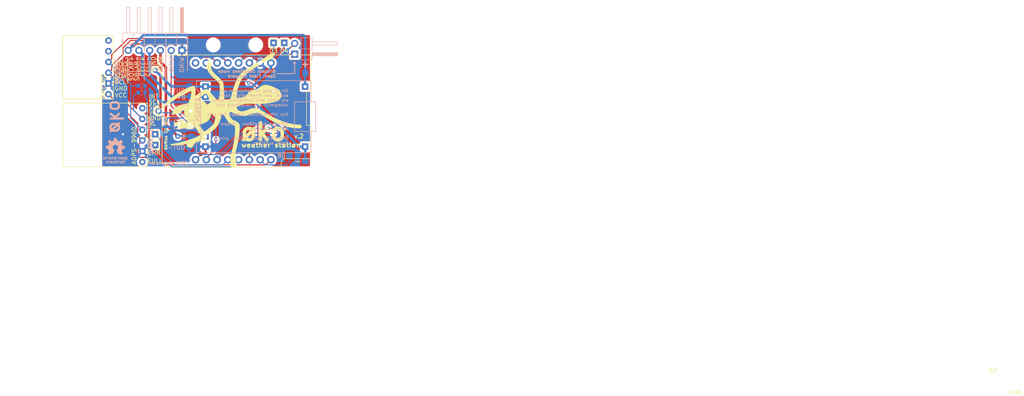
<source format=kicad_pcb>
(kicad_pcb (version 20171130) (host pcbnew 5.0.2-4.fc29)

  (general
    (thickness 1.6)
    (drawings 48)
    (tracks 173)
    (zones 0)
    (modules 30)
    (nets 25)
  )

  (page A4)
  (layers
    (0 F.Cu signal)
    (31 B.Cu signal)
    (32 B.Adhes user)
    (33 F.Adhes user)
    (34 B.Paste user)
    (35 F.Paste user)
    (36 B.SilkS user)
    (37 F.SilkS user)
    (38 B.Mask user)
    (39 F.Mask user)
    (40 Dwgs.User user)
    (41 Cmts.User user)
    (42 Eco1.User user)
    (43 Eco2.User user hide)
    (44 Edge.Cuts user)
    (45 Margin user)
    (46 B.CrtYd user)
    (47 F.CrtYd user)
    (48 B.Fab user hide)
    (49 F.Fab user)
  )

  (setup
    (last_trace_width 0.25)
    (user_trace_width 0.4)
    (user_trace_width 0.5)
    (user_trace_width 0.6)
    (trace_clearance 0.2)
    (zone_clearance 0.508)
    (zone_45_only no)
    (trace_min 0.2)
    (segment_width 0.2)
    (edge_width 0.001)
    (via_size 0.8)
    (via_drill 0.4)
    (via_min_size 0.4)
    (via_min_drill 0.3)
    (uvia_size 0.3)
    (uvia_drill 0.1)
    (uvias_allowed no)
    (uvia_min_size 0.2)
    (uvia_min_drill 0.1)
    (pcb_text_width 0.3)
    (pcb_text_size 1.5 1.5)
    (mod_edge_width 0.15)
    (mod_text_size 1 1)
    (mod_text_width 0.15)
    (pad_size 1.5 1.5)
    (pad_drill 0.7)
    (pad_to_mask_clearance 0)
    (solder_mask_min_width 0.25)
    (aux_axis_origin 128 81.5)
    (visible_elements FFFFFF7F)
    (pcbplotparams
      (layerselection 0x010fc_ffffffff)
      (usegerberextensions true)
      (usegerberattributes false)
      (usegerberadvancedattributes false)
      (creategerberjobfile false)
      (excludeedgelayer false)
      (linewidth 0.100000)
      (plotframeref false)
      (viasonmask false)
      (mode 1)
      (useauxorigin true)
      (hpglpennumber 1)
      (hpglpenspeed 20)
      (hpglpendiameter 15.000000)
      (psnegative false)
      (psa4output false)
      (plotreference true)
      (plotvalue true)
      (plotinvisibletext false)
      (padsonsilk false)
      (subtractmaskfromsilk true)
      (outputformat 1)
      (mirror false)
      (drillshape 0)
      (scaleselection 1)
      (outputdirectory ""))
  )

  (net 0 "")
  (net 1 5V)
  (net 2 GND)
  (net 3 SCL)
  (net 4 SDA)
  (net 5 3V3)
  (net 6 "Net-(U3-Pad6)")
  (net 7 VCC_SOLAR)
  (net 8 GND_SOLAR)
  (net 9 ANEMOMETER)
  (net 10 "Net-(JP1-Pad2)")
  (net 11 "Net-(JP1-Pad1)")
  (net 12 VCC_BAT)
  (net 13 GND_BAT)
  (net 14 "Net-(R1-Pad2)")
  (net 15 "Net-(U2-Pad7)")
  (net 16 "Net-(U2-Pad8)")
  (net 17 "Net-(U3-Pad1)")
  (net 18 "Net-(U4-Pad1)")
  (net 19 "Net-(U4-Pad2)")
  (net 20 BAT_CHARGING)
  (net 21 BAT_CHARGED)
  (net 22 GPIO3)
  (net 23 GPIO4)
  (net 24 GPIO8)

  (net_class Default "This is the default net class."
    (clearance 0.2)
    (trace_width 0.25)
    (via_dia 0.8)
    (via_drill 0.4)
    (uvia_dia 0.3)
    (uvia_drill 0.1)
    (add_net 3V3)
    (add_net 5V)
    (add_net ANEMOMETER)
    (add_net BAT_CHARGED)
    (add_net BAT_CHARGING)
    (add_net GND)
    (add_net GND_BAT)
    (add_net GND_SOLAR)
    (add_net GPIO3)
    (add_net GPIO4)
    (add_net GPIO8)
    (add_net "Net-(JP1-Pad1)")
    (add_net "Net-(JP1-Pad2)")
    (add_net "Net-(R1-Pad2)")
    (add_net "Net-(U2-Pad7)")
    (add_net "Net-(U2-Pad8)")
    (add_net "Net-(U3-Pad1)")
    (add_net "Net-(U3-Pad6)")
    (add_net "Net-(U4-Pad1)")
    (add_net "Net-(U4-Pad2)")
    (add_net SCL)
    (add_net SDA)
    (add_net VCC_BAT)
    (add_net VCC_SOLAR)
  )

  (module "" (layer F.Cu) (tedit 0) (tstamp 0)
    (at 168.91 82.55)
    (fp_text reference "" (at 170.18 78.74) (layer F.SilkS)
      (effects (font (size 1.27 1.27) (thickness 0.15)))
    )
    (fp_text value "" (at 170.18 78.74) (layer F.SilkS)
      (effects (font (size 1.27 1.27) (thickness 0.15)))
    )
    (fp_text user INT (at 169.81 78.74) (layer F.SilkS)
      (effects (font (size 1 1) (thickness 0.15)))
    )
  )

  (module TestPoint:TestPoint_Pad_1.5x1.5mm (layer F.Cu) (tedit 5C570E85) (tstamp 5C5A5B51)
    (at 171.45 83.82)
    (descr "SMD rectangular pad as test Point, square 1.5mm side length")
    (tags "test point SMD pad rectangle square")
    (path /5C5715CF)
    (attr virtual)
    (fp_text reference "" (at 0 5.08) (layer F.SilkS)
      (effects (font (size 1 1) (thickness 0.15)))
    )
    (fp_text value BAT_CHARGING (at 0 1.75) (layer F.Fab)
      (effects (font (size 1 1) (thickness 0.15)))
    )
    (fp_text user %R (at 0 -1.65) (layer F.Fab)
      (effects (font (size 1 1) (thickness 0.15)))
    )
    (fp_line (start -0.95 -0.95) (end 0.95 -0.95) (layer F.SilkS) (width 0.12))
    (fp_line (start 0.95 -0.95) (end 0.95 0.95) (layer F.SilkS) (width 0.12))
    (fp_line (start 0.95 0.95) (end -0.95 0.95) (layer F.SilkS) (width 0.12))
    (fp_line (start -0.95 0.95) (end -0.95 -0.95) (layer F.SilkS) (width 0.12))
    (fp_line (start -1.25 -1.25) (end 1.25 -1.25) (layer F.CrtYd) (width 0.05))
    (fp_line (start -1.25 -1.25) (end -1.25 1.25) (layer F.CrtYd) (width 0.05))
    (fp_line (start 1.25 1.25) (end 1.25 -1.25) (layer F.CrtYd) (width 0.05))
    (fp_line (start 1.25 1.25) (end -1.25 1.25) (layer F.CrtYd) (width 0.05))
    (pad 1 thru_hole rect (at 0 0) (size 1.5 1.5) (drill 0.7) (layers *.Cu *.Mask)
      (net 23 GPIO4))
  )

  (module TestPoint:TestPoint_Pad_1.5x1.5mm (layer F.Cu) (tedit 5C570E76) (tstamp 5C5A5A34)
    (at 168.91 83.82)
    (descr "SMD rectangular pad as test Point, square 1.5mm side length")
    (tags "test point SMD pad rectangle square")
    (path /5C5715CF)
    (attr virtual)
    (fp_text reference "" (at 0 5.08) (layer F.SilkS)
      (effects (font (size 1 1) (thickness 0.15)))
    )
    (fp_text value BAT_CHARGING (at 0 1.75) (layer F.Fab)
      (effects (font (size 1 1) (thickness 0.15)))
    )
    (fp_line (start 1.25 1.25) (end -1.25 1.25) (layer F.CrtYd) (width 0.05))
    (fp_line (start 1.25 1.25) (end 1.25 -1.25) (layer F.CrtYd) (width 0.05))
    (fp_line (start -1.25 -1.25) (end -1.25 1.25) (layer F.CrtYd) (width 0.05))
    (fp_line (start -1.25 -1.25) (end 1.25 -1.25) (layer F.CrtYd) (width 0.05))
    (fp_line (start -0.95 0.95) (end -0.95 -0.95) (layer F.SilkS) (width 0.12))
    (fp_line (start 0.95 0.95) (end -0.95 0.95) (layer F.SilkS) (width 0.12))
    (fp_line (start 0.95 -0.95) (end 0.95 0.95) (layer F.SilkS) (width 0.12))
    (fp_line (start -0.95 -0.95) (end 0.95 -0.95) (layer F.SilkS) (width 0.12))
    (fp_text user %R (at 0 -1.65) (layer F.Fab)
      (effects (font (size 1 1) (thickness 0.15)))
    )
    (pad 1 thru_hole rect (at 0 0) (size 1.5 1.5) (drill 0.7) (layers *.Cu *.Mask)
      (net 22 GPIO3))
  )

  (module "" (layer F.Cu) (tedit 0) (tstamp 0)
    (at 172.72 82.55)
    (fp_text reference "" (at 171.4 83.87) (layer F.SilkS)
      (effects (font (size 1.27 1.27) (thickness 0.15)))
    )
    (fp_text value "" (at 171.4 83.87) (layer F.SilkS)
      (effects (font (size 1.27 1.27) (thickness 0.15)))
    )
    (fp_text user CHR. (at 171.4 83.87) (layer F.SilkS)
      (effects (font (size 1 1) (thickness 0.15)))
    )
  )

  (module Measurement_Points:Measurement_Point_Square-SMD-Pad_Small (layer B.Cu) (tedit 5C570A0D) (tstamp 5C5A46CA)
    (at 172.67 110.54)
    (descr "Mesurement Point, Square, SMD Pad,  1.5mm x 1.5mm,")
    (tags "Mesurement Point Square SMD Pad 1.5x1.5mm")
    (path /5C38D96A)
    (attr virtual)
    (fp_text reference J4 (at -2.4 0) (layer B.SilkS) hide
      (effects (font (size 1 1) (thickness 0.15)) (justify mirror))
    )
    (fp_text value GND_BAT (at 0 -2) (layer B.Fab)
      (effects (font (size 1 1) (thickness 0.15)) (justify mirror))
    )
    (fp_line (start -1 -1) (end -1 1) (layer B.CrtYd) (width 0.05))
    (fp_line (start 1 -1) (end -1 -1) (layer B.CrtYd) (width 0.05))
    (fp_line (start 1 1) (end 1 -1) (layer B.CrtYd) (width 0.05))
    (fp_line (start -1 1) (end 1 1) (layer B.CrtYd) (width 0.05))
    (pad 1 smd rect (at 0 0) (size 1.5 1.5) (layers B.Cu B.Mask)
      (net 24 GPIO8))
  )

  (module oko:GY-BME280 (layer F.Cu) (tedit 5C50A64F) (tstamp 5C37DABA)
    (at 132.5 98.5 180)
    (path /5C36680F)
    (fp_text reference U4 (at 3.2 17.4 180) (layer F.SilkS) hide
      (effects (font (size 1 1) (thickness 0.15)))
    )
    (fp_text value GY-BME280 (at 9.2 0.4 180) (layer F.Fab) hide
      (effects (font (size 1 1) (thickness 0.15)))
    )
    (fp_text user SDO (at 8.3 10.1 180) (layer F.SilkS) hide
      (effects (font (size 1 1) (thickness 0.15)))
    )
    (fp_text user CSB (at 8.4 7.3 180) (layer F.SilkS) hide
      (effects (font (size 1 1) (thickness 0.15)))
    )
    (fp_text user SDA (at 8.3 5.9 180) (layer F.SilkS) hide
      (effects (font (size 1 1) (thickness 0.15)))
    )
    (fp_text user SCL (at 8.2 4.6 180) (layer F.SilkS) hide
      (effects (font (size 1 1) (thickness 0.15)))
    )
    (fp_text user GND (at 8.1 3.2 180) (layer F.SilkS) hide
      (effects (font (size 1 1) (thickness 0.15)))
    )
    (fp_text user VCC (at 8.5 8.6 180) (layer F.SilkS) hide
      (effects (font (size 1 1) (thickness 0.15)))
    )
    (fp_text user BME280 (at 11.1 6.1 270) (layer F.SilkS) hide
      (effects (font (size 1 1) (thickness 0.15)))
    )
    (fp_line (start 13.4 1.4) (end 13.4 16.4) (layer F.SilkS) (width 0.15))
    (fp_line (start 1.4 16.4) (end 13.4 16.4) (layer F.SilkS) (width 0.15))
    (fp_line (start 1.4 1.4) (end 13.4 1.4) (layer F.SilkS) (width 0.15))
    (fp_line (start 1.4 1.4) (end 1.4 16.4) (layer F.SilkS) (width 0.15))
    (pad 6 thru_hole circle (at 2.54 2.54 180) (size 1.524 1.524) (drill 0.762) (layers *.Cu *.Mask)
      (net 5 3V3))
    (pad 5 thru_hole circle (at 2.54 5.08 180) (size 1.524 1.524) (drill 0.762) (layers *.Cu *.Mask)
      (net 2 GND))
    (pad 4 thru_hole circle (at 2.54 7.62 180) (size 1.524 1.524) (drill 0.762) (layers *.Cu *.Mask)
      (net 3 SCL))
    (pad 3 thru_hole circle (at 2.54 10.16 180) (size 1.524 1.524) (drill 0.762) (layers *.Cu *.Mask)
      (net 4 SDA))
    (pad 2 thru_hole circle (at 2.54 12.7 180) (size 1.524 1.524) (drill 0.762) (layers *.Cu *.Mask)
      (net 19 "Net-(U4-Pad2)"))
    (pad 1 thru_hole circle (at 2.54 15.24 180) (size 1.524 1.524) (drill 0.762) (layers *.Cu *.Mask)
      (net 18 "Net-(U4-Pad1)"))
  )

  (module oko:GY-BME280 (layer F.Cu) (tedit 5C50A5BD) (tstamp 5C37DABA)
    (at 132.5 98.5 180)
    (path /5C36680F)
    (fp_text reference U4 (at 3.2 17.4 180) (layer F.SilkS) hide
      (effects (font (size 1 1) (thickness 0.15)))
    )
    (fp_text value GY-BME280 (at 9.2 0.4 180) (layer F.Fab) hide
      (effects (font (size 1 1) (thickness 0.15)))
    )
    (fp_text user SDO (at -0.4 9.6 180) (layer F.SilkS)
      (effects (font (size 1 1) (thickness 0.15)))
    )
    (fp_text user CSB (at -0.3 8.2 180) (layer F.SilkS)
      (effects (font (size 1 1) (thickness 0.15)))
    )
    (fp_text user SDA (at -0.3 6.8 180) (layer F.SilkS)
      (effects (font (size 1 1) (thickness 0.15)))
    )
    (fp_text user SCL (at -0.3 5.4 180) (layer F.SilkS)
      (effects (font (size 1 1) (thickness 0.15)))
    )
    (fp_text user GND (at -0.4 3.9 180) (layer F.SilkS)
      (effects (font (size 1 1) (thickness 0.15)))
    )
    (fp_text user VCC (at -0.4 2.3 180) (layer F.SilkS)
      (effects (font (size 1 1) (thickness 0.15)))
    )
    (fp_text user BME280 (at 3.8 4.5 270) (layer F.SilkS)
      (effects (font (size 1 1) (thickness 0.15)))
    )
    (fp_line (start 13.4 1.4) (end 13.4 16.4) (layer F.SilkS) (width 0.15))
    (fp_line (start 1.4 16.4) (end 13.4 16.4) (layer F.SilkS) (width 0.15))
    (fp_line (start 1.4 1.4) (end 13.4 1.4) (layer F.SilkS) (width 0.15))
    (fp_line (start 1.4 1.4) (end 1.4 16.4) (layer F.SilkS) (width 0.15))
    (pad 6 thru_hole circle (at 2.54 2.54 180) (size 1.524 1.524) (drill 0.762) (layers *.Cu *.Mask)
      (net 5 3V3))
    (pad 5 thru_hole circle (at 2.54 5.08 180) (size 1.524 1.524) (drill 0.762) (layers *.Cu *.Mask)
      (net 2 GND))
    (pad 4 thru_hole circle (at 2.54 7.62 180) (size 1.524 1.524) (drill 0.762) (layers *.Cu *.Mask)
      (net 3 SCL))
    (pad 3 thru_hole circle (at 2.54 10.16 180) (size 1.524 1.524) (drill 0.762) (layers *.Cu *.Mask)
      (net 4 SDA))
    (pad 2 thru_hole circle (at 2.54 12.7 180) (size 1.524 1.524) (drill 0.762) (layers *.Cu *.Mask)
      (net 19 "Net-(U4-Pad2)"))
    (pad 1 thru_hole circle (at 2.54 15.24 180) (size 1.524 1.524) (drill 0.762) (layers *.Cu *.Mask)
      (net 18 "Net-(U4-Pad1)"))
  )

  (module oko:APDS-9960 (layer F.Cu) (tedit 5C390407) (tstamp 5C37DAA5)
    (at 140.5 114.5 180)
    (path /5C366782)
    (fp_text reference U3 (at 12.7 15.24 180) (layer F.SilkS) hide
      (effects (font (size 1 1) (thickness 0.15)))
    )
    (fp_text value APDS-9900 (at 7.62 17.78 180) (layer F.Fab) hide
      (effects (font (size 1 1) (thickness 0.15)))
    )
    (fp_line (start 1.3 1.44) (end 1.3 16.44) (layer F.SilkS) (width 0.15))
    (fp_line (start 1.3 1.44) (end 21.3 1.44) (layer F.SilkS) (width 0.15))
    (fp_line (start 21.3 1.44) (end 21.3 16.44) (layer F.SilkS) (width 0.15))
    (fp_line (start 21.3 16.44) (end 1.3 16.44) (layer F.SilkS) (width 0.15))
    (fp_text user "VL " (at -0.2 11.63 180) (layer F.SilkS)
      (effects (font (size 1 1) (thickness 0.15)))
    )
    (fp_text user GND (at -0.3 12.9 180) (layer F.SilkS)
      (effects (font (size 1 1) (thickness 0.15)))
    )
    (fp_text user VCC (at -0.4 14.17 180) (layer F.SilkS)
      (effects (font (size 1 1) (thickness 0.15)))
    )
    (fp_text user SDA (at -0.3 15.44 180) (layer F.SilkS)
      (effects (font (size 1 1) (thickness 0.15)))
    )
    (fp_text user SCL (at -0.3 16.71 180) (layer F.SilkS)
      (effects (font (size 1 1) (thickness 0.15)))
    )
    (fp_text user INT (at -0.1 17.98 180) (layer F.SilkS)
      (effects (font (size 1 1) (thickness 0.15)))
    )
    (fp_text user ADPS-9960 (at 4.5 6.4 270) (layer F.SilkS)
      (effects (font (size 1 1) (thickness 0.15)))
    )
    (pad 1 thru_hole circle (at 2.54 2.54 180) (size 1.524 1.524) (drill 0.762) (layers *.Cu *.Mask)
      (net 17 "Net-(U3-Pad1)"))
    (pad 2 thru_hole circle (at 2.54 5.08 180) (size 1.524 1.524) (drill 0.762) (layers *.Cu *.Mask)
      (net 2 GND))
    (pad 3 thru_hole circle (at 2.54 7.62 180) (size 1.524 1.524) (drill 0.762) (layers *.Cu *.Mask)
      (net 5 3V3))
    (pad 4 thru_hole circle (at 2.54 10.16 180) (size 1.524 1.524) (drill 0.762) (layers *.Cu *.Mask)
      (net 4 SDA))
    (pad 5 thru_hole circle (at 2.54 12.7 180) (size 1.524 1.524) (drill 0.762) (layers *.Cu *.Mask)
      (net 3 SCL))
    (pad 6 thru_hole circle (at 2.54 15.24 180) (size 1.524 1.524) (drill 0.762) (layers *.Cu *.Mask)
      (net 6 "Net-(U3-Pad6)"))
  )

  (module Pin_Headers:Pin_Header_Angled_1x02_Pitch2.54mm (layer B.Cu) (tedit 59650532) (tstamp 5C37DA77)
    (at 173.9 86.5)
    (descr "Through hole angled pin header, 1x02, 2.54mm pitch, 6mm pin length, single row")
    (tags "Through hole angled pin header THT 1x02 2.54mm single row")
    (path /5C3808D5)
    (fp_text reference JP1 (at 4.385 2.27) (layer B.SilkS) hide
      (effects (font (size 1 1) (thickness 0.15)) (justify mirror))
    )
    (fp_text value Jumper (at 4.385 -4.81) (layer B.Fab)
      (effects (font (size 1 1) (thickness 0.15)) (justify mirror))
    )
    (fp_line (start 2.135 1.27) (end 4.04 1.27) (layer B.Fab) (width 0.1))
    (fp_line (start 4.04 1.27) (end 4.04 -3.81) (layer B.Fab) (width 0.1))
    (fp_line (start 4.04 -3.81) (end 1.5 -3.81) (layer B.Fab) (width 0.1))
    (fp_line (start 1.5 -3.81) (end 1.5 0.635) (layer B.Fab) (width 0.1))
    (fp_line (start 1.5 0.635) (end 2.135 1.27) (layer B.Fab) (width 0.1))
    (fp_line (start -0.32 0.32) (end 1.5 0.32) (layer B.Fab) (width 0.1))
    (fp_line (start -0.32 0.32) (end -0.32 -0.32) (layer B.Fab) (width 0.1))
    (fp_line (start -0.32 -0.32) (end 1.5 -0.32) (layer B.Fab) (width 0.1))
    (fp_line (start 4.04 0.32) (end 10.04 0.32) (layer B.Fab) (width 0.1))
    (fp_line (start 10.04 0.32) (end 10.04 -0.32) (layer B.Fab) (width 0.1))
    (fp_line (start 4.04 -0.32) (end 10.04 -0.32) (layer B.Fab) (width 0.1))
    (fp_line (start -0.32 -2.22) (end 1.5 -2.22) (layer B.Fab) (width 0.1))
    (fp_line (start -0.32 -2.22) (end -0.32 -2.86) (layer B.Fab) (width 0.1))
    (fp_line (start -0.32 -2.86) (end 1.5 -2.86) (layer B.Fab) (width 0.1))
    (fp_line (start 4.04 -2.22) (end 10.04 -2.22) (layer B.Fab) (width 0.1))
    (fp_line (start 10.04 -2.22) (end 10.04 -2.86) (layer B.Fab) (width 0.1))
    (fp_line (start 4.04 -2.86) (end 10.04 -2.86) (layer B.Fab) (width 0.1))
    (fp_line (start 1.44 1.33) (end 1.44 -3.87) (layer B.SilkS) (width 0.12))
    (fp_line (start 1.44 -3.87) (end 4.1 -3.87) (layer B.SilkS) (width 0.12))
    (fp_line (start 4.1 -3.87) (end 4.1 1.33) (layer B.SilkS) (width 0.12))
    (fp_line (start 4.1 1.33) (end 1.44 1.33) (layer B.SilkS) (width 0.12))
    (fp_line (start 4.1 0.38) (end 10.1 0.38) (layer B.SilkS) (width 0.12))
    (fp_line (start 10.1 0.38) (end 10.1 -0.38) (layer B.SilkS) (width 0.12))
    (fp_line (start 10.1 -0.38) (end 4.1 -0.38) (layer B.SilkS) (width 0.12))
    (fp_line (start 4.1 0.32) (end 10.1 0.32) (layer B.SilkS) (width 0.12))
    (fp_line (start 4.1 0.2) (end 10.1 0.2) (layer B.SilkS) (width 0.12))
    (fp_line (start 4.1 0.08) (end 10.1 0.08) (layer B.SilkS) (width 0.12))
    (fp_line (start 4.1 -0.04) (end 10.1 -0.04) (layer B.SilkS) (width 0.12))
    (fp_line (start 4.1 -0.16) (end 10.1 -0.16) (layer B.SilkS) (width 0.12))
    (fp_line (start 4.1 -0.28) (end 10.1 -0.28) (layer B.SilkS) (width 0.12))
    (fp_line (start 1.11 0.38) (end 1.44 0.38) (layer B.SilkS) (width 0.12))
    (fp_line (start 1.11 -0.38) (end 1.44 -0.38) (layer B.SilkS) (width 0.12))
    (fp_line (start 1.44 -1.27) (end 4.1 -1.27) (layer B.SilkS) (width 0.12))
    (fp_line (start 4.1 -2.16) (end 10.1 -2.16) (layer B.SilkS) (width 0.12))
    (fp_line (start 10.1 -2.16) (end 10.1 -2.92) (layer B.SilkS) (width 0.12))
    (fp_line (start 10.1 -2.92) (end 4.1 -2.92) (layer B.SilkS) (width 0.12))
    (fp_line (start 1.042929 -2.16) (end 1.44 -2.16) (layer B.SilkS) (width 0.12))
    (fp_line (start 1.042929 -2.92) (end 1.44 -2.92) (layer B.SilkS) (width 0.12))
    (fp_line (start -1.27 0) (end -1.27 1.27) (layer B.SilkS) (width 0.12))
    (fp_line (start -1.27 1.27) (end 0 1.27) (layer B.SilkS) (width 0.12))
    (fp_line (start -1.8 1.8) (end -1.8 -4.35) (layer B.CrtYd) (width 0.05))
    (fp_line (start -1.8 -4.35) (end 10.55 -4.35) (layer B.CrtYd) (width 0.05))
    (fp_line (start 10.55 -4.35) (end 10.55 1.8) (layer B.CrtYd) (width 0.05))
    (fp_line (start 10.55 1.8) (end -1.8 1.8) (layer B.CrtYd) (width 0.05))
    (fp_text user %R (at 2.77 -1.27 -90) (layer B.Fab)
      (effects (font (size 1 1) (thickness 0.15)) (justify mirror))
    )
    (pad 1 thru_hole rect (at 0 0) (size 1.7 1.7) (drill 1) (layers *.Cu *.Mask)
      (net 11 "Net-(JP1-Pad1)"))
    (pad 2 thru_hole oval (at 0 -2.54) (size 1.7 1.7) (drill 1) (layers *.Cu *.Mask)
      (net 10 "Net-(JP1-Pad2)"))
    (model ${KISYS3DMOD}/Pin_Headers.3dshapes/Pin_Header_Angled_1x02_Pitch2.54mm.wrl
      (at (xyz 0 0 0))
      (scale (xyz 1 1 1))
      (rotate (xyz 0 0 0))
    )
  )

  (module Capacitors_ThroughHole:C_Rect_L4.6mm_W2.0mm_P2.50mm_MKS02_FKP02 (layer B.Cu) (tedit 5C570890) (tstamp 5C37BB2B)
    (at 146.6 103.1)
    (descr "C, Rect series, Radial, pin pitch=2.50mm, , length*width=4.6*2mm^2, Capacitor, http://www.wima.de/DE/WIMA_MKS_02.pdf")
    (tags "C Rect series Radial pin pitch 2.50mm  length 4.6mm width 2mm Capacitor")
    (path /5C36B0BF)
    (fp_text reference C1 (at -2.3 0) (layer B.SilkS) hide
      (effects (font (size 1 1) (thickness 0.15)) (justify mirror))
    )
    (fp_text value 100n (at 1.25 -2.31) (layer B.Fab) hide
      (effects (font (size 1 1) (thickness 0.15)) (justify mirror))
    )
    (fp_text user %R (at 1.25 0) (layer B.Fab)
      (effects (font (size 1 1) (thickness 0.15)) (justify mirror))
    )
    (fp_line (start 3.9 1.35) (end -1.4 1.35) (layer B.CrtYd) (width 0.05))
    (fp_line (start 3.9 -1.35) (end 3.9 1.35) (layer B.CrtYd) (width 0.05))
    (fp_line (start -1.4 -1.35) (end 3.9 -1.35) (layer B.CrtYd) (width 0.05))
    (fp_line (start -1.4 1.35) (end -1.4 -1.35) (layer B.CrtYd) (width 0.05))
    (fp_line (start 3.61 1.06) (end 3.61 -1.06) (layer B.SilkS) (width 0.12))
    (fp_line (start -1.11 1.06) (end -1.11 -1.06) (layer B.SilkS) (width 0.12))
    (fp_line (start -1.11 -1.06) (end 3.61 -1.06) (layer B.SilkS) (width 0.12))
    (fp_line (start -1.11 1.06) (end 3.61 1.06) (layer B.SilkS) (width 0.12))
    (fp_line (start 3.55 1) (end -1.05 1) (layer B.Fab) (width 0.1))
    (fp_line (start 3.55 -1) (end 3.55 1) (layer B.Fab) (width 0.1))
    (fp_line (start -1.05 -1) (end 3.55 -1) (layer B.Fab) (width 0.1))
    (fp_line (start -1.05 1) (end -1.05 -1) (layer B.Fab) (width 0.1))
    (pad 2 thru_hole circle (at 2.5 0) (size 1.4 1.4) (drill 0.7) (layers *.Cu *.Mask)
      (net 9 ANEMOMETER))
    (pad 1 thru_hole circle (at 0 0) (size 1.4 1.4) (drill 0.7) (layers *.Cu *.Mask)
      (net 2 GND))
    (model ${KISYS3DMOD}/Capacitors_THT.3dshapes/C_Rect_L4.6mm_W2.0mm_P2.50mm_MKS02_FKP02.wrl
      (at (xyz 0 0 0))
      (scale (xyz 1 1 1))
      (rotate (xyz 0 0 0))
    )
  )

  (module Pin_Headers:Pin_Header_Angled_1x06_Pitch2.54mm (layer B.Cu) (tedit 5C51593B) (tstamp 5C37DA44)
    (at 147.3 85.6 90)
    (descr "Through hole angled pin header, 1x06, 2.54mm pitch, 6mm pin length, single row")
    (tags "Through hole angled pin header THT 1x06 2.54mm single row")
    (path /5C389FC7)
    (fp_text reference J7 (at 4.385 2.27 90) (layer B.SilkS) hide
      (effects (font (size 1 1) (thickness 0.15)) (justify mirror))
    )
    (fp_text value Conn_01x06 (at 4.385 -14.97 90) (layer B.Fab)
      (effects (font (size 1 1) (thickness 0.15)) (justify mirror))
    )
    (fp_text user %R (at 2.77 -6.35) (layer B.Fab)
      (effects (font (size 1 1) (thickness 0.15)) (justify mirror))
    )
    (fp_line (start 10.55 1.8) (end -1.8 1.8) (layer B.CrtYd) (width 0.05))
    (fp_line (start 10.55 -14.5) (end 10.55 1.8) (layer B.CrtYd) (width 0.05))
    (fp_line (start -1.8 -14.5) (end 10.55 -14.5) (layer B.CrtYd) (width 0.05))
    (fp_line (start -1.8 1.8) (end -1.8 -14.5) (layer B.CrtYd) (width 0.05))
    (fp_line (start -1.27 1.27) (end 0 1.27) (layer B.SilkS) (width 0.12))
    (fp_line (start -1.27 0) (end -1.27 1.27) (layer B.SilkS) (width 0.12))
    (fp_line (start 1.042929 -13.08) (end 1.44 -13.08) (layer B.SilkS) (width 0.12))
    (fp_line (start 1.042929 -12.32) (end 1.44 -12.32) (layer B.SilkS) (width 0.12))
    (fp_line (start 10.1 -13.08) (end 4.1 -13.08) (layer B.SilkS) (width 0.12))
    (fp_line (start 10.1 -12.32) (end 10.1 -13.08) (layer B.SilkS) (width 0.12))
    (fp_line (start 4.1 -12.32) (end 10.1 -12.32) (layer B.SilkS) (width 0.12))
    (fp_line (start 1.44 -11.43) (end 4.1 -11.43) (layer B.SilkS) (width 0.12))
    (fp_line (start 1.042929 -10.54) (end 1.44 -10.54) (layer B.SilkS) (width 0.12))
    (fp_line (start 1.042929 -9.78) (end 1.44 -9.78) (layer B.SilkS) (width 0.12))
    (fp_line (start 10.1 -10.54) (end 4.1 -10.54) (layer B.SilkS) (width 0.12))
    (fp_line (start 10.1 -9.78) (end 10.1 -10.54) (layer B.SilkS) (width 0.12))
    (fp_line (start 4.1 -9.78) (end 10.1 -9.78) (layer B.SilkS) (width 0.12))
    (fp_line (start 1.44 -8.89) (end 4.1 -8.89) (layer B.SilkS) (width 0.12))
    (fp_line (start 1.042929 -8) (end 1.44 -8) (layer B.SilkS) (width 0.12))
    (fp_line (start 1.042929 -7.24) (end 1.44 -7.24) (layer B.SilkS) (width 0.12))
    (fp_line (start 10.1 -8) (end 4.1 -8) (layer B.SilkS) (width 0.12))
    (fp_line (start 10.1 -7.24) (end 10.1 -8) (layer B.SilkS) (width 0.12))
    (fp_line (start 4.1 -7.24) (end 10.1 -7.24) (layer B.SilkS) (width 0.12))
    (fp_line (start 1.44 -6.35) (end 4.1 -6.35) (layer B.SilkS) (width 0.12))
    (fp_line (start 1.042929 -5.46) (end 1.44 -5.46) (layer B.SilkS) (width 0.12))
    (fp_line (start 1.042929 -4.7) (end 1.44 -4.7) (layer B.SilkS) (width 0.12))
    (fp_line (start 10.1 -5.46) (end 4.1 -5.46) (layer B.SilkS) (width 0.12))
    (fp_line (start 10.1 -4.7) (end 10.1 -5.46) (layer B.SilkS) (width 0.12))
    (fp_line (start 4.1 -4.7) (end 10.1 -4.7) (layer B.SilkS) (width 0.12))
    (fp_line (start 1.44 -3.81) (end 4.1 -3.81) (layer B.SilkS) (width 0.12))
    (fp_line (start 1.042929 -2.92) (end 1.44 -2.92) (layer B.SilkS) (width 0.12))
    (fp_line (start 1.042929 -2.16) (end 1.44 -2.16) (layer B.SilkS) (width 0.12))
    (fp_line (start 10.1 -2.92) (end 4.1 -2.92) (layer B.SilkS) (width 0.12))
    (fp_line (start 10.1 -2.16) (end 10.1 -2.92) (layer B.SilkS) (width 0.12))
    (fp_line (start 4.1 -2.16) (end 10.1 -2.16) (layer B.SilkS) (width 0.12))
    (fp_line (start 1.44 -1.27) (end 4.1 -1.27) (layer B.SilkS) (width 0.12))
    (fp_line (start 1.11 -0.38) (end 1.44 -0.38) (layer B.SilkS) (width 0.12))
    (fp_line (start 1.11 0.38) (end 1.44 0.38) (layer B.SilkS) (width 0.12))
    (fp_line (start 4.1 -0.28) (end 10.1 -0.28) (layer B.SilkS) (width 0.12))
    (fp_line (start 4.1 -0.16) (end 10.1 -0.16) (layer B.SilkS) (width 0.12))
    (fp_line (start 4.1 -0.04) (end 10.1 -0.04) (layer B.SilkS) (width 0.12))
    (fp_line (start 4.1 0.08) (end 10.1 0.08) (layer B.SilkS) (width 0.12))
    (fp_line (start 4.1 0.2) (end 10.1 0.2) (layer B.SilkS) (width 0.12))
    (fp_line (start 4.1 0.32) (end 10.1 0.32) (layer B.SilkS) (width 0.12))
    (fp_line (start 10.1 -0.38) (end 4.1 -0.38) (layer B.SilkS) (width 0.12))
    (fp_line (start 10.1 0.38) (end 10.1 -0.38) (layer B.SilkS) (width 0.12))
    (fp_line (start 4.1 0.38) (end 10.1 0.38) (layer B.SilkS) (width 0.12))
    (fp_line (start 4.1 1.33) (end 1.44 1.33) (layer B.SilkS) (width 0.12))
    (fp_line (start 4.1 -14.03) (end 4.1 1.33) (layer B.SilkS) (width 0.12))
    (fp_line (start 1.44 -14.03) (end 4.1 -14.03) (layer B.SilkS) (width 0.12))
    (fp_line (start 1.44 1.33) (end 1.44 -14.03) (layer B.SilkS) (width 0.12))
    (fp_line (start 4.04 -13.02) (end 10.04 -13.02) (layer B.Fab) (width 0.1))
    (fp_line (start 10.04 -12.38) (end 10.04 -13.02) (layer B.Fab) (width 0.1))
    (fp_line (start 4.04 -12.38) (end 10.04 -12.38) (layer B.Fab) (width 0.1))
    (fp_line (start -0.32 -13.02) (end 1.5 -13.02) (layer B.Fab) (width 0.1))
    (fp_line (start -0.32 -12.38) (end -0.32 -13.02) (layer B.Fab) (width 0.1))
    (fp_line (start -0.32 -12.38) (end 1.5 -12.38) (layer B.Fab) (width 0.1))
    (fp_line (start 4.04 -10.48) (end 10.04 -10.48) (layer B.Fab) (width 0.1))
    (fp_line (start 10.04 -9.84) (end 10.04 -10.48) (layer B.Fab) (width 0.1))
    (fp_line (start 4.04 -9.84) (end 10.04 -9.84) (layer B.Fab) (width 0.1))
    (fp_line (start -0.32 -10.48) (end 1.5 -10.48) (layer B.Fab) (width 0.1))
    (fp_line (start -0.32 -9.84) (end -0.32 -10.48) (layer B.Fab) (width 0.1))
    (fp_line (start -0.32 -9.84) (end 1.5 -9.84) (layer B.Fab) (width 0.1))
    (fp_line (start 4.04 -7.94) (end 10.04 -7.94) (layer B.Fab) (width 0.1))
    (fp_line (start 10.04 -7.3) (end 10.04 -7.94) (layer B.Fab) (width 0.1))
    (fp_line (start 4.04 -7.3) (end 10.04 -7.3) (layer B.Fab) (width 0.1))
    (fp_line (start -0.32 -7.94) (end 1.5 -7.94) (layer B.Fab) (width 0.1))
    (fp_line (start -0.32 -7.3) (end -0.32 -7.94) (layer B.Fab) (width 0.1))
    (fp_line (start -0.32 -7.3) (end 1.5 -7.3) (layer B.Fab) (width 0.1))
    (fp_line (start 4.04 -5.4) (end 10.04 -5.4) (layer B.Fab) (width 0.1))
    (fp_line (start 10.04 -4.76) (end 10.04 -5.4) (layer B.Fab) (width 0.1))
    (fp_line (start 4.04 -4.76) (end 10.04 -4.76) (layer B.Fab) (width 0.1))
    (fp_line (start -0.32 -5.4) (end 1.5 -5.4) (layer B.Fab) (width 0.1))
    (fp_line (start -0.32 -4.76) (end -0.32 -5.4) (layer B.Fab) (width 0.1))
    (fp_line (start -0.32 -4.76) (end 1.5 -4.76) (layer B.Fab) (width 0.1))
    (fp_line (start 4.04 -2.86) (end 10.04 -2.86) (layer B.Fab) (width 0.1))
    (fp_line (start 10.04 -2.22) (end 10.04 -2.86) (layer B.Fab) (width 0.1))
    (fp_line (start 4.04 -2.22) (end 10.04 -2.22) (layer B.Fab) (width 0.1))
    (fp_line (start -0.32 -2.86) (end 1.5 -2.86) (layer B.Fab) (width 0.1))
    (fp_line (start -0.32 -2.22) (end -0.32 -2.86) (layer B.Fab) (width 0.1))
    (fp_line (start -0.32 -2.22) (end 1.5 -2.22) (layer B.Fab) (width 0.1))
    (fp_line (start 4.04 -0.32) (end 10.04 -0.32) (layer B.Fab) (width 0.1))
    (fp_line (start 10.04 0.32) (end 10.04 -0.32) (layer B.Fab) (width 0.1))
    (fp_line (start 4.04 0.32) (end 10.04 0.32) (layer B.Fab) (width 0.1))
    (fp_line (start -0.32 -0.32) (end 1.5 -0.32) (layer B.Fab) (width 0.1))
    (fp_line (start -0.32 0.32) (end -0.32 -0.32) (layer B.Fab) (width 0.1))
    (fp_line (start -0.32 0.32) (end 1.5 0.32) (layer B.Fab) (width 0.1))
    (fp_line (start 1.5 0.635) (end 2.135 1.27) (layer B.Fab) (width 0.1))
    (fp_line (start 1.5 -13.97) (end 1.5 0.635) (layer B.Fab) (width 0.1))
    (fp_line (start 4.04 -13.97) (end 1.5 -13.97) (layer B.Fab) (width 0.1))
    (fp_line (start 4.04 1.27) (end 4.04 -13.97) (layer B.Fab) (width 0.1))
    (fp_line (start 2.135 1.27) (end 4.04 1.27) (layer B.Fab) (width 0.1))
    (pad 6 thru_hole oval (at 0 -12.7 90) (size 1.7 1.7) (drill 1) (layers *.Cu *.Mask)
      (net 7 VCC_SOLAR))
    (pad 5 thru_hole oval (at 0 -10.16 90) (size 1.7 1.7) (drill 1) (layers *.Cu *.Mask)
      (net 8 GND_SOLAR))
    (pad 4 thru_hole oval (at 0 -7.62 90) (size 1.7 1.7) (drill 1) (layers *.Cu *.Mask)
      (net 12 VCC_BAT))
    (pad 3 thru_hole oval (at 0 -5.08 90) (size 1.7 1.7) (drill 1) (layers *.Cu *.Mask)
      (net 13 GND_BAT))
    (pad 2 thru_hole oval (at 0 -2.54 90) (size 1.7 1.7) (drill 1) (layers *.Cu *.Mask)
      (net 9 ANEMOMETER))
    (pad 1 thru_hole rect (at 0 0 90) (size 1.7 1.7) (drill 1) (layers *.Cu *.Mask)
      (net 2 GND))
    (model ${KISYS3DMOD}/Pin_Headers.3dshapes/Pin_Header_Angled_1x06_Pitch2.54mm.wrl
      (at (xyz 0 0 0))
      (scale (xyz 1 1 1))
      (rotate (xyz 0 0 0))
    )
  )

  (module oko:03962A (layer B.Cu) (tedit 5C39021A) (tstamp 5C37DA90)
    (at 177.75 92.75 180)
    (path /5C3666E0)
    (fp_text reference U1 (at 2.3 0.8 180) (layer B.SilkS) hide
      (effects (font (size 1 1) (thickness 0.15)) (justify mirror))
    )
    (fp_text value 03962A (at 5.75 -1.05 180) (layer B.Fab)
      (effects (font (size 1 1) (thickness 0.15)) (justify mirror))
    )
    (fp_line (start 27.056963 -17.011121) (end 0.056963 -17.011121) (layer B.SilkS) (width 0.15))
    (fp_line (start 0.056963 -0.011121) (end 27.056963 -0.011121) (layer B.SilkS) (width 0.15))
    (fp_line (start 27.056963 -0.011121) (end 27.056963 -2.011121) (layer B.SilkS) (width 0.15))
    (fp_line (start 27.056963 -2.011121) (end 26.056963 -3.011121) (layer B.SilkS) (width 0.15))
    (fp_line (start 26.056963 -3.011121) (end 26.056963 -14.011121) (layer B.SilkS) (width 0.15))
    (fp_line (start 26.056963 -14.011121) (end 27.056963 -15.011121) (layer B.SilkS) (width 0.15))
    (fp_line (start 27.056963 -15.011121) (end 27.056963 -17.011121) (layer B.SilkS) (width 0.15))
    (fp_line (start -1.1 -6) (end -1.1 -12) (layer B.SilkS) (width 0.15))
    (fp_line (start -1.1 -12) (end 3.9 -12) (layer B.SilkS) (width 0.15))
    (fp_line (start 3.9 -12) (end 3.9 -5) (layer B.SilkS) (width 0.15))
    (fp_line (start 3.9 -5) (end -1.1 -5) (layer B.SilkS) (width 0.15))
    (fp_line (start -1.1 -5) (end -1.1 -6) (layer B.SilkS) (width 0.15))
    (fp_line (start 0 0) (end 0 -5) (layer B.SilkS) (width 0.15))
    (fp_line (start 0 -12) (end 0 -17) (layer B.SilkS) (width 0.15))
    (fp_text user 03962A (at 26.75 -6.85 270) (layer B.SilkS)
      (effects (font (size 1 1) (thickness 0.15)) (justify mirror))
    )
    (pad 1 thru_hole rect (at 1.4 -1.4 180) (size 1.524 1.524) (drill 0.762) (layers *.Cu *.Mask)
      (net 7 VCC_SOLAR))
    (pad 2 thru_hole rect (at 24.9 -1.4 180) (size 1.524 1.524) (drill 0.762) (layers *.Cu *.Mask)
      (net 1 5V))
    (pad 3 thru_hole rect (at 24.9 -3.8 180) (size 1.524 1.524) (drill 0.762) (layers *.Cu *.Mask)
      (net 12 VCC_BAT))
    (pad 4 thru_hole rect (at 24.9 -13.2 180) (size 1.524 1.524) (drill 0.762) (layers *.Cu *.Mask)
      (net 13 GND_BAT))
    (pad 5 thru_hole rect (at 24.9 -15.6 180) (size 1.524 1.524) (drill 0.762) (layers *.Cu *.Mask)
      (net 2 GND))
    (pad 6 thru_hole rect (at 1.4 -15.6 180) (size 1.524 1.524) (drill 0.762) (layers *.Cu *.Mask)
      (net 8 GND_SOLAR))
  )

  (module oko:wemos-d1-mini-connectors-only (layer F.Cu) (tedit 5C3934BE) (tstamp 5C38D9A2)
    (at 159.4 100 180)
    (path /5C36643E)
    (fp_text reference U2 (at -19.3 0 270) (layer F.SilkS) hide
      (effects (font (size 1 1) (thickness 0.15)))
    )
    (fp_text value "WeMos D1 mini" (at 15.9 -5.1 90) (layer F.SilkS)
      (effects (font (size 0.7 0.7) (thickness 0.15)))
    )
    (fp_line (start -18.3 13.33) (end 14.78 13.33) (layer F.SilkS) (width 0.15))
    (fp_line (start 16.78 11.33) (end 16.78 -11.33) (layer F.SilkS) (width 0.15))
    (fp_line (start 14.78 -13.33) (end -11.3 -13.33) (layer F.SilkS) (width 0.15))
    (fp_line (start -18.3 -11.18) (end -18.3 -3.32) (layer F.SilkS) (width 0.15))
    (fp_line (start -18.3 -3.32) (end -17.3 -3.32) (layer F.SilkS) (width 0.15))
    (fp_line (start -17.3 -3.32) (end -17.3 4.9) (layer F.SilkS) (width 0.15))
    (fp_line (start -17.3 4.9) (end -18.3 4.9) (layer F.SilkS) (width 0.15))
    (fp_line (start -18.3 4.9) (end -18.3 13.329999) (layer F.SilkS) (width 0.15))
    (fp_line (start -11.48 -13.5) (end 14.85 -13.5) (layer F.CrtYd) (width 0.05))
    (fp_line (start 16.94 -11.5) (end 16.94 11.5) (layer F.CrtYd) (width 0.05))
    (fp_line (start 14.94 13.5) (end -18.46 13.5) (layer F.CrtYd) (width 0.05))
    (fp_line (start -18.46 13.5) (end -18.46 -11.33) (layer F.CrtYd) (width 0.05))
    (fp_arc (start 14.78 -11.33) (end 14.78 -13.33) (angle 90) (layer F.SilkS) (width 0.15))
    (fp_arc (start 14.78 11.33) (end 16.78 11.33) (angle 90) (layer F.SilkS) (width 0.15))
    (fp_arc (start 14.94 11.5) (end 16.94 11.5) (angle 90) (layer F.CrtYd) (width 0.05))
    (fp_arc (start 14.94 -11.5) (end 14.85 -13.5) (angle 92.57657183) (layer F.CrtYd) (width 0.05))
    (fp_line (start -18.3 -11.18) (end -12.3 -11.18) (layer F.SilkS) (width 0.15))
    (fp_arc (start -12.3 -12.18) (end -11.3 -12.18) (angle 90) (layer F.SilkS) (width 0.15))
    (fp_line (start -11.3 -12.17) (end -11.3 -13.33) (layer F.SilkS) (width 0.15))
    (fp_line (start -11.3 -13.33) (end -11.3 -13.33) (layer F.SilkS) (width 0.15))
    (fp_line (start -11.48 -13.5) (end -11.48 -12.33) (layer F.CrtYd) (width 0.05))
    (fp_line (start -18.46 -11.33) (end -12.48 -11.33) (layer F.CrtYd) (width 0.05))
    (fp_arc (start -12.48 -12.33) (end -11.48 -12.33) (angle 90) (layer F.CrtYd) (width 0.05))
    (pad 16 thru_hole circle (at -8.89 -11.43 180) (size 1.8 1.8) (drill 1.016) (layers *.Cu *.Mask)
      (net 5 3V3))
    (pad 1 thru_hole circle (at -8.89 11.43 180) (size 1.8 1.8) (drill 1.016) (layers *.Cu *.Mask)
      (net 1 5V))
    (pad 15 thru_hole circle (at -6.35 -11.43 180) (size 1.8 1.8) (drill 1.016) (layers *.Cu *.Mask)
      (net 24 GPIO8))
    (pad 2 thru_hole circle (at -6.35 11.43 180) (size 1.8 1.8) (drill 1.016) (layers *.Cu *.Mask)
      (net 2 GND))
    (pad 14 thru_hole circle (at -3.81 -11.43 180) (size 1.8 1.8) (drill 1.016) (layers *.Cu *.Mask)
      (net 9 ANEMOMETER))
    (pad 3 thru_hole circle (at -3.81 11.43 180) (size 1.8 1.8) (drill 1.016) (layers *.Cu *.Mask)
      (net 23 GPIO4))
    (pad 13 thru_hole circle (at -1.27 -11.43 180) (size 1.8 1.8) (drill 1.016) (layers *.Cu *.Mask)
      (net 21 BAT_CHARGED))
    (pad 4 thru_hole circle (at -1.27 11.43 180) (size 1.8 1.8) (drill 1.016) (layers *.Cu *.Mask)
      (net 22 GPIO3))
    (pad 12 thru_hole circle (at 1.27 -11.43 180) (size 1.8 1.8) (drill 1.016) (layers *.Cu *.Mask)
      (net 20 BAT_CHARGING))
    (pad 5 thru_hole circle (at 1.27 11.43 180) (size 1.8 1.8) (drill 1.016) (layers *.Cu *.Mask)
      (net 4 SDA))
    (pad 11 thru_hole circle (at 3.81 -11.43 180) (size 1.8 1.8) (drill 1.016) (layers *.Cu *.Mask)
      (net 11 "Net-(JP1-Pad1)"))
    (pad 6 thru_hole circle (at 3.81 11.43 180) (size 1.8 1.8) (drill 1.016) (layers *.Cu *.Mask)
      (net 3 SCL))
    (pad 10 thru_hole circle (at 6.35 -11.43 180) (size 1.8 1.8) (drill 1.016) (layers *.Cu *.Mask)
      (net 14 "Net-(R1-Pad2)"))
    (pad 7 thru_hole circle (at 6.35 11.43 180) (size 1.8 1.8) (drill 1.016) (layers *.Cu *.Mask)
      (net 15 "Net-(U2-Pad7)"))
    (pad 9 thru_hole circle (at 8.89 -11.43 180) (size 1.8 1.8) (drill 1.016) (layers *.Cu *.Mask)
      (net 10 "Net-(JP1-Pad2)"))
    (pad 8 thru_hole circle (at 8.89 11.43 180) (size 1.8 1.8) (drill 1.016) (layers *.Cu *.Mask)
      (net 16 "Net-(U2-Pad8)"))
    (model ${KIPRJMOD}/3dshapes/wemos_d1_mini.3dshapes/SLW-108-01-G-S.wrl
      (offset (xyz 0 -11.39999982878918 0))
      (scale (xyz 0.3937 0.3937 0.3937))
      (rotate (xyz -90 0 0))
    )
    (model ${KIPRJMOD}/3dshapes/wemos_d1_mini.3dshapes/SLW-108-01-G-S.wrl
      (offset (xyz 0 11.39999982878918 0))
      (scale (xyz 0.3937 0.3937 0.3937))
      (rotate (xyz -90 0 0))
    )
    (model ${KIPRJMOD}/3dshapes/wemos_d1_mini.3dshapes/TSW-108-05-G-S.wrl
      (offset (xyz 0 -11.39999982878918 7.299999890364999))
      (scale (xyz 0.3937 0.3937 0.3937))
      (rotate (xyz 90 0 0))
    )
    (model ${KIPRJMOD}/3dshapes/wemos_d1_mini.3dshapes/TSW-108-05-G-S.wrl
      (offset (xyz 0 11.39999982878918 7.299999890364999))
      (scale (xyz 0.3937 0.3937 0.3937))
      (rotate (xyz 90 0 0))
    )
  )

  (module Measurement_Points:Measurement_Point_Square-SMD-Pad_Small (layer B.Cu) (tedit 5C39021E) (tstamp 5C38D889)
    (at 176.4 91)
    (descr "Mesurement Point, Square, SMD Pad,  1.5mm x 1.5mm,")
    (tags "Mesurement Point Square SMD Pad 1.5x1.5mm")
    (path /5C38D2CB)
    (attr virtual)
    (fp_text reference J1 (at 0 2) (layer B.SilkS) hide
      (effects (font (size 1 1) (thickness 0.15)) (justify mirror))
    )
    (fp_text value VCC_SOLAR (at 0 -2) (layer B.Fab)
      (effects (font (size 1 1) (thickness 0.15)) (justify mirror))
    )
    (fp_line (start -1 -1) (end -1 1) (layer B.CrtYd) (width 0.05))
    (fp_line (start 1 -1) (end -1 -1) (layer B.CrtYd) (width 0.05))
    (fp_line (start 1 1) (end 1 -1) (layer B.CrtYd) (width 0.05))
    (fp_line (start -1 1) (end 1 1) (layer B.CrtYd) (width 0.05))
    (pad 1 smd rect (at 0 0) (size 1.5 1.5) (layers B.Cu B.Mask)
      (net 7 VCC_SOLAR))
  )

  (module Measurement_Points:Measurement_Point_Square-SMD-Pad_Small (layer B.Cu) (tedit 5C3901F5) (tstamp 5C38D892)
    (at 176.4 111.7)
    (descr "Mesurement Point, Square, SMD Pad,  1.5mm x 1.5mm,")
    (tags "Mesurement Point Square SMD Pad 1.5x1.5mm")
    (path /5C38D8BF)
    (attr virtual)
    (fp_text reference J2 (at 0 2) (layer B.SilkS) hide
      (effects (font (size 1 1) (thickness 0.15)) (justify mirror))
    )
    (fp_text value GND_SOLAR (at 7.5 -1.4) (layer B.Fab)
      (effects (font (size 1 1) (thickness 0.15)) (justify mirror))
    )
    (fp_line (start -1 1) (end 1 1) (layer B.CrtYd) (width 0.05))
    (fp_line (start 1 1) (end 1 -1) (layer B.CrtYd) (width 0.05))
    (fp_line (start 1 -1) (end -1 -1) (layer B.CrtYd) (width 0.05))
    (fp_line (start -1 -1) (end -1 1) (layer B.CrtYd) (width 0.05))
    (pad 1 smd rect (at 0 0) (size 1.5 1.5) (layers B.Cu B.Mask)
      (net 8 GND_SOLAR))
  )

  (module Measurement_Points:Measurement_Point_Square-SMD-Pad_Small (layer B.Cu) (tedit 5C3A6CE4) (tstamp 5C38D89B)
    (at 149.5 96.5)
    (descr "Mesurement Point, Square, SMD Pad,  1.5mm x 1.5mm,")
    (tags "Mesurement Point Square SMD Pad 1.5x1.5mm")
    (path /5C38D924)
    (attr virtual)
    (fp_text reference J3 (at -2.2 0) (layer B.SilkS) hide
      (effects (font (size 1 1) (thickness 0.15)) (justify mirror))
    )
    (fp_text value VCC_BAT (at 0 -2) (layer B.Fab)
      (effects (font (size 1 1) (thickness 0.15)) (justify mirror))
    )
    (fp_line (start -1 -1) (end -1 1) (layer B.CrtYd) (width 0.05))
    (fp_line (start 1 -1) (end -1 -1) (layer B.CrtYd) (width 0.05))
    (fp_line (start 1 1) (end 1 -1) (layer B.CrtYd) (width 0.05))
    (fp_line (start -1 1) (end 1 1) (layer B.CrtYd) (width 0.05))
    (pad 1 smd rect (at 0 0) (size 1.5 1.5) (layers B.Cu B.Mask)
      (net 12 VCC_BAT))
  )

  (module Measurement_Points:Measurement_Point_Square-SMD-Pad_Small (layer B.Cu) (tedit 5C3A6CFC) (tstamp 5C38D8A4)
    (at 149.5 106)
    (descr "Mesurement Point, Square, SMD Pad,  1.5mm x 1.5mm,")
    (tags "Mesurement Point Square SMD Pad 1.5x1.5mm")
    (path /5C38D96A)
    (attr virtual)
    (fp_text reference J4 (at -2.4 0) (layer B.SilkS) hide
      (effects (font (size 1 1) (thickness 0.15)) (justify mirror))
    )
    (fp_text value GND_BAT (at 0 -2) (layer B.Fab)
      (effects (font (size 1 1) (thickness 0.15)) (justify mirror))
    )
    (fp_line (start -1 1) (end 1 1) (layer B.CrtYd) (width 0.05))
    (fp_line (start 1 1) (end 1 -1) (layer B.CrtYd) (width 0.05))
    (fp_line (start 1 -1) (end -1 -1) (layer B.CrtYd) (width 0.05))
    (fp_line (start -1 -1) (end -1 1) (layer B.CrtYd) (width 0.05))
    (pad 1 smd rect (at 0 0) (size 1.5 1.5) (layers B.Cu B.Mask)
      (net 13 GND_BAT))
  )

  (module Measurement_Points:Measurement_Point_Square-SMD-Pad_Small (layer B.Cu) (tedit 5C3A6CE1) (tstamp 5C38D8AD)
    (at 149 94.1)
    (descr "Mesurement Point, Square, SMD Pad,  1.5mm x 1.5mm,")
    (tags "Mesurement Point Square SMD Pad 1.5x1.5mm")
    (path /5C38D9A1)
    (attr virtual)
    (fp_text reference J5 (at -3 1) (layer B.SilkS) hide
      (effects (font (size 1 1) (thickness 0.15)) (justify mirror))
    )
    (fp_text value 5V (at 0 -2) (layer B.Fab)
      (effects (font (size 1 1) (thickness 0.15)) (justify mirror))
    )
    (fp_line (start -1 -1) (end -1 1) (layer B.CrtYd) (width 0.05))
    (fp_line (start 1 -1) (end -1 -1) (layer B.CrtYd) (width 0.05))
    (fp_line (start 1 1) (end 1 -1) (layer B.CrtYd) (width 0.05))
    (fp_line (start -1 1) (end 1 1) (layer B.CrtYd) (width 0.05))
    (pad 1 smd rect (at 0 0) (size 1.5 1.5) (layers B.Cu B.Mask)
      (net 1 5V))
  )

  (module Measurement_Points:Measurement_Point_Square-SMD-Pad_Small (layer B.Cu) (tedit 5C3A6D03) (tstamp 5C38D8B6)
    (at 149 108.4)
    (descr "Mesurement Point, Square, SMD Pad,  1.5mm x 1.5mm,")
    (tags "Mesurement Point Square SMD Pad 1.5x1.5mm")
    (path /5C38DB5F)
    (attr virtual)
    (fp_text reference J6 (at -3.1 0.1) (layer B.SilkS) hide
      (effects (font (size 1 1) (thickness 0.15)) (justify mirror))
    )
    (fp_text value GND (at 0 -2) (layer B.Fab)
      (effects (font (size 1 1) (thickness 0.15)) (justify mirror))
    )
    (fp_line (start -1 1) (end 1 1) (layer B.CrtYd) (width 0.05))
    (fp_line (start 1 1) (end 1 -1) (layer B.CrtYd) (width 0.05))
    (fp_line (start 1 -1) (end -1 -1) (layer B.CrtYd) (width 0.05))
    (fp_line (start -1 -1) (end -1 1) (layer B.CrtYd) (width 0.05))
    (pad 1 smd rect (at 0 0) (size 1.5 1.5) (layers B.Cu B.Mask)
      (net 2 GND))
  )

  (module ant:ant (layer F.Cu) (tedit 5C3908AA) (tstamp 5C3960ED)
    (at 159.2 99.8)
    (descr "Imported from ant.svg")
    (tags svg2mod)
    (attr smd)
    (fp_text reference svg2mod (at 0 -16.47926) (layer F.SilkS) hide
      (effects (font (size 1.524 1.524) (thickness 0.3048)))
    )
    (fp_text value G*** (at 0 16.47926) (layer F.SilkS) hide
      (effects (font (size 1.524 1.524) (thickness 0.3048)))
    )
    (fp_poly (pts (xy 9.722176 -13.430868) (xy 9.013269 -13.233159) (xy 8.078872 -12.581828) (xy 7.656871 -12.249442)
      (xy 7.000661 -11.837849) (xy 6.175762 -11.35736) (xy 5.247695 -10.818284) (xy 4.281981 -10.230933)
      (xy 3.34414 -9.605615) (xy 2.499693 -8.952641) (xy 1.814161 -8.282321) (xy 1.353064 -7.604965)
      (xy 0.978555 -6.785137) (xy 0.686542 -6.048574) (xy 0.443437 -5.326439) (xy 0.215651 -4.549897)
      (xy -0.030405 -3.650112) (xy -0.32832 -2.558249) (xy -5.515097 -1.465832) (xy -5.634889 -1.180442)
      (xy -6.155269 -1.391724) (xy -6.858126 -2.086419) (xy -7.637667 -2.341034) (xy -8.397204 -2.362056)
      (xy -8.089313 -2.725043) (xy -7.523293 -3.329741) (xy -6.843526 -3.902506) (xy -6.194395 -4.16969)
      (xy -6.045715 -4.15404) (xy -5.671569 -3.579635) (xy -5.298614 -2.866928) (xy -4.934528 -1.982531)
      (xy -5.515097 -1.465832) (xy -0.32832 -2.558249) (xy -4.973655 0.658493) (xy -4.578479 0.752396)
      (xy -4.159921 1.314501) (xy -3.913333 1.253212) (xy -3.896067 1.607991) (xy -3.962271 2.408809)
      (xy -4.288946 3.260391) (xy -4.636152 3.645148) (xy -5.209552 4.158219) (xy -5.933996 4.743734)
      (xy -6.734337 5.345822) (xy -7.182773 4.634602) (xy -7.676265 3.923319) (xy -8.158534 3.287779)
      (xy -6.765864 2.890156) (xy -5.913305 2.381195) (xy -5.472916 1.842785) (xy -5.316755 1.356817)
      (xy -5.316882 1.005184) (xy -5.345355 0.869775) (xy -4.973655 0.658493) (xy -0.32832 -2.558249)
      (xy -1.121335 -2.414711) (xy -1.65586 -2.429032) (xy -2.052438 -2.391358) (xy -2.074026 -3.230892)
      (xy -2.104448 -4.191108) (xy -2.155227 -5.161753) (xy -2.237881 -6.032575) (xy -2.363932 -6.693323)
      (xy -3.075061 -7.421074) (xy -3.610929 -7.956757) (xy -4.218518 -8.481394) (xy -4.925312 -9.341115)
      (xy -5.215108 -10.121126) (xy -5.271015 -10.461184) (xy -5.247521 -10.936886) (xy -5.497947 -11.897119)
      (xy -6.030656 -11.291682) (xy -5.955725 -10.355543) (xy -5.692638 -9.489112) (xy -5.202427 -8.728631)
      (xy -4.580008 -8.053065) (xy -3.920296 -7.441383) (xy -3.318209 -6.872551) (xy -2.868661 -6.325536)
      (xy -2.805278 -5.574902) (xy -2.777344 -4.784992) (xy -2.804967 -3.977571) (xy -2.90826 -3.174405)
      (xy -3.107331 -2.397257) (xy -3.721614 -2.346393) (xy -4.376761 -3.073463) (xy -5.087282 -3.883393)
      (xy -5.697951 -4.56356) (xy -6.05354 -4.901339) (xy -6.56685 -4.74275) (xy -7.430915 -4.200304)
      (xy -8.331107 -3.553532) (xy -8.952797 -3.081967) (xy -8.865389 -4.117298) (xy -8.878887 -5.030323)
      (xy -9.054526 -5.609525) (xy -9.330712 -5.642097) (xy -9.881984 -5.472971) (xy -10.64317 -5.134487)
      (xy -11.549096 -4.658984) (xy -12.534592 -4.078802) (xy -13.534485 -3.426278) (xy -14.551277 -2.63512)
      (xy -15.433259 -1.809846) (xy -16.128072 -1.071053) (xy -16.583356 -0.539339) (xy -16.746752 -0.335302)
      (xy -16.560128 -0.507497) (xy -16.051188 -0.954868) (xy -15.296336 -1.573593) (xy -14.371973 -2.259848)
      (xy -13.354504 -2.909811) (xy -12.309629 -3.492526) (xy -11.34152 -4.008164) (xy -10.52728 -4.432381)
      (xy -9.944009 -4.74083) (xy -9.668808 -4.909164) (xy -9.527359 -4.382748) (xy -9.594282 -3.522784)
      (xy -9.782274 -2.538111) (xy -10.143084 -2.288954) (xy -9.930954 -2.08816) (xy -9.891828 -2.072509)
      (xy -9.915304 -1.978605) (xy -10.560887 -1.497353) (xy -11.028345 -1.438072) (xy -11.664249 -1.333023)
      (xy -12.823832 -0.929808) (xy -13.529655 -0.338759) (xy -13.894357 0.280745) (xy -14.030576 0.769325)
      (xy -14.050952 0.967603) (xy -13.653409 0.670118) (xy -12.568066 0.650681) (xy -12.174604 0.425158)
      (xy -12.016385 -0.163146) (xy -11.222121 -0.202273) (xy -11.218215 0.642855) (xy -11.002031 1.598729)
      (xy -10.68051 2.317774) (xy -10.267447 2.826101) (xy -10.638795 3.033756) (xy -11.077361 2.935655)
      (xy -11.760669 2.565859) (xy -12.067256 2.497441) (xy -12.591646 2.766637) (xy -13.530579 3.049122)
      (xy -13.137571 3.497223) (xy -12.53247 3.898689) (xy -11.981178 4.066404) (xy -10.831498 3.984863)
      (xy -9.978089 3.832478) (xy -9.378912 3.643486) (xy -8.99193 3.452122) (xy -8.135065 4.567221)
      (xy -7.403397 5.823175) (xy -7.891333 6.145761) (xy -8.334602 6.417895) (xy -9.002784 6.670507)
      (xy -9.768128 6.944804) (xy -10.592189 7.219983) (xy -11.617928 7.523549) (xy -12.601306 7.771443)
      (xy -13.469269 7.949998) (xy -14.148768 8.045548) (xy -14.419248 8.085965) (xy -14.060445 8.093774)
      (xy -13.399333 8.082547) (xy -12.762885 8.065858) (xy -12.478075 8.057279) (xy -12.183916 8.004387)
      (xy -11.415024 7.863678) (xy -10.34178 7.662104) (xy -10.663774 8.277565) (xy -10.193101 8.620698)
      (xy -9.58665 8.579926) (xy -9.361667 8.294612) (xy -9.136685 7.842702) (xy -8.530234 7.302142)
      (xy -7.440049 7.062245) (xy -6.616923 6.848544) (xy -6.221783 6.683947) (xy -6.436978 5.88577)
      (xy -5.545901 5.246402) (xy -4.891556 4.769867) (xy -4.637169 4.582866) (xy -4.07787 4.082568)
      (xy -3.555131 3.411752) (xy -3.12854 2.607646) (xy -2.857682 1.707482) (xy -2.802147 0.74849)
      (xy -2.101786 0.83848) (xy -1.688925 1.216003) (xy -1.413163 1.793161) (xy -0.783592 2.649953)
      (xy -0.189714 3.076126) (xy 0.310832 3.283228) (xy 0.66041 3.482809) (xy 0.801384 3.886418)
      (xy 0.801156 4.3937) (xy 0.769916 5.180743) (xy 0.692787 6.166729) (xy 0.554888 7.270841)
      (xy 0.331159 8.464012) (xy 0.08465 9.463531) (xy -0.127261 10.201072) (xy -0.247201 10.608313)
      (xy -0.363592 11.745402) (xy -0.305396 12.759733) (xy -0.247201 13.198473) (xy 0.017253 13.285768)
      (xy 0.652704 13.198473) (xy 0.811928 12.887546) (xy 0.774217 12.289) (xy 0.656894 11.485173)
      (xy 0.577282 10.558403) (xy 0.652704 9.59103) (xy 0.795096 9.015451) (xy 0.990652 8.275784)
      (xy 1.180909 7.407783) (xy 1.364849 6.307643) (xy 1.505847 5.213554) (xy 1.572091 4.236017)
      (xy 1.531767 3.48553) (xy 1.353064 3.072591) (xy 0.647697 2.594157) (xy 0.28716 2.480838)
      (xy 0.074182 2.445266) (xy -0.188511 2.200075) (xy -0.626484 1.616275) (xy -0.902015 1.027289)
      (xy -0.870748 0.393579) (xy -0.334169 0.177743) (xy 0.376585 0.484813) (xy 1.209481 0.814594)
      (xy 2.088524 1.06787) (xy 2.937722 1.145422) (xy 3.681078 0.948034) (xy 4.960424 0.483979)
      (xy 5.903627 0.414734) (xy 6.271239 0.455043) (xy 7.452724 1.176592) (xy 8.478769 1.779898)
      (xy 9.383587 2.279874) (xy 10.201389 2.691438) (xy 10.966387 3.029504) (xy 11.712793 3.308988)
      (xy 12.474818 3.544807) (xy 13.286674 3.751874) (xy 14.182573 3.945107) (xy 15.223839 4.043316)
      (xy 15.872828 4.062486) (xy 16.215222 3.906674) (xy 15.990207 3.510805) (xy 15.047193 3.485576)
      (xy 14.078574 3.351251) (xy 13.099045 3.12463) (xy 12.123299 2.82251) (xy 11.16603 2.461691)
      (xy 10.241933 2.058971) (xy 9.365702 1.631149) (xy 8.55203 1.195022) (xy 7.815613 0.767391)
      (xy 7.171143 0.365052) (xy 5.889508 -0.276471) (xy 4.970733 -0.424246) (xy 4.352031 -0.293773)
      (xy 3.970613 -0.10055) (xy 3.342884 0.152915) (xy 2.462539 0.365912) (xy 1.699019 0.328399)
      (xy 1.046067 -0.164068) (xy 0.785937 -0.874769) (xy 1.461573 -1.235088) (xy 2.243224 -1.530896)
      (xy 3.041536 -1.726671) (xy 3.767156 -1.786893) (xy 4.064384 -1.774745) (xy 4.537229 -1.755665)
      (xy 5.151035 -1.73824) (xy 5.871141 -1.731057) (xy 6.662891 -1.742704) (xy 7.491626 -1.781767)
      (xy 8.322688 -1.856835) (xy 9.121418 -1.976492) (xy 9.853159 -2.149329) (xy 10.483253 -2.38393)
      (xy 10.97704 -2.688884) (xy 11.299863 -3.072777) (xy 11.417063 -3.544197) (xy 11.293984 -4.111731)
      (xy 10.895965 -4.783966) (xy 9.875565 -5.296398) (xy 9.038685 -5.633785) (xy 8.360635 -5.820147)
      (xy 7.816727 -5.879502) (xy 7.691522 -5.875596) (xy 6.93934 -5.665623) (xy 6.402988 -5.265838)
      (xy 5.872166 -4.883354) (xy 5.136576 -4.725284) (xy 4.352183 -4.558981) (xy 3.911148 -4.124152)
      (xy 3.556578 -3.596671) (xy 3.031582 -3.152407) (xy 2.413883 -2.956301) (xy 1.624691 -2.812993)
      (xy 0.907069 -2.721157) (xy 0.885692 -3.527729) (xy 0.942691 -4.296523) (xy 1.090363 -5.064656)
      (xy 1.341004 -5.869249) (xy 1.706913 -6.74742) (xy 2.200386 -7.736288) (xy 2.652686 -8.25581)
      (xy 3.306038 -8.835488) (xy 4.102272 -9.445507) (xy 4.983218 -10.056054) (xy 5.890709 -10.637314)
      (xy 6.766574 -11.159472) (xy 7.552645 -11.592716) (xy 8.190753 -11.907229) (xy 8.622728 -12.073199)
      (xy 9.274892 -12.393223) (xy 9.576685 -12.834045) (xy 9.83173 -13.352628) (xy 9.722176 -13.430881)
      (xy 9.722176 -13.430868)) (layer F.SilkS) (width 0.338389))
  )

  (module Resistors_SMD:R_0603_1608Metric (layer B.Cu) (tedit 5C4D95C9) (tstamp 5C4D9413)
    (at 137.782986 93.98 180)
    (descr "Resistor SMD 0603 (1608 Metric), square (rectangular) end terminal, IPC_7351 nominal, (Body size source: http://www.tortai-tech.com/upload/download/2011102023233369053.pdf), generated with kicad-footprint-generator")
    (tags resistor)
    (path /5C4D91C5)
    (attr smd)
    (fp_text reference R2 (at 0 1.43 180) (layer B.SilkS) hide
      (effects (font (size 1 1) (thickness 0.15)) (justify mirror))
    )
    (fp_text value 4k7 (at 0 -1.43 180) (layer B.Fab)
      (effects (font (size 1 1) (thickness 0.15)) (justify mirror))
    )
    (fp_line (start -0.8 -0.4) (end -0.8 0.4) (layer B.Fab) (width 0.1))
    (fp_line (start -0.8 0.4) (end 0.8 0.4) (layer B.Fab) (width 0.1))
    (fp_line (start 0.8 0.4) (end 0.8 -0.4) (layer B.Fab) (width 0.1))
    (fp_line (start 0.8 -0.4) (end -0.8 -0.4) (layer B.Fab) (width 0.1))
    (fp_line (start -0.162779 0.51) (end 0.162779 0.51) (layer B.SilkS) (width 0.12))
    (fp_line (start -0.162779 -0.51) (end 0.162779 -0.51) (layer B.SilkS) (width 0.12))
    (fp_line (start -1.48 -0.73) (end -1.48 0.73) (layer B.CrtYd) (width 0.05))
    (fp_line (start -1.48 0.73) (end 1.48 0.73) (layer B.CrtYd) (width 0.05))
    (fp_line (start 1.48 0.73) (end 1.48 -0.73) (layer B.CrtYd) (width 0.05))
    (fp_line (start 1.48 -0.73) (end -1.48 -0.73) (layer B.CrtYd) (width 0.05))
    (fp_text user %R (at 0 0 180) (layer B.Fab)
      (effects (font (size 0.4 0.4) (thickness 0.06)) (justify mirror))
    )
    (pad 1 smd roundrect (at -0.7875 0 180) (size 0.875 0.95) (layers B.Cu B.Paste B.Mask) (roundrect_rratio 0.25)
      (net 5 3V3))
    (pad 2 smd roundrect (at 0.7875 0 180) (size 0.875 0.95) (layers B.Cu B.Paste B.Mask) (roundrect_rratio 0.25)
      (net 4 SDA))
    (model ${KISYS3DMOD}/Resistor_SMD.3dshapes/R_0603_1608Metric.wrl
      (at (xyz 0 0 0))
      (scale (xyz 1 1 1))
      (rotate (xyz 0 0 0))
    )
  )

  (module Resistors_SMD:R_0603_1608Metric (layer B.Cu) (tedit 5C4D95D0) (tstamp 5C4D9424)
    (at 137.782986 95.6 180)
    (descr "Resistor SMD 0603 (1608 Metric), square (rectangular) end terminal, IPC_7351 nominal, (Body size source: http://www.tortai-tech.com/upload/download/2011102023233369053.pdf), generated with kicad-footprint-generator")
    (tags resistor)
    (path /5C4D924A)
    (attr smd)
    (fp_text reference R3 (at 0 1.43 180) (layer B.SilkS) hide
      (effects (font (size 1 1) (thickness 0.15)) (justify mirror))
    )
    (fp_text value 4k7 (at 0 -1.43 180) (layer B.Fab)
      (effects (font (size 1 1) (thickness 0.15)) (justify mirror))
    )
    (fp_text user %R (at 0 0 180) (layer B.Fab)
      (effects (font (size 0.4 0.4) (thickness 0.06)) (justify mirror))
    )
    (fp_line (start 1.48 -0.73) (end -1.48 -0.73) (layer B.CrtYd) (width 0.05))
    (fp_line (start 1.48 0.73) (end 1.48 -0.73) (layer B.CrtYd) (width 0.05))
    (fp_line (start -1.48 0.73) (end 1.48 0.73) (layer B.CrtYd) (width 0.05))
    (fp_line (start -1.48 -0.73) (end -1.48 0.73) (layer B.CrtYd) (width 0.05))
    (fp_line (start -0.162779 -0.51) (end 0.162779 -0.51) (layer B.SilkS) (width 0.12))
    (fp_line (start -0.162779 0.51) (end 0.162779 0.51) (layer B.SilkS) (width 0.12))
    (fp_line (start 0.8 -0.4) (end -0.8 -0.4) (layer B.Fab) (width 0.1))
    (fp_line (start 0.8 0.4) (end 0.8 -0.4) (layer B.Fab) (width 0.1))
    (fp_line (start -0.8 0.4) (end 0.8 0.4) (layer B.Fab) (width 0.1))
    (fp_line (start -0.8 -0.4) (end -0.8 0.4) (layer B.Fab) (width 0.1))
    (pad 2 smd roundrect (at 0.7875 0 180) (size 0.875 0.95) (layers B.Cu B.Paste B.Mask) (roundrect_rratio 0.25)
      (net 3 SCL))
    (pad 1 smd roundrect (at -0.7875 0 180) (size 0.875 0.95) (layers B.Cu B.Paste B.Mask) (roundrect_rratio 0.25)
      (net 5 3V3))
    (model ${KISYS3DMOD}/Resistor_SMD.3dshapes/R_0603_1608Metric.wrl
      (at (xyz 0 0 0))
      (scale (xyz 1 1 1))
      (rotate (xyz 0 0 0))
    )
  )

  (module Mounting_Holes:MountingHole_2.5mm (layer F.Cu) (tedit 5C50A657) (tstamp 5C508E51)
    (at 154.7 84.3)
    (descr "Mounting Hole 2.5mm, no annular")
    (tags "mounting hole 2.5mm no annular")
    (attr virtual)
    (fp_text reference REF** (at 0 -3.5) (layer F.SilkS) hide
      (effects (font (size 1 1) (thickness 0.15)))
    )
    (fp_text value MountingHole_2.5mm (at 0 3.5) (layer F.Fab)
      (effects (font (size 1 1) (thickness 0.15)))
    )
    (fp_text user %R (at 0.3 0) (layer F.Fab)
      (effects (font (size 1 1) (thickness 0.15)))
    )
    (fp_circle (center 0 0) (end 2.5 0) (layer Cmts.User) (width 0.15))
    (fp_circle (center 0 0) (end 2.75 0) (layer F.CrtYd) (width 0.05))
    (pad 1 np_thru_hole circle (at 0 0) (size 2.5 2.5) (drill 2.5) (layers *.Cu *.Mask))
  )

  (module Mounting_Holes:MountingHole_2.5mm (layer F.Cu) (tedit 5C50A659) (tstamp 5C508FD2)
    (at 164.7 84.3)
    (descr "Mounting Hole 2.5mm, no annular")
    (tags "mounting hole 2.5mm no annular")
    (attr virtual)
    (fp_text reference REF** (at 0 -3.5) (layer F.SilkS) hide
      (effects (font (size 1 1) (thickness 0.15)))
    )
    (fp_text value MountingHole_2.5mm (at 0 3.5) (layer F.Fab)
      (effects (font (size 1 1) (thickness 0.15)))
    )
    (fp_text user %R (at 0.3 0) (layer F.Fab)
      (effects (font (size 1 1) (thickness 0.15)))
    )
    (fp_circle (center 0 0) (end 2.5 0) (layer Cmts.User) (width 0.15))
    (fp_circle (center 0 0) (end 2.75 0) (layer F.CrtYd) (width 0.05))
    (pad 1 np_thru_hole circle (at 0 0) (size 2.5 2.5) (drill 2.5) (layers *.Cu *.Mask))
  )

  (module Resistors_ThroughHole:R_Axial_DIN0207_L6.3mm_D2.5mm_P7.62mm_Horizontal (layer B.Cu) (tedit 5C57088B) (tstamp 5C50E1EE)
    (at 141.8 99.9)
    (descr "Resistor, Axial_DIN0207 series, Axial, Horizontal, pin pitch=7.62mm, 0.25W = 1/4W, length*diameter=6.3*2.5mm^2, http://cdn-reichelt.de/documents/datenblatt/B400/1_4W%23YAG.pdf")
    (tags "Resistor Axial_DIN0207 series Axial Horizontal pin pitch 7.62mm 0.25W = 1/4W length 6.3mm diameter 2.5mm")
    (path /5C36B93E)
    (fp_text reference R1 (at 3.81 2.31) (layer B.SilkS) hide
      (effects (font (size 1 1) (thickness 0.15)) (justify mirror))
    )
    (fp_text value 100k (at 3.81 -2.31) (layer B.Fab) hide
      (effects (font (size 1 1) (thickness 0.15)) (justify mirror))
    )
    (fp_line (start 8.7 1.6) (end -1.05 1.6) (layer B.CrtYd) (width 0.05))
    (fp_line (start 8.7 -1.6) (end 8.7 1.6) (layer B.CrtYd) (width 0.05))
    (fp_line (start -1.05 -1.6) (end 8.7 -1.6) (layer B.CrtYd) (width 0.05))
    (fp_line (start -1.05 1.6) (end -1.05 -1.6) (layer B.CrtYd) (width 0.05))
    (fp_line (start 7.02 -1.31) (end 7.02 -0.98) (layer B.SilkS) (width 0.12))
    (fp_line (start 0.6 -1.31) (end 7.02 -1.31) (layer B.SilkS) (width 0.12))
    (fp_line (start 0.6 -0.98) (end 0.6 -1.31) (layer B.SilkS) (width 0.12))
    (fp_line (start 7.02 1.31) (end 7.02 0.98) (layer B.SilkS) (width 0.12))
    (fp_line (start 0.6 1.31) (end 7.02 1.31) (layer B.SilkS) (width 0.12))
    (fp_line (start 0.6 0.98) (end 0.6 1.31) (layer B.SilkS) (width 0.12))
    (fp_line (start 7.62 0) (end 6.96 0) (layer B.Fab) (width 0.1))
    (fp_line (start 0 0) (end 0.66 0) (layer B.Fab) (width 0.1))
    (fp_line (start 6.96 1.25) (end 0.66 1.25) (layer B.Fab) (width 0.1))
    (fp_line (start 6.96 -1.25) (end 6.96 1.25) (layer B.Fab) (width 0.1))
    (fp_line (start 0.66 -1.25) (end 6.96 -1.25) (layer B.Fab) (width 0.1))
    (fp_line (start 0.66 1.25) (end 0.66 -1.25) (layer B.Fab) (width 0.1))
    (pad 2 thru_hole oval (at 7.62 0) (size 1.6 1.6) (drill 0.8) (layers *.Cu *.Mask)
      (net 14 "Net-(R1-Pad2)"))
    (pad 1 thru_hole circle (at 0 0) (size 1.6 1.6) (drill 0.8) (layers *.Cu *.Mask)
      (net 1 5V))
    (model ${KISYS3DMOD}/Resistors_THT.3dshapes/R_Axial_DIN0207_L6.3mm_D2.5mm_P7.62mm_Horizontal.wrl
      (at (xyz 0 0 0))
      (scale (xyz 0.393701 0.393701 0.393701))
      (rotate (xyz 0 0 0))
    )
  )

  (module Symbols:OSHW-Logo_5.7x6mm_SilkScreen (layer B.Cu) (tedit 0) (tstamp 5C515B0D)
    (at 131.6 109.3 180)
    (descr "Open Source Hardware Logo")
    (tags "Logo OSHW")
    (attr virtual)
    (fp_text reference REF*** (at 0 0 180) (layer B.SilkS) hide
      (effects (font (size 1 1) (thickness 0.15)) (justify mirror))
    )
    (fp_text value OSHW-Logo_5.7x6mm_SilkScreen (at 0.75 0 180) (layer B.Fab) hide
      (effects (font (size 1 1) (thickness 0.15)) (justify mirror))
    )
    (fp_poly (pts (xy -1.908759 -1.469184) (xy -1.882247 -1.482282) (xy -1.849553 -1.505106) (xy -1.825725 -1.529996)
      (xy -1.809406 -1.561249) (xy -1.79924 -1.603166) (xy -1.793872 -1.660044) (xy -1.791944 -1.736184)
      (xy -1.791831 -1.768917) (xy -1.792161 -1.840656) (xy -1.793527 -1.891927) (xy -1.7965 -1.927404)
      (xy -1.801649 -1.951763) (xy -1.809543 -1.96968) (xy -1.817757 -1.981902) (xy -1.870187 -2.033905)
      (xy -1.93193 -2.065184) (xy -1.998536 -2.074592) (xy -2.065558 -2.06098) (xy -2.086792 -2.051354)
      (xy -2.137624 -2.024859) (xy -2.137624 -2.440052) (xy -2.100525 -2.420868) (xy -2.051643 -2.406025)
      (xy -1.991561 -2.402222) (xy -1.931564 -2.409243) (xy -1.886256 -2.425013) (xy -1.848675 -2.455047)
      (xy -1.816564 -2.498024) (xy -1.81415 -2.502436) (xy -1.803967 -2.523221) (xy -1.79653 -2.54417)
      (xy -1.791411 -2.569548) (xy -1.788181 -2.603618) (xy -1.786413 -2.650641) (xy -1.785677 -2.714882)
      (xy -1.785544 -2.787176) (xy -1.785544 -3.017822) (xy -1.923861 -3.017822) (xy -1.923861 -2.592533)
      (xy -1.962549 -2.559979) (xy -2.002738 -2.53394) (xy -2.040797 -2.529205) (xy -2.079066 -2.541389)
      (xy -2.099462 -2.55332) (xy -2.114642 -2.570313) (xy -2.125438 -2.595995) (xy -2.132683 -2.633991)
      (xy -2.137208 -2.687926) (xy -2.139844 -2.761425) (xy -2.140772 -2.810347) (xy -2.143911 -3.011535)
      (xy -2.209926 -3.015336) (xy -2.27594 -3.019136) (xy -2.27594 -1.77065) (xy -2.137624 -1.77065)
      (xy -2.134097 -1.840254) (xy -2.122215 -1.888569) (xy -2.10002 -1.918631) (xy -2.065559 -1.933471)
      (xy -2.030742 -1.936436) (xy -1.991329 -1.933028) (xy -1.965171 -1.919617) (xy -1.948814 -1.901896)
      (xy -1.935937 -1.882835) (xy -1.928272 -1.861601) (xy -1.924861 -1.831849) (xy -1.924749 -1.787236)
      (xy -1.925897 -1.74988) (xy -1.928532 -1.693604) (xy -1.932456 -1.656658) (xy -1.939063 -1.633223)
      (xy -1.949749 -1.61748) (xy -1.959833 -1.60838) (xy -2.00197 -1.588537) (xy -2.05184 -1.585332)
      (xy -2.080476 -1.592168) (xy -2.108828 -1.616464) (xy -2.127609 -1.663728) (xy -2.136712 -1.733624)
      (xy -2.137624 -1.77065) (xy -2.27594 -1.77065) (xy -2.27594 -1.458614) (xy -2.206782 -1.458614)
      (xy -2.16526 -1.460256) (xy -2.143838 -1.466087) (xy -2.137626 -1.477461) (xy -2.137624 -1.477798)
      (xy -2.134742 -1.488938) (xy -2.12203 -1.487673) (xy -2.096757 -1.475433) (xy -2.037869 -1.456707)
      (xy -1.971615 -1.454739) (xy -1.908759 -1.469184)) (layer B.SilkS) (width 0.01))
    (fp_poly (pts (xy -1.38421 -2.406555) (xy -1.325055 -2.422339) (xy -1.280023 -2.450948) (xy -1.248246 -2.488419)
      (xy -1.238366 -2.504411) (xy -1.231073 -2.521163) (xy -1.225974 -2.542592) (xy -1.222679 -2.572616)
      (xy -1.220797 -2.615154) (xy -1.219937 -2.674122) (xy -1.219707 -2.75344) (xy -1.219703 -2.774484)
      (xy -1.219703 -3.017822) (xy -1.280059 -3.017822) (xy -1.318557 -3.015126) (xy -1.347023 -3.008295)
      (xy -1.354155 -3.004083) (xy -1.373652 -2.996813) (xy -1.393566 -3.004083) (xy -1.426353 -3.01316)
      (xy -1.473978 -3.016813) (xy -1.526764 -3.015228) (xy -1.575036 -3.008589) (xy -1.603218 -3.000072)
      (xy -1.657753 -2.965063) (xy -1.691835 -2.916479) (xy -1.707157 -2.851882) (xy -1.707299 -2.850223)
      (xy -1.705955 -2.821566) (xy -1.584356 -2.821566) (xy -1.573726 -2.854161) (xy -1.55641 -2.872505)
      (xy -1.521652 -2.886379) (xy -1.475773 -2.891917) (xy -1.428988 -2.889191) (xy -1.391514 -2.878274)
      (xy -1.381015 -2.871269) (xy -1.362668 -2.838904) (xy -1.35802 -2.802111) (xy -1.35802 -2.753763)
      (xy -1.427582 -2.753763) (xy -1.493667 -2.75885) (xy -1.543764 -2.773263) (xy -1.574929 -2.795729)
      (xy -1.584356 -2.821566) (xy -1.705955 -2.821566) (xy -1.703987 -2.779647) (xy -1.68071 -2.723845)
      (xy -1.636948 -2.681647) (xy -1.630899 -2.677808) (xy -1.604907 -2.665309) (xy -1.572735 -2.65774)
      (xy -1.52776 -2.654061) (xy -1.474331 -2.653216) (xy -1.35802 -2.653169) (xy -1.35802 -2.604411)
      (xy -1.362953 -2.566581) (xy -1.375543 -2.541236) (xy -1.377017 -2.539887) (xy -1.405034 -2.5288)
      (xy -1.447326 -2.524503) (xy -1.494064 -2.526615) (xy -1.535418 -2.534756) (xy -1.559957 -2.546965)
      (xy -1.573253 -2.556746) (xy -1.587294 -2.558613) (xy -1.606671 -2.5506) (xy -1.635976 -2.530739)
      (xy -1.679803 -2.497063) (xy -1.683825 -2.493909) (xy -1.681764 -2.482236) (xy -1.664568 -2.462822)
      (xy -1.638433 -2.441248) (xy -1.609552 -2.423096) (xy -1.600478 -2.418809) (xy -1.56738 -2.410256)
      (xy -1.51888 -2.404155) (xy -1.464695 -2.401708) (xy -1.462161 -2.401703) (xy -1.38421 -2.406555)) (layer B.SilkS) (width 0.01))
    (fp_poly (pts (xy -0.993356 -2.40302) (xy -0.974539 -2.40866) (xy -0.968473 -2.421053) (xy -0.968218 -2.426647)
      (xy -0.967129 -2.44223) (xy -0.959632 -2.444676) (xy -0.939381 -2.433993) (xy -0.927351 -2.426694)
      (xy -0.8894 -2.411063) (xy -0.844072 -2.403334) (xy -0.796544 -2.40274) (xy -0.751995 -2.408513)
      (xy -0.715602 -2.419884) (xy -0.692543 -2.436088) (xy -0.687996 -2.456355) (xy -0.690291 -2.461843)
      (xy -0.70702 -2.484626) (xy -0.732963 -2.512647) (xy -0.737655 -2.517177) (xy -0.762383 -2.538005)
      (xy -0.783718 -2.544735) (xy -0.813555 -2.540038) (xy -0.825508 -2.536917) (xy -0.862705 -2.529421)
      (xy -0.888859 -2.532792) (xy -0.910946 -2.544681) (xy -0.931178 -2.560635) (xy -0.946079 -2.5807)
      (xy -0.956434 -2.608702) (xy -0.963029 -2.648467) (xy -0.966649 -2.703823) (xy -0.968078 -2.778594)
      (xy -0.968218 -2.82374) (xy -0.968218 -3.017822) (xy -1.09396 -3.017822) (xy -1.09396 -2.401683)
      (xy -1.031089 -2.401683) (xy -0.993356 -2.40302)) (layer B.SilkS) (width 0.01))
    (fp_poly (pts (xy -0.201188 -3.017822) (xy -0.270346 -3.017822) (xy -0.310488 -3.016645) (xy -0.331394 -3.011772)
      (xy -0.338922 -3.001186) (xy -0.339505 -2.994029) (xy -0.340774 -2.979676) (xy -0.348779 -2.976923)
      (xy -0.369815 -2.985771) (xy -0.386173 -2.994029) (xy -0.448977 -3.013597) (xy -0.517248 -3.014729)
      (xy -0.572752 -3.000135) (xy -0.624438 -2.964877) (xy -0.663838 -2.912835) (xy -0.685413 -2.85145)
      (xy -0.685962 -2.848018) (xy -0.689167 -2.810571) (xy -0.690761 -2.756813) (xy -0.690633 -2.716155)
      (xy -0.553279 -2.716155) (xy -0.550097 -2.770194) (xy -0.542859 -2.814735) (xy -0.53306 -2.839888)
      (xy -0.495989 -2.87426) (xy -0.451974 -2.886582) (xy -0.406584 -2.876618) (xy -0.367797 -2.846895)
      (xy -0.353108 -2.826905) (xy -0.344519 -2.80305) (xy -0.340496 -2.76823) (xy -0.339505 -2.71593)
      (xy -0.341278 -2.664139) (xy -0.345963 -2.618634) (xy -0.352603 -2.588181) (xy -0.35371 -2.585452)
      (xy -0.380491 -2.553) (xy -0.419579 -2.535183) (xy -0.463315 -2.532306) (xy -0.504038 -2.544674)
      (xy -0.534087 -2.572593) (xy -0.537204 -2.578148) (xy -0.546961 -2.612022) (xy -0.552277 -2.660728)
      (xy -0.553279 -2.716155) (xy -0.690633 -2.716155) (xy -0.690568 -2.69554) (xy -0.689664 -2.662563)
      (xy -0.683514 -2.580981) (xy -0.670733 -2.51973) (xy -0.649471 -2.474449) (xy -0.617878 -2.440779)
      (xy -0.587207 -2.421014) (xy -0.544354 -2.40712) (xy -0.491056 -2.402354) (xy -0.43648 -2.406236)
      (xy -0.389792 -2.418282) (xy -0.365124 -2.432693) (xy -0.339505 -2.455878) (xy -0.339505 -2.162773)
      (xy -0.201188 -2.162773) (xy -0.201188 -3.017822)) (layer B.SilkS) (width 0.01))
    (fp_poly (pts (xy 0.281524 -2.404237) (xy 0.331255 -2.407971) (xy 0.461291 -2.797773) (xy 0.481678 -2.728614)
      (xy 0.493946 -2.685874) (xy 0.510085 -2.628115) (xy 0.527512 -2.564625) (xy 0.536726 -2.53057)
      (xy 0.571388 -2.401683) (xy 0.714391 -2.401683) (xy 0.671646 -2.536857) (xy 0.650596 -2.603342)
      (xy 0.625167 -2.683539) (xy 0.59861 -2.767193) (xy 0.574902 -2.841782) (xy 0.520902 -3.011535)
      (xy 0.462598 -3.015328) (xy 0.404295 -3.019122) (xy 0.372679 -2.914734) (xy 0.353182 -2.849889)
      (xy 0.331904 -2.7784) (xy 0.313308 -2.715263) (xy 0.312574 -2.71275) (xy 0.298684 -2.669969)
      (xy 0.286429 -2.640779) (xy 0.277846 -2.629741) (xy 0.276082 -2.631018) (xy 0.269891 -2.64813)
      (xy 0.258128 -2.684787) (xy 0.242225 -2.736378) (xy 0.223614 -2.798294) (xy 0.213543 -2.832352)
      (xy 0.159007 -3.017822) (xy 0.043264 -3.017822) (xy -0.049263 -2.725471) (xy -0.075256 -2.643462)
      (xy -0.098934 -2.568987) (xy -0.11918 -2.505544) (xy -0.134874 -2.456632) (xy -0.144898 -2.425749)
      (xy -0.147945 -2.416726) (xy -0.145533 -2.407487) (xy -0.126592 -2.403441) (xy -0.087177 -2.403846)
      (xy -0.081007 -2.404152) (xy -0.007914 -2.407971) (xy 0.039957 -2.58401) (xy 0.057553 -2.648211)
      (xy 0.073277 -2.704649) (xy 0.085746 -2.748422) (xy 0.093574 -2.77463) (xy 0.09502 -2.778903)
      (xy 0.101014 -2.77399) (xy 0.113101 -2.748532) (xy 0.129893 -2.705997) (xy 0.150003 -2.64985)
      (xy 0.167003 -2.59913) (xy 0.231794 -2.400504) (xy 0.281524 -2.404237)) (layer B.SilkS) (width 0.01))
    (fp_poly (pts (xy 1.038411 -2.405417) (xy 1.091411 -2.41829) (xy 1.106731 -2.42511) (xy 1.136428 -2.442974)
      (xy 1.15922 -2.463093) (xy 1.176083 -2.488962) (xy 1.187998 -2.524073) (xy 1.195942 -2.57192)
      (xy 1.200894 -2.635996) (xy 1.203831 -2.719794) (xy 1.204947 -2.775768) (xy 1.209052 -3.017822)
      (xy 1.138932 -3.017822) (xy 1.096393 -3.016038) (xy 1.074476 -3.009942) (xy 1.068812 -2.999706)
      (xy 1.065821 -2.988637) (xy 1.052451 -2.990754) (xy 1.034233 -2.999629) (xy 0.988624 -3.013233)
      (xy 0.930007 -3.016899) (xy 0.868354 -3.010903) (xy 0.813638 -2.995521) (xy 0.80873 -2.993386)
      (xy 0.758723 -2.958255) (xy 0.725756 -2.909419) (xy 0.710587 -2.852333) (xy 0.711746 -2.831824)
      (xy 0.835508 -2.831824) (xy 0.846413 -2.859425) (xy 0.878745 -2.879204) (xy 0.93091 -2.889819)
      (xy 0.958787 -2.891228) (xy 1.005247 -2.88762) (xy 1.036129 -2.873597) (xy 1.043664 -2.866931)
      (xy 1.064076 -2.830666) (xy 1.068812 -2.797773) (xy 1.068812 -2.753763) (xy 1.007513 -2.753763)
      (xy 0.936256 -2.757395) (xy 0.886276 -2.768818) (xy 0.854696 -2.788824) (xy 0.847626 -2.797743)
      (xy 0.835508 -2.831824) (xy 0.711746 -2.831824) (xy 0.713971 -2.792456) (xy 0.736663 -2.735244)
      (xy 0.767624 -2.69658) (xy 0.786376 -2.679864) (xy 0.804733 -2.668878) (xy 0.828619 -2.66218)
      (xy 0.863957 -2.658326) (xy 0.916669 -2.655873) (xy 0.937577 -2.655168) (xy 1.068812 -2.650879)
      (xy 1.06862 -2.611158) (xy 1.063537 -2.569405) (xy 1.045162 -2.544158) (xy 1.008039 -2.52803)
      (xy 1.007043 -2.527742) (xy 0.95441 -2.5214) (xy 0.902906 -2.529684) (xy 0.86463 -2.549827)
      (xy 0.849272 -2.559773) (xy 0.83273 -2.558397) (xy 0.807275 -2.543987) (xy 0.792328 -2.533817)
      (xy 0.763091 -2.512088) (xy 0.74498 -2.4958) (xy 0.742074 -2.491137) (xy 0.75404 -2.467005)
      (xy 0.789396 -2.438185) (xy 0.804753 -2.428461) (xy 0.848901 -2.411714) (xy 0.908398 -2.402227)
      (xy 0.974487 -2.400095) (xy 1.038411 -2.405417)) (layer B.SilkS) (width 0.01))
    (fp_poly (pts (xy 1.635255 -2.401486) (xy 1.683595 -2.411015) (xy 1.711114 -2.425125) (xy 1.740064 -2.448568)
      (xy 1.698876 -2.500571) (xy 1.673482 -2.532064) (xy 1.656238 -2.547428) (xy 1.639102 -2.549776)
      (xy 1.614027 -2.542217) (xy 1.602257 -2.537941) (xy 1.55427 -2.531631) (xy 1.510324 -2.545156)
      (xy 1.47806 -2.57571) (xy 1.472819 -2.585452) (xy 1.467112 -2.611258) (xy 1.462706 -2.658817)
      (xy 1.459811 -2.724758) (xy 1.458631 -2.80571) (xy 1.458614 -2.817226) (xy 1.458614 -3.017822)
      (xy 1.320297 -3.017822) (xy 1.320297 -2.401683) (xy 1.389456 -2.401683) (xy 1.429333 -2.402725)
      (xy 1.450107 -2.407358) (xy 1.457789 -2.417849) (xy 1.458614 -2.427745) (xy 1.458614 -2.453806)
      (xy 1.491745 -2.427745) (xy 1.529735 -2.409965) (xy 1.58077 -2.401174) (xy 1.635255 -2.401486)) (layer B.SilkS) (width 0.01))
    (fp_poly (pts (xy 2.032581 -2.40497) (xy 2.092685 -2.420597) (xy 2.143021 -2.452848) (xy 2.167393 -2.47694)
      (xy 2.207345 -2.533895) (xy 2.230242 -2.599965) (xy 2.238108 -2.681182) (xy 2.238148 -2.687748)
      (xy 2.238218 -2.753763) (xy 1.858264 -2.753763) (xy 1.866363 -2.788342) (xy 1.880987 -2.819659)
      (xy 1.906581 -2.852291) (xy 1.911935 -2.8575) (xy 1.957943 -2.885694) (xy 2.01041 -2.890475)
      (xy 2.070803 -2.871926) (xy 2.08104 -2.866931) (xy 2.112439 -2.851745) (xy 2.13347 -2.843094)
      (xy 2.137139 -2.842293) (xy 2.149948 -2.850063) (xy 2.174378 -2.869072) (xy 2.186779 -2.87946)
      (xy 2.212476 -2.903321) (xy 2.220915 -2.919077) (xy 2.215058 -2.933571) (xy 2.211928 -2.937534)
      (xy 2.190725 -2.954879) (xy 2.155738 -2.975959) (xy 2.131337 -2.988265) (xy 2.062072 -3.009946)
      (xy 1.985388 -3.016971) (xy 1.912765 -3.008647) (xy 1.892426 -3.002686) (xy 1.829476 -2.968952)
      (xy 1.782815 -2.917045) (xy 1.752173 -2.846459) (xy 1.737282 -2.756692) (xy 1.735647 -2.709753)
      (xy 1.740421 -2.641413) (xy 1.86099 -2.641413) (xy 1.872652 -2.646465) (xy 1.903998 -2.650429)
      (xy 1.949571 -2.652768) (xy 1.980446 -2.653169) (xy 2.035981 -2.652783) (xy 2.071033 -2.650975)
      (xy 2.090262 -2.646773) (xy 2.09833 -2.639203) (xy 2.099901 -2.628218) (xy 2.089121 -2.594381)
      (xy 2.06198 -2.56094) (xy 2.026277 -2.535272) (xy 1.99056 -2.524772) (xy 1.942048 -2.534086)
      (xy 1.900053 -2.561013) (xy 1.870936 -2.599827) (xy 1.86099 -2.641413) (xy 1.740421 -2.641413)
      (xy 1.742599 -2.610236) (xy 1.764055 -2.530949) (xy 1.80047 -2.471263) (xy 1.852297 -2.430549)
      (xy 1.91999 -2.408179) (xy 1.956662 -2.403871) (xy 2.032581 -2.40497)) (layer B.SilkS) (width 0.01))
    (fp_poly (pts (xy -2.538261 -1.465148) (xy -2.472479 -1.494231) (xy -2.42254 -1.542793) (xy -2.388374 -1.610908)
      (xy -2.369907 -1.698651) (xy -2.368583 -1.712351) (xy -2.367546 -1.808939) (xy -2.380993 -1.893602)
      (xy -2.408108 -1.962221) (xy -2.422627 -1.984294) (xy -2.473201 -2.031011) (xy -2.537609 -2.061268)
      (xy -2.609666 -2.073824) (xy -2.683185 -2.067439) (xy -2.739072 -2.047772) (xy -2.787132 -2.014629)
      (xy -2.826412 -1.971175) (xy -2.827092 -1.970158) (xy -2.843044 -1.943338) (xy -2.85341 -1.916368)
      (xy -2.859688 -1.882332) (xy -2.863373 -1.83431) (xy -2.864997 -1.794931) (xy -2.865672 -1.759219)
      (xy -2.739955 -1.759219) (xy -2.738726 -1.79477) (xy -2.734266 -1.842094) (xy -2.726397 -1.872465)
      (xy -2.712207 -1.894072) (xy -2.698917 -1.906694) (xy -2.651802 -1.933122) (xy -2.602505 -1.936653)
      (xy -2.556593 -1.917639) (xy -2.533638 -1.896331) (xy -2.517096 -1.874859) (xy -2.507421 -1.854313)
      (xy -2.503174 -1.827574) (xy -2.50292 -1.787523) (xy -2.504228 -1.750638) (xy -2.507043 -1.697947)
      (xy -2.511505 -1.663772) (xy -2.519548 -1.64148) (xy -2.533103 -1.624442) (xy -2.543845 -1.614703)
      (xy -2.588777 -1.589123) (xy -2.637249 -1.587847) (xy -2.677894 -1.602999) (xy -2.712567 -1.634642)
      (xy -2.733224 -1.68662) (xy -2.739955 -1.759219) (xy -2.865672 -1.759219) (xy -2.866479 -1.716621)
      (xy -2.863948 -1.658056) (xy -2.856362 -1.614007) (xy -2.842681 -1.579248) (xy -2.821865 -1.548551)
      (xy -2.814147 -1.539436) (xy -2.765889 -1.494021) (xy -2.714128 -1.467493) (xy -2.650828 -1.456379)
      (xy -2.619961 -1.455471) (xy -2.538261 -1.465148)) (layer B.SilkS) (width 0.01))
    (fp_poly (pts (xy -1.356699 -1.472614) (xy -1.344168 -1.478514) (xy -1.300799 -1.510283) (xy -1.25979 -1.556646)
      (xy -1.229168 -1.607696) (xy -1.220459 -1.631166) (xy -1.212512 -1.673091) (xy -1.207774 -1.723757)
      (xy -1.207199 -1.744679) (xy -1.207129 -1.810693) (xy -1.587083 -1.810693) (xy -1.578983 -1.845273)
      (xy -1.559104 -1.88617) (xy -1.524347 -1.921514) (xy -1.482998 -1.944282) (xy -1.456649 -1.94901)
      (xy -1.420916 -1.943273) (xy -1.378282 -1.928882) (xy -1.363799 -1.922262) (xy -1.31024 -1.895513)
      (xy -1.264533 -1.930376) (xy -1.238158 -1.953955) (xy -1.224124 -1.973417) (xy -1.223414 -1.979129)
      (xy -1.235951 -1.992973) (xy -1.263428 -2.014012) (xy -1.288366 -2.030425) (xy -1.355664 -2.05993)
      (xy -1.43111 -2.073284) (xy -1.505888 -2.069812) (xy -1.565495 -2.051663) (xy -1.626941 -2.012784)
      (xy -1.670608 -1.961595) (xy -1.697926 -1.895367) (xy -1.710322 -1.811371) (xy -1.711421 -1.772936)
      (xy -1.707022 -1.684861) (xy -1.706482 -1.682299) (xy -1.580582 -1.682299) (xy -1.577115 -1.690558)
      (xy -1.562863 -1.695113) (xy -1.53347 -1.697065) (xy -1.484575 -1.697517) (xy -1.465748 -1.697525)
      (xy -1.408467 -1.696843) (xy -1.372141 -1.694364) (xy -1.352604 -1.689443) (xy -1.34569 -1.681434)
      (xy -1.345445 -1.678862) (xy -1.353336 -1.658423) (xy -1.373085 -1.629789) (xy -1.381575 -1.619763)
      (xy -1.413094 -1.591408) (xy -1.445949 -1.580259) (xy -1.463651 -1.579327) (xy -1.511539 -1.590981)
      (xy -1.551699 -1.622285) (xy -1.577173 -1.667752) (xy -1.577625 -1.669233) (xy -1.580582 -1.682299)
      (xy -1.706482 -1.682299) (xy -1.692392 -1.61551) (xy -1.666038 -1.560025) (xy -1.633807 -1.520639)
      (xy -1.574217 -1.477931) (xy -1.504168 -1.455109) (xy -1.429661 -1.453046) (xy -1.356699 -1.472614)) (layer B.SilkS) (width 0.01))
    (fp_poly (pts (xy 0.014017 -1.456452) (xy 0.061634 -1.465482) (xy 0.111034 -1.48437) (xy 0.116312 -1.486777)
      (xy 0.153774 -1.506476) (xy 0.179717 -1.524781) (xy 0.188103 -1.536508) (xy 0.180117 -1.555632)
      (xy 0.16072 -1.58385) (xy 0.15211 -1.594384) (xy 0.116628 -1.635847) (xy 0.070885 -1.608858)
      (xy 0.02735 -1.590878) (xy -0.02295 -1.581267) (xy -0.071188 -1.58066) (xy -0.108533 -1.589691)
      (xy -0.117495 -1.595327) (xy -0.134563 -1.621171) (xy -0.136637 -1.650941) (xy -0.123866 -1.674197)
      (xy -0.116312 -1.678708) (xy -0.093675 -1.684309) (xy -0.053885 -1.690892) (xy -0.004834 -1.697183)
      (xy 0.004215 -1.69817) (xy 0.082996 -1.711798) (xy 0.140136 -1.734946) (xy 0.17803 -1.769752)
      (xy 0.199079 -1.818354) (xy 0.205635 -1.877718) (xy 0.196577 -1.945198) (xy 0.167164 -1.998188)
      (xy 0.117278 -2.036783) (xy 0.0468 -2.061081) (xy -0.031435 -2.070667) (xy -0.095234 -2.070552)
      (xy -0.146984 -2.061845) (xy -0.182327 -2.049825) (xy -0.226983 -2.02888) (xy -0.268253 -2.004574)
      (xy -0.282921 -1.993876) (xy -0.320643 -1.963084) (xy -0.275148 -1.917049) (xy -0.229653 -1.871013)
      (xy -0.177928 -1.905243) (xy -0.126048 -1.930952) (xy -0.070649 -1.944399) (xy -0.017395 -1.945818)
      (xy 0.028049 -1.935443) (xy 0.060016 -1.913507) (xy 0.070338 -1.894998) (xy 0.068789 -1.865314)
      (xy 0.04314 -1.842615) (xy -0.00654 -1.82694) (xy -0.060969 -1.819695) (xy -0.144736 -1.805873)
      (xy -0.206967 -1.779796) (xy -0.248493 -1.740699) (xy -0.270147 -1.68782) (xy -0.273147 -1.625126)
      (xy -0.258329 -1.559642) (xy -0.224546 -1.510144) (xy -0.171495 -1.476408) (xy -0.098874 -1.458207)
      (xy -0.045072 -1.454639) (xy 0.014017 -1.456452)) (layer B.SilkS) (width 0.01))
    (fp_poly (pts (xy 0.610762 -1.466055) (xy 0.674363 -1.500692) (xy 0.724123 -1.555372) (xy 0.747568 -1.599842)
      (xy 0.757634 -1.639121) (xy 0.764156 -1.695116) (xy 0.766951 -1.759621) (xy 0.765836 -1.824429)
      (xy 0.760626 -1.881334) (xy 0.754541 -1.911727) (xy 0.734014 -1.953306) (xy 0.698463 -1.997468)
      (xy 0.655619 -2.036087) (xy 0.613211 -2.061034) (xy 0.612177 -2.06143) (xy 0.559553 -2.072331)
      (xy 0.497188 -2.072601) (xy 0.437924 -2.062676) (xy 0.41504 -2.054722) (xy 0.356102 -2.0213)
      (xy 0.31389 -1.977511) (xy 0.286156 -1.919538) (xy 0.270651 -1.843565) (xy 0.267143 -1.803771)
      (xy 0.26759 -1.753766) (xy 0.402376 -1.753766) (xy 0.406917 -1.826732) (xy 0.419986 -1.882334)
      (xy 0.440756 -1.917861) (xy 0.455552 -1.92802) (xy 0.493464 -1.935104) (xy 0.538527 -1.933007)
      (xy 0.577487 -1.922812) (xy 0.587704 -1.917204) (xy 0.614659 -1.884538) (xy 0.632451 -1.834545)
      (xy 0.640024 -1.773705) (xy 0.636325 -1.708497) (xy 0.628057 -1.669253) (xy 0.60432 -1.623805)
      (xy 0.566849 -1.595396) (xy 0.52172 -1.585573) (xy 0.475011 -1.595887) (xy 0.439132 -1.621112)
      (xy 0.420277 -1.641925) (xy 0.409272 -1.662439) (xy 0.404026 -1.690203) (xy 0.402449 -1.732762)
      (xy 0.402376 -1.753766) (xy 0.26759 -1.753766) (xy 0.268094 -1.69758) (xy 0.285388 -1.610501)
      (xy 0.319029 -1.54253) (xy 0.369018 -1.493664) (xy 0.435356 -1.463899) (xy 0.449601 -1.460448)
      (xy 0.53521 -1.452345) (xy 0.610762 -1.466055)) (layer B.SilkS) (width 0.01))
    (fp_poly (pts (xy 0.993367 -1.654342) (xy 0.994555 -1.746563) (xy 0.998897 -1.81661) (xy 1.007558 -1.867381)
      (xy 1.021704 -1.901772) (xy 1.0425 -1.922679) (xy 1.07111 -1.933) (xy 1.106535 -1.935636)
      (xy 1.143636 -1.932682) (xy 1.171818 -1.921889) (xy 1.192243 -1.90036) (xy 1.206079 -1.865199)
      (xy 1.214491 -1.81351) (xy 1.218643 -1.742394) (xy 1.219703 -1.654342) (xy 1.219703 -1.458614)
      (xy 1.35802 -1.458614) (xy 1.35802 -2.062179) (xy 1.288862 -2.062179) (xy 1.24717 -2.060489)
      (xy 1.225701 -2.054556) (xy 1.219703 -2.043293) (xy 1.216091 -2.033261) (xy 1.201714 -2.035383)
      (xy 1.172736 -2.04958) (xy 1.106319 -2.07148) (xy 1.035875 -2.069928) (xy 0.968377 -2.046147)
      (xy 0.936233 -2.027362) (xy 0.911715 -2.007022) (xy 0.893804 -1.981573) (xy 0.881479 -1.947458)
      (xy 0.873723 -1.901121) (xy 0.869516 -1.839007) (xy 0.86784 -1.757561) (xy 0.867624 -1.694578)
      (xy 0.867624 -1.458614) (xy 0.993367 -1.458614) (xy 0.993367 -1.654342)) (layer B.SilkS) (width 0.01))
    (fp_poly (pts (xy 2.217226 -1.46388) (xy 2.29008 -1.49483) (xy 2.313027 -1.509895) (xy 2.342354 -1.533048)
      (xy 2.360764 -1.551253) (xy 2.363961 -1.557183) (xy 2.354935 -1.57034) (xy 2.331837 -1.592667)
      (xy 2.313344 -1.60825) (xy 2.262728 -1.648926) (xy 2.22276 -1.615295) (xy 2.191874 -1.593584)
      (xy 2.161759 -1.58609) (xy 2.127292 -1.58792) (xy 2.072561 -1.601528) (xy 2.034886 -1.629772)
      (xy 2.011991 -1.675433) (xy 2.001597 -1.741289) (xy 2.001595 -1.741331) (xy 2.002494 -1.814939)
      (xy 2.016463 -1.868946) (xy 2.044328 -1.905716) (xy 2.063325 -1.918168) (xy 2.113776 -1.933673)
      (xy 2.167663 -1.933683) (xy 2.214546 -1.918638) (xy 2.225644 -1.911287) (xy 2.253476 -1.892511)
      (xy 2.275236 -1.889434) (xy 2.298704 -1.903409) (xy 2.324649 -1.92851) (xy 2.365716 -1.97088)
      (xy 2.320121 -2.008464) (xy 2.249674 -2.050882) (xy 2.170233 -2.071785) (xy 2.087215 -2.070272)
      (xy 2.032694 -2.056411) (xy 1.96897 -2.022135) (xy 1.918005 -1.968212) (xy 1.894851 -1.930149)
      (xy 1.876099 -1.875536) (xy 1.866715 -1.806369) (xy 1.866643 -1.731407) (xy 1.875824 -1.659409)
      (xy 1.894199 -1.599137) (xy 1.897093 -1.592958) (xy 1.939952 -1.532351) (xy 1.997979 -1.488224)
      (xy 2.066591 -1.461493) (xy 2.141201 -1.453073) (xy 2.217226 -1.46388)) (layer B.SilkS) (width 0.01))
    (fp_poly (pts (xy 2.677898 -1.456457) (xy 2.710096 -1.464279) (xy 2.771825 -1.492921) (xy 2.82461 -1.536667)
      (xy 2.861141 -1.589117) (xy 2.86616 -1.600893) (xy 2.873045 -1.63174) (xy 2.877864 -1.677371)
      (xy 2.879505 -1.723492) (xy 2.879505 -1.810693) (xy 2.697178 -1.810693) (xy 2.621979 -1.810978)
      (xy 2.569003 -1.812704) (xy 2.535325 -1.817181) (xy 2.51802 -1.82572) (xy 2.514163 -1.83963)
      (xy 2.520829 -1.860222) (xy 2.53277 -1.884315) (xy 2.56608 -1.924525) (xy 2.612368 -1.944558)
      (xy 2.668944 -1.943905) (xy 2.733031 -1.922101) (xy 2.788417 -1.895193) (xy 2.834375 -1.931532)
      (xy 2.880333 -1.967872) (xy 2.837096 -2.007819) (xy 2.779374 -2.045563) (xy 2.708386 -2.06832)
      (xy 2.632029 -2.074688) (xy 2.558199 -2.063268) (xy 2.546287 -2.059393) (xy 2.481399 -2.025506)
      (xy 2.43313 -1.974986) (xy 2.400465 -1.906325) (xy 2.382385 -1.818014) (xy 2.382175 -1.816121)
      (xy 2.380556 -1.719878) (xy 2.3871 -1.685542) (xy 2.514852 -1.685542) (xy 2.526584 -1.690822)
      (xy 2.558438 -1.694867) (xy 2.605397 -1.697176) (xy 2.635154 -1.697525) (xy 2.690648 -1.697306)
      (xy 2.725346 -1.695916) (xy 2.743601 -1.692251) (xy 2.749766 -1.68521) (xy 2.748195 -1.67369)
      (xy 2.746878 -1.669233) (xy 2.724382 -1.627355) (xy 2.689003 -1.593604) (xy 2.65778 -1.578773)
      (xy 2.616301 -1.579668) (xy 2.574269 -1.598164) (xy 2.539012 -1.628786) (xy 2.517854 -1.666062)
      (xy 2.514852 -1.685542) (xy 2.3871 -1.685542) (xy 2.39669 -1.635229) (xy 2.428698 -1.564191)
      (xy 2.474701 -1.508779) (xy 2.532821 -1.471009) (xy 2.60118 -1.452896) (xy 2.677898 -1.456457)) (layer B.SilkS) (width 0.01))
    (fp_poly (pts (xy -0.754012 -1.469002) (xy -0.722717 -1.48395) (xy -0.692409 -1.505541) (xy -0.669318 -1.530391)
      (xy -0.6525 -1.562087) (xy -0.641006 -1.604214) (xy -0.633891 -1.660358) (xy -0.630207 -1.734106)
      (xy -0.629008 -1.829044) (xy -0.628989 -1.838985) (xy -0.628713 -2.062179) (xy -0.76703 -2.062179)
      (xy -0.76703 -1.856418) (xy -0.767128 -1.780189) (xy -0.767809 -1.724939) (xy -0.769651 -1.686501)
      (xy -0.773233 -1.660706) (xy -0.779132 -1.643384) (xy -0.787927 -1.630368) (xy -0.80018 -1.617507)
      (xy -0.843047 -1.589873) (xy -0.889843 -1.584745) (xy -0.934424 -1.602217) (xy -0.949928 -1.615221)
      (xy -0.96131 -1.627447) (xy -0.969481 -1.64054) (xy -0.974974 -1.658615) (xy -0.97832 -1.685787)
      (xy -0.980051 -1.72617) (xy -0.980697 -1.783879) (xy -0.980792 -1.854132) (xy -0.980792 -2.062179)
      (xy -1.119109 -2.062179) (xy -1.119109 -1.458614) (xy -1.04995 -1.458614) (xy -1.008428 -1.460256)
      (xy -0.987006 -1.466087) (xy -0.980795 -1.477461) (xy -0.980792 -1.477798) (xy -0.97791 -1.488938)
      (xy -0.965199 -1.487674) (xy -0.939926 -1.475434) (xy -0.882605 -1.457424) (xy -0.817037 -1.455421)
      (xy -0.754012 -1.469002)) (layer B.SilkS) (width 0.01))
    (fp_poly (pts (xy 1.79946 -1.45803) (xy 1.842711 -1.471245) (xy 1.870558 -1.487941) (xy 1.879629 -1.501145)
      (xy 1.877132 -1.516797) (xy 1.860931 -1.541385) (xy 1.847232 -1.5588) (xy 1.818992 -1.590283)
      (xy 1.797775 -1.603529) (xy 1.779688 -1.602664) (xy 1.726035 -1.58901) (xy 1.68663 -1.58963)
      (xy 1.654632 -1.605104) (xy 1.64389 -1.614161) (xy 1.609505 -1.646027) (xy 1.609505 -2.062179)
      (xy 1.471188 -2.062179) (xy 1.471188 -1.458614) (xy 1.540347 -1.458614) (xy 1.581869 -1.460256)
      (xy 1.603291 -1.466087) (xy 1.609502 -1.477461) (xy 1.609505 -1.477798) (xy 1.612439 -1.489713)
      (xy 1.625704 -1.488159) (xy 1.644084 -1.479563) (xy 1.682046 -1.463568) (xy 1.712872 -1.453945)
      (xy 1.752536 -1.451478) (xy 1.79946 -1.45803)) (layer B.SilkS) (width 0.01))
    (fp_poly (pts (xy 0.376964 2.709982) (xy 0.433812 2.40843) (xy 0.853338 2.235488) (xy 1.104984 2.406605)
      (xy 1.175458 2.45425) (xy 1.239163 2.49679) (xy 1.293126 2.532285) (xy 1.334373 2.55879)
      (xy 1.359934 2.574364) (xy 1.366895 2.577722) (xy 1.379435 2.569086) (xy 1.406231 2.545208)
      (xy 1.44428 2.509141) (xy 1.490579 2.463933) (xy 1.542123 2.412636) (xy 1.595909 2.358299)
      (xy 1.648935 2.303972) (xy 1.698195 2.252705) (xy 1.740687 2.207549) (xy 1.773407 2.171554)
      (xy 1.793351 2.14777) (xy 1.798119 2.13981) (xy 1.791257 2.125135) (xy 1.77202 2.092986)
      (xy 1.74243 2.046508) (xy 1.70451 1.988844) (xy 1.660282 1.92314) (xy 1.634654 1.885664)
      (xy 1.587941 1.817232) (xy 1.546432 1.75548) (xy 1.51214 1.703481) (xy 1.48708 1.664308)
      (xy 1.473264 1.641035) (xy 1.471188 1.636145) (xy 1.475895 1.622245) (xy 1.488723 1.58985)
      (xy 1.507738 1.543515) (xy 1.531003 1.487794) (xy 1.556584 1.427242) (xy 1.582545 1.366414)
      (xy 1.60695 1.309864) (xy 1.627863 1.262148) (xy 1.643349 1.227819) (xy 1.651472 1.211432)
      (xy 1.651952 1.210788) (xy 1.664707 1.207659) (xy 1.698677 1.200679) (xy 1.75034 1.190533)
      (xy 1.816176 1.177908) (xy 1.892664 1.163491) (xy 1.93729 1.155177) (xy 2.019021 1.139616)
      (xy 2.092843 1.124808) (xy 2.155021 1.111564) (xy 2.201822 1.100695) (xy 2.229509 1.093011)
      (xy 2.235074 1.090573) (xy 2.240526 1.07407) (xy 2.244924 1.0368) (xy 2.248272 0.98312)
      (xy 2.250574 0.917388) (xy 2.251832 0.843963) (xy 2.252048 0.767204) (xy 2.251227 0.691468)
      (xy 2.249371 0.621114) (xy 2.246482 0.5605) (xy 2.242565 0.513984) (xy 2.237622 0.485925)
      (xy 2.234657 0.480084) (xy 2.216934 0.473083) (xy 2.179381 0.463073) (xy 2.126964 0.451231)
      (xy 2.064652 0.438733) (xy 2.0429 0.43469) (xy 1.938024 0.41548) (xy 1.85518 0.400009)
      (xy 1.79163 0.387663) (xy 1.744637 0.377827) (xy 1.711463 0.369886) (xy 1.689371 0.363224)
      (xy 1.675624 0.357227) (xy 1.667484 0.351281) (xy 1.666345 0.350106) (xy 1.654977 0.331174)
      (xy 1.637635 0.294331) (xy 1.61605 0.244087) (xy 1.591954 0.184954) (xy 1.567079 0.121444)
      (xy 1.543157 0.058068) (xy 1.521919 -0.000662) (xy 1.505097 -0.050235) (xy 1.494422 -0.086139)
      (xy 1.491627 -0.103862) (xy 1.49186 -0.104483) (xy 1.501331 -0.11897) (xy 1.522818 -0.150844)
      (xy 1.554063 -0.196789) (xy 1.592807 -0.253485) (xy 1.636793 -0.317617) (xy 1.649319 -0.335842)
      (xy 1.693984 -0.401914) (xy 1.733288 -0.4622) (xy 1.765088 -0.513235) (xy 1.787245 -0.55156)
      (xy 1.797617 -0.573711) (xy 1.798119 -0.576432) (xy 1.789405 -0.590736) (xy 1.765325 -0.619072)
      (xy 1.728976 -0.658396) (xy 1.683453 -0.705661) (xy 1.631852 -0.757823) (xy 1.577267 -0.811835)
      (xy 1.522794 -0.864653) (xy 1.471529 -0.913231) (xy 1.426567 -0.954523) (xy 1.391004 -0.985485)
      (xy 1.367935 -1.00307) (xy 1.361554 -1.005941) (xy 1.346699 -0.999178) (xy 1.316286 -0.980939)
      (xy 1.275268 -0.954297) (xy 1.243709 -0.932852) (xy 1.186525 -0.893503) (xy 1.118806 -0.847171)
      (xy 1.05088 -0.800913) (xy 1.014361 -0.776155) (xy 0.890752 -0.692547) (xy 0.786991 -0.74865)
      (xy 0.73972 -0.773228) (xy 0.699523 -0.792331) (xy 0.672326 -0.803227) (xy 0.665402 -0.804743)
      (xy 0.657077 -0.793549) (xy 0.640654 -0.761917) (xy 0.617357 -0.712765) (xy 0.588414 -0.64901)
      (xy 0.55505 -0.573571) (xy 0.518491 -0.489364) (xy 0.479964 -0.399308) (xy 0.440694 -0.306321)
      (xy 0.401908 -0.21332) (xy 0.36483 -0.123223) (xy 0.330689 -0.038948) (xy 0.300708 0.036587)
      (xy 0.276116 0.100466) (xy 0.258136 0.149769) (xy 0.247997 0.181579) (xy 0.246366 0.192504)
      (xy 0.259291 0.206439) (xy 0.287589 0.22906) (xy 0.325346 0.255667) (xy 0.328515 0.257772)
      (xy 0.4261 0.335886) (xy 0.504786 0.427018) (xy 0.563891 0.528255) (xy 0.602732 0.636682)
      (xy 0.620628 0.749386) (xy 0.616897 0.863452) (xy 0.590857 0.975966) (xy 0.541825 1.084015)
      (xy 0.5274 1.107655) (xy 0.452369 1.203113) (xy 0.36373 1.279768) (xy 0.264549 1.33722)
      (xy 0.157895 1.375071) (xy 0.046836 1.392922) (xy -0.065561 1.390375) (xy -0.176227 1.36703)
      (xy -0.282094 1.32249) (xy -0.380095 1.256355) (xy -0.41041 1.229513) (xy -0.487562 1.145488)
      (xy -0.543782 1.057034) (xy -0.582347 0.957885) (xy -0.603826 0.859697) (xy -0.609128 0.749303)
      (xy -0.591448 0.63836) (xy -0.552581 0.530619) (xy -0.494323 0.429831) (xy -0.418469 0.339744)
      (xy -0.326817 0.264108) (xy -0.314772 0.256136) (xy -0.276611 0.230026) (xy -0.247601 0.207405)
      (xy -0.233732 0.192961) (xy -0.233531 0.192504) (xy -0.236508 0.176879) (xy -0.248311 0.141418)
      (xy -0.267714 0.089038) (xy -0.293488 0.022655) (xy -0.324409 -0.054814) (xy -0.359249 -0.14045)
      (xy -0.396783 -0.231337) (xy -0.435783 -0.324559) (xy -0.475023 -0.417197) (xy -0.513276 -0.506335)
      (xy -0.549317 -0.589055) (xy -0.581917 -0.662441) (xy -0.609852 -0.723575) (xy -0.631895 -0.769541)
      (xy -0.646818 -0.797421) (xy -0.652828 -0.804743) (xy -0.671191 -0.799041) (xy -0.705552 -0.783749)
      (xy -0.749984 -0.761599) (xy -0.774417 -0.74865) (xy -0.878178 -0.692547) (xy -1.001787 -0.776155)
      (xy -1.064886 -0.818987) (xy -1.13397 -0.866122) (xy -1.198707 -0.910503) (xy -1.231134 -0.932852)
      (xy -1.276741 -0.963477) (xy -1.31536 -0.987747) (xy -1.341952 -1.002587) (xy -1.35059 -1.005724)
      (xy -1.363161 -0.997261) (xy -1.390984 -0.973636) (xy -1.431361 -0.937302) (xy -1.481595 -0.890711)
      (xy -1.538988 -0.836317) (xy -1.575286 -0.801392) (xy -1.63879 -0.738996) (xy -1.693673 -0.683188)
      (xy -1.737714 -0.636354) (xy -1.768695 -0.600882) (xy -1.784398 -0.579161) (xy -1.785905 -0.574752)
      (xy -1.778914 -0.557985) (xy -1.759594 -0.524082) (xy -1.730091 -0.476476) (xy -1.692545 -0.418599)
      (xy -1.6491 -0.353884) (xy -1.636745 -0.335842) (xy -1.591727 -0.270267) (xy -1.55134 -0.211228)
      (xy -1.51784 -0.162042) (xy -1.493486 -0.126028) (xy -1.480536 -0.106502) (xy -1.479285 -0.104483)
      (xy -1.481156 -0.088922) (xy -1.491087 -0.054709) (xy -1.507347 -0.006355) (xy -1.528205 0.051629)
      (xy -1.551927 0.11473) (xy -1.576784 0.178437) (xy -1.601042 0.238239) (xy -1.622971 0.289624)
      (xy -1.640838 0.328081) (xy -1.652913 0.349098) (xy -1.653771 0.350106) (xy -1.661154 0.356112)
      (xy -1.673625 0.362052) (xy -1.69392 0.36854) (xy -1.724778 0.376191) (xy -1.768934 0.38562)
      (xy -1.829126 0.397441) (xy -1.908093 0.412271) (xy -2.00857 0.430723) (xy -2.030325 0.43469)
      (xy -2.094802 0.447147) (xy -2.151011 0.459334) (xy -2.193987 0.470074) (xy -2.21876 0.478191)
      (xy -2.222082 0.480084) (xy -2.227556 0.496862) (xy -2.232006 0.534355) (xy -2.235428 0.588206)
      (xy -2.237819 0.654056) (xy -2.239177 0.727547) (xy -2.239499 0.80432) (xy -2.238781 0.880017)
      (xy -2.237021 0.95028) (xy -2.234216 1.01075) (xy -2.230362 1.05707) (xy -2.225457 1.084881)
      (xy -2.2225 1.090573) (xy -2.206037 1.096314) (xy -2.168551 1.105655) (xy -2.113775 1.117785)
      (xy -2.045445 1.131893) (xy -1.967294 1.14717) (xy -1.924716 1.155177) (xy -1.843929 1.170279)
      (xy -1.771887 1.18396) (xy -1.712111 1.195533) (xy -1.668121 1.204313) (xy -1.643439 1.209613)
      (xy -1.639377 1.210788) (xy -1.632511 1.224035) (xy -1.617998 1.255943) (xy -1.597771 1.301953)
      (xy -1.573766 1.357508) (xy -1.547918 1.418047) (xy -1.52216 1.479014) (xy -1.498427 1.535849)
      (xy -1.478654 1.583994) (xy -1.464776 1.61889) (xy -1.458726 1.635979) (xy -1.458614 1.636726)
      (xy -1.465472 1.650207) (xy -1.484698 1.68123) (xy -1.514272 1.726711) (xy -1.552173 1.783568)
      (xy -1.59638 1.848717) (xy -1.622079 1.886138) (xy -1.668907 1.954753) (xy -1.710499 2.017048)
      (xy -1.744825 2.069871) (xy -1.769857 2.110073) (xy -1.783565 2.1345) (xy -1.785544 2.139976)
      (xy -1.777034 2.152722) (xy -1.753507 2.179937) (xy -1.717968 2.218572) (xy -1.673423 2.265577)
      (xy -1.622877 2.317905) (xy -1.569336 2.372505) (xy -1.515805 2.42633) (xy -1.465289 2.47633)
      (xy -1.420794 2.519457) (xy -1.385325 2.552661) (xy -1.361887 2.572894) (xy -1.354046 2.577722)
      (xy -1.34128 2.570933) (xy -1.310744 2.551858) (xy -1.26541 2.522439) (xy -1.208244 2.484619)
      (xy -1.142216 2.440339) (xy -1.09241 2.406605) (xy -0.840764 2.235488) (xy -0.631001 2.321959)
      (xy -0.421237 2.40843) (xy -0.364389 2.709982) (xy -0.30754 3.011534) (xy 0.320115 3.011534)
      (xy 0.376964 2.709982)) (layer B.SilkS) (width 0.01))
  )

  (module TestPoint:TestPoint_Pad_1.5x1.5mm (layer F.Cu) (tedit 5C570DF4) (tstamp 5C59E441)
    (at 140.97 105.41)
    (descr "SMD rectangular pad as test Point, square 1.5mm side length")
    (tags "test point SMD pad rectangle square")
    (path /5C5715CF)
    (attr virtual)
    (fp_text reference CHR. (at 0 4.445) (layer F.SilkS)
      (effects (font (size 1 1) (thickness 0.15)))
    )
    (fp_text value BAT_CHARGING (at 0 1.75) (layer F.Fab)
      (effects (font (size 1 1) (thickness 0.15)))
    )
    (fp_text user %R (at 0 -1.65) (layer F.Fab)
      (effects (font (size 1 1) (thickness 0.15)))
    )
    (fp_line (start -0.95 -0.95) (end 0.95 -0.95) (layer F.SilkS) (width 0.12))
    (fp_line (start 0.95 -0.95) (end 0.95 0.95) (layer F.SilkS) (width 0.12))
    (fp_line (start 0.95 0.95) (end -0.95 0.95) (layer F.SilkS) (width 0.12))
    (fp_line (start -0.95 0.95) (end -0.95 -0.95) (layer F.SilkS) (width 0.12))
    (fp_line (start -1.25 -1.25) (end 1.25 -1.25) (layer F.CrtYd) (width 0.05))
    (fp_line (start -1.25 -1.25) (end -1.25 1.25) (layer F.CrtYd) (width 0.05))
    (fp_line (start 1.25 1.25) (end 1.25 -1.25) (layer F.CrtYd) (width 0.05))
    (fp_line (start 1.25 1.25) (end -1.25 1.25) (layer F.CrtYd) (width 0.05))
    (pad 1 thru_hole rect (at 0 0) (size 1.5 1.5) (drill 0.7) (layers *.Cu *.Mask)
      (net 20 BAT_CHARGING))
  )

  (module TestPoint:TestPoint_Pad_1.5x1.5mm (layer F.Cu) (tedit 5C570DE9) (tstamp 5C59E44F)
    (at 140.97 107.95)
    (descr "SMD rectangular pad as test Point, square 1.5mm side length")
    (tags "test point SMD pad rectangle square")
    (path /5C57277C)
    (attr virtual)
    (fp_text reference FULL (at 0 3.81) (layer F.SilkS)
      (effects (font (size 1 1) (thickness 0.15)))
    )
    (fp_text value BAT_CHARGED (at 0 1.75) (layer F.Fab)
      (effects (font (size 1 1) (thickness 0.15)))
    )
    (fp_line (start 1.25 1.25) (end -1.25 1.25) (layer F.CrtYd) (width 0.05))
    (fp_line (start 1.25 1.25) (end 1.25 -1.25) (layer F.CrtYd) (width 0.05))
    (fp_line (start -1.25 -1.25) (end -1.25 1.25) (layer F.CrtYd) (width 0.05))
    (fp_line (start -1.25 -1.25) (end 1.25 -1.25) (layer F.CrtYd) (width 0.05))
    (fp_line (start -0.95 0.95) (end -0.95 -0.95) (layer F.SilkS) (width 0.12))
    (fp_line (start 0.95 0.95) (end -0.95 0.95) (layer F.SilkS) (width 0.12))
    (fp_line (start 0.95 -0.95) (end 0.95 0.95) (layer F.SilkS) (width 0.12))
    (fp_line (start -0.95 -0.95) (end 0.95 -0.95) (layer F.SilkS) (width 0.12))
    (fp_text user %R (at 0 -1.65) (layer F.Fab)
      (effects (font (size 1 1) (thickness 0.15)))
    )
    (pad 1 thru_hole rect (at 0 0) (size 1.5 1.5) (drill 0.7) (layers *.Cu *.Mask)
      (net 21 BAT_CHARGED))
  )

  (module Capacitors_SMD:C_0603_1608Metric (layer B.Cu) (tedit 5C570518) (tstamp 5C5A1D6B)
    (at 143.51 102.87 90)
    (descr "Capacitor SMD 0603 (1608 Metric), square (rectangular) end terminal, IPC_7351 nominal, (Body size source: http://www.tortai-tech.com/upload/download/2011102023233369053.pdf), generated with kicad-footprint-generator")
    (tags capacitor)
    (path /5C576327)
    (attr smd)
    (fp_text reference C2 (at 0 1.43 90) (layer B.SilkS) hide
      (effects (font (size 1 1) (thickness 0.15)) (justify mirror))
    )
    (fp_text value 100n (at 0 -1.43 90) (layer B.Fab) hide
      (effects (font (size 1 1) (thickness 0.15)) (justify mirror))
    )
    (fp_line (start -0.8 -0.4) (end -0.8 0.4) (layer B.Fab) (width 0.1))
    (fp_line (start -0.8 0.4) (end 0.8 0.4) (layer B.Fab) (width 0.1))
    (fp_line (start 0.8 0.4) (end 0.8 -0.4) (layer B.Fab) (width 0.1))
    (fp_line (start 0.8 -0.4) (end -0.8 -0.4) (layer B.Fab) (width 0.1))
    (fp_line (start -0.162779 0.51) (end 0.162779 0.51) (layer B.SilkS) (width 0.12))
    (fp_line (start -0.162779 -0.51) (end 0.162779 -0.51) (layer B.SilkS) (width 0.12))
    (fp_line (start -1.48 -0.73) (end -1.48 0.73) (layer B.CrtYd) (width 0.05))
    (fp_line (start -1.48 0.73) (end 1.48 0.73) (layer B.CrtYd) (width 0.05))
    (fp_line (start 1.48 0.73) (end 1.48 -0.73) (layer B.CrtYd) (width 0.05))
    (fp_line (start 1.48 -0.73) (end -1.48 -0.73) (layer B.CrtYd) (width 0.05))
    (fp_text user %R (at 0 0 90) (layer B.Fab)
      (effects (font (size 0.4 0.4) (thickness 0.06)) (justify mirror))
    )
    (pad 1 smd roundrect (at -0.7875 0 90) (size 0.875 0.95) (layers B.Cu B.Paste B.Mask) (roundrect_rratio 0.25)
      (net 2 GND))
    (pad 2 smd roundrect (at 0.7875 0 90) (size 0.875 0.95) (layers B.Cu B.Paste B.Mask) (roundrect_rratio 0.25)
      (net 9 ANEMOMETER))
    (model ${KISYS3DMOD}/Capacitor_SMD.3dshapes/C_0603_1608Metric.wrl
      (at (xyz 0 0 0))
      (scale (xyz 1 1 1))
      (rotate (xyz 0 0 0))
    )
  )

  (module Resistors_SMD:R_0603_1608Metric (layer B.Cu) (tedit 5C570510) (tstamp 5C5A1D7C)
    (at 146.05 100.33)
    (descr "Resistor SMD 0603 (1608 Metric), square (rectangular) end terminal, IPC_7351 nominal, (Body size source: http://www.tortai-tech.com/upload/download/2011102023233369053.pdf), generated with kicad-footprint-generator")
    (tags resistor)
    (path /5C57FF00)
    (attr smd)
    (fp_text reference R4 (at 0 1.43) (layer B.SilkS) hide
      (effects (font (size 1 1) (thickness 0.15)) (justify mirror))
    )
    (fp_text value 100k (at 0 -1.43) (layer B.Fab) hide
      (effects (font (size 1 1) (thickness 0.15)) (justify mirror))
    )
    (fp_line (start -0.8 -0.4) (end -0.8 0.4) (layer B.Fab) (width 0.1))
    (fp_line (start -0.8 0.4) (end 0.8 0.4) (layer B.Fab) (width 0.1))
    (fp_line (start 0.8 0.4) (end 0.8 -0.4) (layer B.Fab) (width 0.1))
    (fp_line (start 0.8 -0.4) (end -0.8 -0.4) (layer B.Fab) (width 0.1))
    (fp_line (start -0.162779 0.51) (end 0.162779 0.51) (layer B.SilkS) (width 0.12))
    (fp_line (start -0.162779 -0.51) (end 0.162779 -0.51) (layer B.SilkS) (width 0.12))
    (fp_line (start -1.48 -0.73) (end -1.48 0.73) (layer B.CrtYd) (width 0.05))
    (fp_line (start -1.48 0.73) (end 1.48 0.73) (layer B.CrtYd) (width 0.05))
    (fp_line (start 1.48 0.73) (end 1.48 -0.73) (layer B.CrtYd) (width 0.05))
    (fp_line (start 1.48 -0.73) (end -1.48 -0.73) (layer B.CrtYd) (width 0.05))
    (fp_text user %R (at 0 0) (layer B.Fab)
      (effects (font (size 0.4 0.4) (thickness 0.06)) (justify mirror))
    )
    (pad 1 smd roundrect (at -0.7875 0) (size 0.875 0.95) (layers B.Cu B.Paste B.Mask) (roundrect_rratio 0.25)
      (net 1 5V))
    (pad 2 smd roundrect (at 0.7875 0) (size 0.875 0.95) (layers B.Cu B.Paste B.Mask) (roundrect_rratio 0.25)
      (net 14 "Net-(R1-Pad2)"))
    (model ${KISYS3DMOD}/Resistor_SMD.3dshapes/R_0603_1608Metric.wrl
      (at (xyz 0 0 0))
      (scale (xyz 1 1 1))
      (rotate (xyz 0 0 0))
    )
  )

  (gr_text D8 (at 170.815 110.49) (layer B.SilkS)
    (effects (font (size 1 1) (thickness 0.15)) (justify mirror))
  )
  (gr_text D4 (at 171.45 85.725) (layer F.SilkS) (tstamp 5C5A5C91)
    (effects (font (size 1 1) (thickness 0.15)))
  )
  (gr_text D3 (at 168.91 85.725) (layer F.SilkS)
    (effects (font (size 1 1) (thickness 0.15)))
  )
  (gr_text øko (at 131.8 101.2 270) (layer B.SilkS)
    (effects (font (size 3 3) (thickness 0.5)) (justify mirror))
  )
  (gr_line (start 178 113.5) (end 128 113.5) (layer Edge.Cuts) (width 0.001))
  (gr_line (start 178 81.5) (end 128 81.5) (layer Edge.Cuts) (width 0.001))
  (dimension 16 (width 0.3) (layer Dwgs.User)
    (gr_text "16.000 mm" (at 117.9 105.3 90) (layer Dwgs.User)
      (effects (font (size 1.5 1.5) (thickness 0.3)))
    )
    (feature1 (pts (xy 113.9 97.3) (xy 116.386421 97.3)))
    (feature2 (pts (xy 113.9 113.3) (xy 116.386421 113.3)))
    (crossbar (pts (xy 115.8 113.3) (xy 115.8 97.3)))
    (arrow1a (pts (xy 115.8 97.3) (xy 116.386421 98.426504)))
    (arrow1b (pts (xy 115.8 97.3) (xy 115.213579 98.426504)))
    (arrow2a (pts (xy 115.8 113.3) (xy 116.386421 112.173496)))
    (arrow2b (pts (xy 115.8 113.3) (xy 115.213579 112.173496)))
  )
  (dimension 10 (width 0.3) (layer Dwgs.User)
    (gr_text "10.000 mm" (at 159.9 74.8) (layer Dwgs.User)
      (effects (font (size 1.5 1.5) (thickness 0.3)))
    )
    (feature1 (pts (xy 164.9 78.9) (xy 164.9 76.313579)))
    (feature2 (pts (xy 154.9 78.9) (xy 154.9 76.313579)))
    (crossbar (pts (xy 154.9 76.9) (xy 164.9 76.9)))
    (arrow1a (pts (xy 164.9 76.9) (xy 163.773496 77.486421)))
    (arrow1b (pts (xy 164.9 76.9) (xy 163.773496 76.313579)))
    (arrow2a (pts (xy 154.9 76.9) (xy 156.026504 77.486421)))
    (arrow2b (pts (xy 154.9 76.9) (xy 156.026504 76.313579)))
  )
  (gr_text OUT+ (at 146 95.2) (layer B.SilkS) (tstamp 5C3A792E)
    (effects (font (size 1 1) (thickness 0.15)) (justify mirror))
  )
  (gr_text B+ (at 147.1 96.7) (layer B.SilkS) (tstamp 5C3A7894)
    (effects (font (size 1 1) (thickness 0.15)) (justify mirror))
  )
  (gr_text OUT- (at 146 108.5) (layer B.SilkS) (tstamp 5C3A77FA)
    (effects (font (size 1 1) (thickness 0.15)) (justify mirror))
  )
  (gr_text B- (at 147.2 106) (layer B.SilkS) (tstamp 5C3A7760)
    (effects (font (size 1 1) (thickness 0.15)) (justify mirror))
  )
  (gr_text "2019 okoyono.de" (at 148.7 112.2) (layer B.SilkS)
    (effects (font (size 0.7 0.7) (thickness 0.15)) (justify left mirror))
  )
  (gr_line (start 173.9 88.4) (end 174.2 88.7) (layer B.SilkS) (width 0.2))
  (gr_line (start 173.6 88.7) (end 173.9 88.4) (layer B.SilkS) (width 0.2))
  (gr_line (start 173.9 88.6) (end 173.9 88.4) (layer B.SilkS) (width 0.2))
  (gr_line (start 173.9 91) (end 173.9 88.6) (layer B.SilkS) (width 0.2))
  (gr_line (start 169.7 91.1) (end 173.9 91.1) (layer B.SilkS) (width 0.2))
  (gr_text "Bridged: DeepSleep mode\nOpen: Flash firmware" (at 169.5 91.1) (layer B.SilkS)
    (effects (font (size 0.7 0.7) (thickness 0.15)) (justify left mirror))
  )
  (gr_text "Der Zugang zu Computern und\nallem, was einem zeigen kann,\nwie diese Welt funktioniert, sollte\nunbegrenzt und vollständig sein.\n\nAlle Informationen müssen frei sein.\n\nMißtraue Autoritäten – fördere\nDezentralisierung.\n\nÖffentliche Daten nützen, private\nDaten schützen." (at 172.5 101.3) (layer B.SilkS) (tstamp 5C4D83B0)
    (effects (font (size 0.7 0.7) (thickness 0.1)) (justify left mirror))
  )
  (gr_line (start 134.5 87.3) (end 134.5 93.3) (layer F.SilkS) (width 0.2))
  (gr_text WIND (at 141.9 88.9 90) (layer F.SilkS) (tstamp 5C399EEB)
    (effects (font (size 1 1) (thickness 0.15)))
  )
  (gr_text CELL- (at 139.3 89.4 90) (layer F.SilkS) (tstamp 5C399EE9)
    (effects (font (size 1 1) (thickness 0.15)))
  )
  (gr_text SOLAR+ (at 135.4 89.9 90) (layer F.SilkS) (tstamp 5C399EE7)
    (effects (font (size 1 1) (thickness 0.15)))
  )
  (gr_text SOLAR- (at 136.7 89.9 90) (layer F.SilkS) (tstamp 5C399EE5)
    (effects (font (size 1 1) (thickness 0.15)))
  )
  (gr_text CELL+ (at 138 89.4 90) (layer F.SilkS) (tstamp 5C399EE3)
    (effects (font (size 1 1) (thickness 0.15)))
  )
  (gr_text WIND (at 140.6 88.9 90) (layer F.SilkS) (tstamp 5C399EE2)
    (effects (font (size 1 1) (thickness 0.15)))
  )
  (gr_line (start 148.6 83) (end 148.6 90.4) (layer B.SilkS) (width 0.2))
  (gr_line (start 133.3 83) (end 133.3 92.8) (layer B.SilkS) (width 0.2))
  (gr_line (start 143.5 82.9) (end 143.5 92.7) (layer B.SilkS) (width 0.2))
  (gr_line (start 138.4 83) (end 138.4 92.7) (layer B.SilkS) (width 0.2))
  (gr_text SOLAR+ (at 134.6 90 90) (layer B.SilkS) (tstamp 5C398BE8)
    (effects (font (size 1 1) (thickness 0.15)) (justify mirror))
  )
  (gr_text SOLAR- (at 137.1 90 90) (layer B.SilkS) (tstamp 5C398A12)
    (effects (font (size 1 1) (thickness 0.15)) (justify mirror))
  )
  (gr_text CELL+ (at 139.7 89.4 90) (layer B.SilkS) (tstamp 5C3988DA)
    (effects (font (size 1 1) (thickness 0.15)) (justify mirror))
  )
  (gr_text CELL- (at 142.2 89.4 90) (layer B.SilkS)
    (effects (font (size 1 1) (thickness 0.15)) (justify mirror))
  )
  (gr_text WIND (at 144.8 89 90) (layer B.SilkS)
    (effects (font (size 1 1) (thickness 0.15)) (justify mirror))
  )
  (gr_text WIND (at 147.3 89 90) (layer B.SilkS) (tstamp 5C397C17)
    (effects (font (size 1 1) (thickness 0.15)) (justify mirror))
  )
  (gr_text v.2 (at 174.9 105.9) (layer F.SilkS)
    (effects (font (size 1 1) (thickness 0.2)))
  )
  (gr_text "weather statiøn" (at 168.3 108) (layer F.SilkS)
    (effects (font (size 1 1.2) (thickness 0.25)))
  )
  (gr_text øko (at 166.5 104.9) (layer F.SilkS)
    (effects (font (size 4 4) (thickness 0.8)))
  )
  (gr_text BME280 (at 132 90.6 90) (layer B.SilkS)
    (effects (font (size 1 1) (thickness 0.2)) (justify mirror))
  )
  (gr_text ADPS-9960 (at 139.9 105.6 90) (layer B.SilkS)
    (effects (font (size 1 1) (thickness 0.2)) (justify mirror))
  )
  (gr_text + (at 176.4 88.8) (layer B.SilkS)
    (effects (font (size 1.5 1.5) (thickness 0.3)))
  )
  (gr_text - (at 174.625 111.76) (layer B.SilkS)
    (effects (font (size 1.5 1.5) (thickness 0.3)))
  )
  (dimension 50 (width 0.3) (layer Dwgs.User)
    (gr_text "50.000 mm" (at 153 126.1) (layer Dwgs.User)
      (effects (font (size 1.5 1.5) (thickness 0.3)))
    )
    (feature1 (pts (xy 128 120) (xy 128 124.586421)))
    (feature2 (pts (xy 178 120) (xy 178 124.586421)))
    (crossbar (pts (xy 178 124) (xy 128 124)))
    (arrow1a (pts (xy 128 124) (xy 129.126504 123.413579)))
    (arrow1b (pts (xy 128 124) (xy 129.126504 124.586421)))
    (arrow2a (pts (xy 178 124) (xy 176.873496 123.413579)))
    (arrow2b (pts (xy 178 124) (xy 176.873496 124.586421)))
  )
  (dimension 32 (width 0.3) (layer Dwgs.User)
    (gr_text "32.000 mm" (at 109.9 97.5 90) (layer Dwgs.User)
      (effects (font (size 1.5 1.5) (thickness 0.3)))
    )
    (feature1 (pts (xy 116 81.5) (xy 111.413579 81.5)))
    (feature2 (pts (xy 116 113.5) (xy 111.413579 113.5)))
    (crossbar (pts (xy 112 113.5) (xy 112 81.5)))
    (arrow1a (pts (xy 112 81.5) (xy 112.586421 82.626504)))
    (arrow1b (pts (xy 112 81.5) (xy 111.413579 82.626504)))
    (arrow2a (pts (xy 112 113.5) (xy 112.586421 112.373496)))
    (arrow2b (pts (xy 112 113.5) (xy 111.413579 112.373496)))
  )
  (gr_line (start 178 81.5) (end 178 113.5) (layer Edge.Cuts) (width 0.001) (tstamp 5C50BB01))
  (gr_line (start 128 113.5) (end 128 81.5) (layer Edge.Cuts) (width 0.001) (tstamp 5C50BAF5))

  (via (at 133.35 105.41) (size 1.2) (drill 0.5) (layers F.Cu B.Cu) (net 2) (tstamp 5C5A3AB2))
  (via (at 168.91 95.25) (size 1.2) (drill 0.5) (layers F.Cu B.Cu) (net 2) (tstamp 5C59FBA8))
  (segment (start 149.05 94.15) (end 149 94.1) (width 0.6) (layer B.Cu) (net 1))
  (segment (start 152.85 94.15) (end 149.05 94.15) (width 0.6) (layer B.Cu) (net 1))
  (segment (start 154.212 94.15) (end 152.85 94.15) (width 0.6) (layer B.Cu) (net 1))
  (segment (start 154.262001 94.200001) (end 154.212 94.15) (width 0.6) (layer B.Cu) (net 1))
  (segment (start 163.932791 94.200001) (end 154.262001 94.200001) (width 0.6) (layer B.Cu) (net 1))
  (segment (start 168.29 89.842792) (end 163.932791 94.200001) (width 0.6) (layer B.Cu) (net 1))
  (segment (start 168.29 88.57) (end 168.29 89.842792) (width 0.6) (layer B.Cu) (net 1))
  (via (at 140.97 90.3) (size 1.2) (drill 0.5) (layers F.Cu B.Cu) (net 1))
  (segment (start 144.77 94.1) (end 140.97 90.3) (width 0.6) (layer B.Cu) (net 1))
  (segment (start 147.98 94.1) (end 144.78 94.1) (width 0.6) (layer B.Cu) (net 1))
  (segment (start 142 99.6) (end 141.8 99.8) (width 0.25) (layer F.Cu) (net 1))
  (segment (start 147.98 94.1) (end 149 94.1) (width 0.6) (layer B.Cu) (net 1))
  (segment (start 142.24 91.57) (end 140.97 90.3) (width 0.6) (layer F.Cu) (net 1))
  (segment (start 142.24 99.73) (end 142.24 91.57) (width 0.6) (layer F.Cu) (net 1))
  (segment (start 142.23 100.33) (end 141.8 99.9) (width 0.25) (layer B.Cu) (net 1))
  (segment (start 145.2625 100.33) (end 142.23 100.33) (width 0.25) (layer B.Cu) (net 1))
  (segment (start 149.05 108.35) (end 149 108.4) (width 0.6) (layer B.Cu) (net 2))
  (segment (start 152.85 108.35) (end 149.05 108.35) (width 0.6) (layer B.Cu) (net 2))
  (segment (start 129.96 93.42) (end 131.03763 93.42) (width 0.25) (layer B.Cu) (net 2))
  (segment (start 137.96 101.42) (end 137.96 101.8) (width 0.25) (layer F.Cu) (net 3))
  (segment (start 133 96.84) (end 133 93.92) (width 0.25) (layer F.Cu) (net 3))
  (segment (start 137.96 101.8) (end 133 96.84) (width 0.25) (layer F.Cu) (net 3))
  (segment (start 135.89 96.355486) (end 136.995486 95.25) (width 0.25) (layer B.Cu) (net 3))
  (segment (start 137.96 101.8) (end 135.89 99.73) (width 0.25) (layer B.Cu) (net 3))
  (segment (start 135.89 99.73) (end 135.89 96.355486) (width 0.25) (layer B.Cu) (net 3))
  (segment (start 130.721999 90.118001) (end 129.96 90.88) (width 0.25) (layer F.Cu) (net 3))
  (segment (start 155.59 88.57) (end 154.272999 87.252999) (width 0.25) (layer F.Cu) (net 3))
  (segment (start 129.96 90.88) (end 133 93.92) (width 0.25) (layer F.Cu) (net 3))
  (segment (start 133.424999 85.035999) (end 135.210988 83.25001) (width 0.25) (layer F.Cu) (net 3))
  (segment (start 133.424999 86.483763) (end 133.424999 85.035999) (width 0.25) (layer F.Cu) (net 3))
  (segment (start 130.721999 90.118001) (end 130.721999 89.186763) (width 0.25) (layer F.Cu) (net 3))
  (segment (start 130.721999 89.186763) (end 133.424999 86.483763) (width 0.25) (layer F.Cu) (net 3))
  (segment (start 151.716589 87.252999) (end 154.272999 87.252999) (width 0.25) (layer F.Cu) (net 3))
  (segment (start 147.7136 83.25001) (end 151.716589 87.252999) (width 0.25) (layer F.Cu) (net 3))
  (segment (start 135.210988 83.25001) (end 147.7136 83.25001) (width 0.25) (layer F.Cu) (net 3))
  (segment (start 137.96 103.96) (end 137.96 104.34) (width 0.25) (layer F.Cu) (net 4))
  (segment (start 130.721999 89.101999) (end 129.96 88.34) (width 0.25) (layer B.Cu) (net 4))
  (segment (start 135.2 93.58) (end 130.721999 89.101999) (width 0.25) (layer B.Cu) (net 4))
  (segment (start 137.96 104.34) (end 135.2 101.58) (width 0.25) (layer B.Cu) (net 4))
  (segment (start 137.16 93.98) (end 135.764514 93.98) (width 0.25) (layer B.Cu) (net 4))
  (segment (start 135.2 101.58) (end 135.2 93.98) (width 0.25) (layer B.Cu) (net 4))
  (segment (start 135.764514 93.98) (end 135.2 93.98) (width 0.25) (layer B.Cu) (net 4))
  (segment (start 135.2 93.98) (end 135.2 93.58) (width 0.25) (layer B.Cu) (net 4))
  (segment (start 157.230001 87.670001) (end 158.13 88.57) (width 0.25) (layer F.Cu) (net 4))
  (segment (start 156.362989 86.802989) (end 157.230001 87.670001) (width 0.25) (layer F.Cu) (net 4))
  (segment (start 129.96 88.34) (end 130.721999 87.578001) (width 0.25) (layer F.Cu) (net 4))
  (segment (start 130.721999 87.578001) (end 130.721999 86.646763) (width 0.25) (layer F.Cu) (net 4))
  (segment (start 130.721999 86.646763) (end 134.568762 82.8) (width 0.25) (layer F.Cu) (net 4))
  (segment (start 134.568762 82.8) (end 147.9 82.8) (width 0.25) (layer F.Cu) (net 4))
  (segment (start 147.9 82.8) (end 151.902989 86.802989) (width 0.25) (layer F.Cu) (net 4))
  (segment (start 151.902989 86.802989) (end 156.362989 86.802989) (width 0.25) (layer F.Cu) (net 4))
  (segment (start 136.872999 105.792999) (end 136.872999 102.872999) (width 0.25) (layer F.Cu) (net 5))
  (segment (start 130.721999 96.721999) (end 129.96 95.96) (width 0.25) (layer F.Cu) (net 5))
  (segment (start 136.872999 102.872999) (end 130.721999 96.721999) (width 0.25) (layer F.Cu) (net 5))
  (segment (start 137.96 106.88) (end 136.872999 105.792999) (width 0.25) (layer F.Cu) (net 5))
  (segment (start 138.570486 96.52) (end 138.570486 93.98) (width 0.25) (layer B.Cu) (net 5))
  (segment (start 139.047001 96.996515) (end 138.570486 96.52) (width 0.25) (layer B.Cu) (net 5))
  (segment (start 137.96 106.88) (end 139.047001 105.792999) (width 0.25) (layer B.Cu) (net 5))
  (segment (start 139.047001 105.792999) (end 139.047001 96.996515) (width 0.25) (layer B.Cu) (net 5))
  (segment (start 167.064999 112.655001) (end 168.29 111.43) (width 0.25) (layer F.Cu) (net 5))
  (segment (start 136.872999 107.967001) (end 136.872999 110.202999) (width 0.25) (layer F.Cu) (net 5))
  (segment (start 137.96 106.88) (end 136.872999 107.967001) (width 0.25) (layer F.Cu) (net 5))
  (segment (start 136.872999 110.202999) (end 137.542999 110.872999) (width 0.25) (layer F.Cu) (net 5))
  (segment (start 140.595001 112.655001) (end 167.064999 112.655001) (width 0.25) (layer F.Cu) (net 5))
  (segment (start 137.542999 110.872999) (end 138.812999 110.872999) (width 0.25) (layer F.Cu) (net 5))
  (segment (start 138.812999 110.872999) (end 140.595001 112.655001) (width 0.25) (layer F.Cu) (net 5))
  (segment (start 176.35 91.05) (end 176.4 91) (width 0.6) (layer B.Cu) (net 7))
  (segment (start 176.35 94.15) (end 176.35 91.05) (width 0.6) (layer B.Cu) (net 7))
  (segment (start 134.6 85.6) (end 138.19949 82.00051) (width 0.6) (layer B.Cu) (net 7))
  (segment (start 138.19949 82.00051) (end 147.90051 82.00051) (width 0.6) (layer B.Cu) (net 7))
  (segment (start 147.90051 82.00051) (end 175.98051 82.00051) (width 0.6) (layer B.Cu) (net 7))
  (segment (start 176.4 82.42) (end 176.4 91) (width 0.6) (layer B.Cu) (net 7))
  (segment (start 175.98051 82.00051) (end 176.4 82.42) (width 0.6) (layer B.Cu) (net 7))
  (segment (start 176.4 108.4) (end 176.35 108.35) (width 0.6) (layer B.Cu) (net 8) (status 30))
  (segment (start 176.4 111.7) (end 176.4 108.4) (width 0.6) (layer B.Cu) (net 8) (status 30))
  (segment (start 164.450001 97.812001) (end 174.988 108.35) (width 0.6) (layer B.Cu) (net 8))
  (segment (start 174.988 108.35) (end 176.35 108.35) (width 0.6) (layer B.Cu) (net 8))
  (segment (start 146.652001 97.812001) (end 164.450001 97.812001) (width 0.6) (layer B.Cu) (net 8))
  (segment (start 142.539233 97.812001) (end 145.4 97.812001) (width 0.6) (layer B.Cu) (net 8))
  (segment (start 137.989999 91.489999) (end 141.558606 95.058606) (width 0.6) (layer B.Cu) (net 8))
  (segment (start 137.989999 86.449999) (end 137.989999 91.489999) (width 0.6) (layer B.Cu) (net 8))
  (segment (start 137.14 85.6) (end 137.989999 86.449999) (width 0.6) (layer B.Cu) (net 8))
  (segment (start 145.4 97.812001) (end 144.802001 97.812001) (width 0.6) (layer B.Cu) (net 8))
  (segment (start 141.558606 96.831374) (end 142.539233 97.812001) (width 0.6) (layer B.Cu) (net 8))
  (segment (start 141.558606 95.058606) (end 141.558606 96.831374) (width 0.6) (layer B.Cu) (net 8))
  (segment (start 146.652001 97.812001) (end 145.4 97.812001) (width 0.6) (layer B.Cu) (net 8))
  (segment (start 163.21 110.157208) (end 165.2 108.167208) (width 0.25) (layer F.Cu) (net 9))
  (segment (start 163.21 111.43) (end 163.21 110.157208) (width 0.25) (layer F.Cu) (net 9))
  (via (at 163.1 93.3) (size 0.8) (drill 0.4) (layers F.Cu B.Cu) (net 9))
  (segment (start 165.2 108.167208) (end 165.2 94.7) (width 0.25) (layer F.Cu) (net 9))
  (segment (start 163.1 93.3) (end 163.8 93.3) (width 0.25) (layer F.Cu) (net 9))
  (segment (start 163.8 93.3) (end 165.2 94.7) (width 0.25) (layer F.Cu) (net 9))
  (segment (start 144.76 98.76) (end 144.76 85.6) (width 0.25) (layer F.Cu) (net 9))
  (segment (start 149.1 103.1) (end 144.76 98.76) (width 0.25) (layer F.Cu) (net 9))
  (segment (start 162.700001 92.900001) (end 163.1 93.3) (width 0.25) (layer B.Cu) (net 9))
  (segment (start 146.1 92.9) (end 162.700001 92.900001) (width 0.25) (layer B.Cu) (net 9))
  (segment (start 144.76 85.6) (end 144.76 91.56) (width 0.25) (layer B.Cu) (net 9))
  (segment (start 144.76 91.56) (end 146.1 92.9) (width 0.25) (layer B.Cu) (net 9))
  (segment (start 143.971612 101.620888) (end 143.51 102.0825) (width 0.25) (layer B.Cu) (net 9))
  (segment (start 143.9925 101.6) (end 143.971612 101.620888) (width 0.25) (layer B.Cu) (net 9))
  (segment (start 147.6 101.6) (end 143.9925 101.6) (width 0.25) (layer B.Cu) (net 9))
  (segment (start 149.1 103.1) (end 147.6 101.6) (width 0.25) (layer B.Cu) (net 9))
  (segment (start 170.96 101.84) (end 170.96 86.9) (width 0.25) (layer F.Cu) (net 10))
  (segment (start 170.96 86.9) (end 173.9 83.96) (width 0.25) (layer F.Cu) (net 10))
  (segment (start 162.383 104) (end 167.64 104) (width 0.25) (layer B.Cu) (net 10))
  (segment (start 151.735001 110.204999) (end 156.178001 110.204999) (width 0.25) (layer B.Cu) (net 10))
  (segment (start 168.8 104) (end 170.96 101.84) (width 0.25) (layer F.Cu) (net 10))
  (segment (start 167.64 104) (end 168.8 104) (width 0.25) (layer F.Cu) (net 10))
  (via (at 167.64 104) (size 0.8) (drill 0.4) (layers F.Cu B.Cu) (net 10))
  (segment (start 150.51 111.43) (end 151.735001 110.204999) (width 0.25) (layer B.Cu) (net 10))
  (segment (start 156.178001 110.204999) (end 162.383 104) (width 0.25) (layer B.Cu) (net 10))
  (via (at 168.91 105.2) (size 0.8) (drill 0.4) (layers F.Cu B.Cu) (net 11))
  (segment (start 161.82 105.2) (end 168.91 105.2) (width 0.25) (layer B.Cu) (net 11))
  (segment (start 155.59 111.43) (end 161.82 105.2) (width 0.25) (layer B.Cu) (net 11))
  (segment (start 171.45 103.75) (end 171.45 87.85) (width 0.25) (layer F.Cu) (net 11))
  (segment (start 172.8 86.5) (end 173.9 86.5) (width 0.25) (layer F.Cu) (net 11))
  (segment (start 171.45 87.85) (end 172.8 86.5) (width 0.25) (layer F.Cu) (net 11))
  (segment (start 170 105.2) (end 171.45 103.75) (width 0.25) (layer F.Cu) (net 11))
  (segment (start 168.91 105.2) (end 170 105.2) (width 0.25) (layer F.Cu) (net 11))
  (segment (start 149.55 96.55) (end 149.5 96.5) (width 0.6) (layer B.Cu) (net 12) (status 30))
  (segment (start 152.85 96.55) (end 149.55 96.55) (width 0.6) (layer B.Cu) (net 12) (status 30))
  (segment (start 146.677919 96.5) (end 149.5 96.5) (width 0.6) (layer B.Cu) (net 12) (status 20))
  (segment (start 146.677919 96.5) (end 144.8 96.5) (width 0.6) (layer B.Cu) (net 12))
  (segment (start 144.8 96.5) (end 144.76 96.5) (width 0.25) (layer B.Cu) (net 12))
  (segment (start 139.68 91.38) (end 144.8 96.5) (width 0.6) (layer B.Cu) (net 12))
  (segment (start 139.68 85.6) (end 139.68 91.38) (width 0.6) (layer B.Cu) (net 12))
  (segment (start 149.55 105.95) (end 149.5 106) (width 0.6) (layer B.Cu) (net 13) (status 30))
  (segment (start 152.85 105.95) (end 149.55 105.95) (width 0.6) (layer B.Cu) (net 13) (status 30))
  (via (at 146.3 105.9) (size 1.2) (drill 0.5) (layers F.Cu B.Cu) (net 13))
  (segment (start 145.900001 105.500001) (end 146.3 105.9) (width 0.6) (layer F.Cu) (net 13))
  (segment (start 149.4 105.9) (end 149.5 106) (width 0.6) (layer B.Cu) (net 13))
  (segment (start 146.3 105.9) (end 149.4 105.9) (width 0.6) (layer B.Cu) (net 13))
  (segment (start 143.51 89.59) (end 143.51 102.87) (width 0.6) (layer F.Cu) (net 13))
  (segment (start 143.51 89.59) (end 142.42 88.5) (width 0.6) (layer F.Cu) (net 13))
  (segment (start 143.51 103.11) (end 146.3 105.9) (width 0.6) (layer F.Cu) (net 13))
  (segment (start 143.51 102.87) (end 143.51 103.11) (width 0.25) (layer F.Cu) (net 13))
  (segment (start 142.22 88.3) (end 143.51 89.59) (width 0.6) (layer F.Cu) (net 13))
  (segment (start 142.22 85.6) (end 142.22 88.3) (width 0.6) (layer F.Cu) (net 13))
  (via (at 155.3 106.68) (size 0.8) (drill 0.4) (layers F.Cu B.Cu) (net 14))
  (segment (start 153.05 111.05) (end 153.05 111.43) (width 0.25) (layer F.Cu) (net 14))
  (segment (start 155.3 108.8) (end 153.05 111.05) (width 0.25) (layer F.Cu) (net 14))
  (segment (start 155.3 108.8) (end 155.3 106.68) (width 0.25) (layer F.Cu) (net 14))
  (segment (start 155.3 106.68) (end 155.3 102.5) (width 0.25) (layer B.Cu) (net 14))
  (segment (start 149.42 99.9) (end 152.7 99.9) (width 0.25) (layer B.Cu) (net 14))
  (segment (start 152.7 99.9) (end 153.4 100.6) (width 0.25) (layer B.Cu) (net 14))
  (segment (start 155.3 102.5) (end 153.4 100.6) (width 0.25) (layer B.Cu) (net 14))
  (segment (start 153.4 100.6) (end 153.13 100.33) (width 0.25) (layer B.Cu) (net 14))
  (segment (start 147.2675 99.9) (end 146.8375 100.33) (width 0.25) (layer B.Cu) (net 14))
  (segment (start 149.42 99.9) (end 147.2675 99.9) (width 0.25) (layer B.Cu) (net 14))
  (segment (start 142.24 106.68) (end 140.97 105.41) (width 0.25) (layer B.Cu) (net 20))
  (segment (start 142.24 109.22) (end 142.24 106.68) (width 0.25) (layer B.Cu) (net 20))
  (segment (start 145.675001 112.655001) (end 142.24 109.22) (width 0.25) (layer B.Cu) (net 20))
  (segment (start 158.13 111.43) (end 156.904999 112.655001) (width 0.25) (layer B.Cu) (net 20))
  (segment (start 156.904999 112.655001) (end 145.675001 112.655001) (width 0.25) (layer B.Cu) (net 20))
  (segment (start 140.97 109.22) (end 140.97 107.95) (width 0.25) (layer B.Cu) (net 21))
  (segment (start 144.855011 113.105011) (end 140.97 109.22) (width 0.25) (layer B.Cu) (net 21))
  (segment (start 160.67 111.43) (end 158.994989 113.105011) (width 0.25) (layer B.Cu) (net 21))
  (segment (start 158.994989 113.105011) (end 144.855011 113.105011) (width 0.25) (layer B.Cu) (net 21))
  (segment (start 162.345011 86.894989) (end 168.375011 86.894989) (width 0.25) (layer B.Cu) (net 22))
  (segment (start 160.67 88.57) (end 162.345011 86.894989) (width 0.25) (layer B.Cu) (net 22))
  (segment (start 168.91 84.82) (end 168.91 83.82) (width 0.25) (layer B.Cu) (net 22))
  (segment (start 168.91 86.36) (end 168.91 84.82) (width 0.25) (layer B.Cu) (net 22))
  (segment (start 168.375011 86.894989) (end 168.91 86.36) (width 0.25) (layer B.Cu) (net 22))
  (segment (start 171.45 84.82) (end 171.45 83.82) (width 0.25) (layer B.Cu) (net 23))
  (segment (start 168.925001 87.344999) (end 171.45 84.82) (width 0.25) (layer B.Cu) (net 23))
  (segment (start 164.435001 87.344999) (end 168.925001 87.344999) (width 0.25) (layer B.Cu) (net 23))
  (segment (start 163.21 88.57) (end 164.435001 87.344999) (width 0.25) (layer B.Cu) (net 23))
  (segment (start 166.975001 112.655001) (end 171.824999 112.655001) (width 0.25) (layer B.Cu) (net 24))
  (segment (start 165.75 111.43) (end 166.975001 112.655001) (width 0.25) (layer B.Cu) (net 24))
  (segment (start 172.72 111.76) (end 172.72 110.49) (width 0.25) (layer B.Cu) (net 24))
  (segment (start 171.824999 112.655001) (end 172.72 111.76) (width 0.25) (layer B.Cu) (net 24))

  (zone (net 2) (net_name GND) (layer B.Cu) (tstamp 5C5A56A1) (hatch edge 0.508)
    (connect_pads (clearance 0.508))
    (min_thickness 0.254)
    (fill yes (arc_segments 16) (thermal_gap 0.508) (thermal_bridge_width 0.508))
    (polygon
      (pts
        (xy 177.8 81.28) (xy 177.8 113.03) (xy 128.27 113.03) (xy 128.27 81.28)
      )
    )
    (filled_polygon
      (pts
        (xy 134.44 93.894802) (xy 134.44 93.905148) (xy 134.425111 93.98) (xy 134.440001 94.054857) (xy 134.44 101.505153)
        (xy 134.425112 101.58) (xy 134.44 101.654847) (xy 134.44 101.654851) (xy 134.484096 101.876536) (xy 134.652071 102.127929)
        (xy 134.71553 102.170331) (xy 136.57598 104.030782) (xy 136.563 104.062119) (xy 136.563 104.617881) (xy 136.77568 105.131337)
        (xy 137.168663 105.52432) (xy 137.375513 105.61) (xy 137.168663 105.69568) (xy 136.77568 106.088663) (xy 136.563 106.602119)
        (xy 136.563 107.157881) (xy 136.77568 107.671337) (xy 137.168663 108.06432) (xy 137.359647 108.143428) (xy 137.228857 108.197603)
        (xy 137.159392 108.439787) (xy 137.96 109.240395) (xy 138.760608 108.439787) (xy 138.691143 108.197603) (xy 138.550607 108.147465)
        (xy 138.751337 108.06432) (xy 139.14432 107.671337) (xy 139.357 107.157881) (xy 139.357 106.602119) (xy 139.34402 106.570782)
        (xy 139.531474 106.383328) (xy 139.59493 106.340928) (xy 139.605424 106.325222) (xy 139.621843 106.407765) (xy 139.762191 106.617809)
        (xy 139.855266 106.68) (xy 139.762191 106.742191) (xy 139.621843 106.952235) (xy 139.57256 107.2) (xy 139.57256 108.7)
        (xy 139.621843 108.947765) (xy 139.762191 109.157809) (xy 139.972235 109.298157) (xy 140.22 109.34744) (xy 140.220461 109.34744)
        (xy 140.254096 109.516536) (xy 140.422071 109.767929) (xy 140.48553 109.810331) (xy 143.539698 112.8645) (xy 139.031157 112.8645)
        (xy 139.14432 112.751337) (xy 139.357 112.237881) (xy 139.357 111.682119) (xy 139.14432 111.168663) (xy 138.751337 110.77568)
        (xy 138.560353 110.696572) (xy 138.691143 110.642397) (xy 138.760608 110.400213) (xy 137.96 109.599605) (xy 137.159392 110.400213)
        (xy 137.228857 110.642397) (xy 137.369393 110.692535) (xy 137.168663 110.77568) (xy 136.77568 111.168663) (xy 136.563 111.682119)
        (xy 136.563 112.237881) (xy 136.77568 112.751337) (xy 136.888843 112.8645) (xy 128.6355 112.8645) (xy 128.6355 109.212302)
        (xy 136.550856 109.212302) (xy 136.578638 109.767368) (xy 136.737603 110.151143) (xy 136.979787 110.220608) (xy 137.780395 109.42)
        (xy 138.139605 109.42) (xy 138.940213 110.220608) (xy 139.182397 110.151143) (xy 139.369144 109.627698) (xy 139.341362 109.072632)
        (xy 139.182397 108.688857) (xy 138.940213 108.619392) (xy 138.139605 109.42) (xy 137.780395 109.42) (xy 136.979787 108.619392)
        (xy 136.737603 108.688857) (xy 136.550856 109.212302) (xy 128.6355 109.212302) (xy 128.6355 96.412912) (xy 128.77568 96.751337)
        (xy 129.168663 97.14432) (xy 129.682119 97.357) (xy 130.237881 97.357) (xy 130.751337 97.14432) (xy 131.14432 96.751337)
        (xy 131.357 96.237881) (xy 131.357 95.682119) (xy 131.14432 95.168663) (xy 130.751337 94.77568) (xy 130.560353 94.696572)
        (xy 130.691143 94.642397) (xy 130.760608 94.400213) (xy 129.96 93.599605) (xy 129.159392 94.400213) (xy 129.228857 94.642397)
        (xy 129.369393 94.692535) (xy 129.168663 94.77568) (xy 128.77568 95.168663) (xy 128.6355 95.507088) (xy 128.6355 93.904645)
        (xy 128.737603 94.151143) (xy 128.979787 94.220608) (xy 129.780395 93.42) (xy 130.139605 93.42) (xy 130.940213 94.220608)
        (xy 131.182397 94.151143) (xy 131.369144 93.627698) (xy 131.341362 93.072632) (xy 131.182397 92.688857) (xy 130.940213 92.619392)
        (xy 130.139605 93.42) (xy 129.780395 93.42) (xy 128.979787 92.619392) (xy 128.737603 92.688857) (xy 128.6355 92.975048)
        (xy 128.6355 91.332912) (xy 128.77568 91.671337) (xy 129.168663 92.06432) (xy 129.359647 92.143428) (xy 129.228857 92.197603)
        (xy 129.159392 92.439787) (xy 129.96 93.240395) (xy 130.760608 92.439787) (xy 130.691143 92.197603) (xy 130.550607 92.147465)
        (xy 130.751337 92.06432) (xy 131.14432 91.671337) (xy 131.357 91.157881) (xy 131.357 90.811801)
      )
    )
    (filled_polygon
      (pts
        (xy 140.623606 95.445896) (xy 140.623607 96.739284) (xy 140.605289 96.831374) (xy 140.677856 97.196192) (xy 140.785305 97.357)
        (xy 140.88451 97.505471) (xy 140.962576 97.557633) (xy 141.812973 98.408031) (xy 141.851039 98.465) (xy 141.514561 98.465)
        (xy 140.987138 98.683466) (xy 140.583466 99.087138) (xy 140.365 99.614561) (xy 140.365 100.185439) (xy 140.583466 100.712862)
        (xy 140.987138 101.116534) (xy 141.514561 101.335) (xy 142.085439 101.335) (xy 142.612862 101.116534) (xy 142.639396 101.09)
        (xy 142.882605 101.09) (xy 142.641261 101.251261) (xy 142.453495 101.532273) (xy 142.38756 101.86375) (xy 142.38756 102.30125)
        (xy 142.453495 102.632727) (xy 142.561943 102.795031) (xy 142.496673 102.860302) (xy 142.4 103.093691) (xy 142.4 103.37175)
        (xy 142.55875 103.5305) (xy 143.383 103.5305) (xy 143.383 103.5105) (xy 143.637 103.5105) (xy 143.637 103.5305)
        (xy 144.46125 103.5305) (xy 144.62 103.37175) (xy 144.62 103.093691) (xy 144.523327 102.860302) (xy 144.458057 102.795031)
        (xy 144.566505 102.632727) (xy 144.620754 102.36) (xy 145.604984 102.36) (xy 145.428958 102.406169) (xy 145.252581 102.907122)
        (xy 145.281336 103.43744) (xy 145.428958 103.793831) (xy 145.664725 103.855669) (xy 146.420395 103.1) (xy 146.406252 103.085858)
        (xy 146.585858 102.906252) (xy 146.6 102.920395) (xy 146.614142 102.906252) (xy 146.793748 103.085858) (xy 146.779605 103.1)
        (xy 147.535275 103.855669) (xy 147.771042 103.793831) (xy 147.849775 103.570212) (xy 147.968242 103.856217) (xy 148.343783 104.231758)
        (xy 148.834452 104.435) (xy 149.365548 104.435) (xy 149.856217 104.231758) (xy 150.231758 103.856217) (xy 150.435 103.365548)
        (xy 150.435 102.834452) (xy 150.231758 102.343783) (xy 149.856217 101.968242) (xy 149.365548 101.765) (xy 148.839802 101.765)
        (xy 148.190331 101.11553) (xy 148.147929 101.052071) (xy 147.896537 100.884096) (xy 147.864464 100.877716) (xy 147.90777 100.66)
        (xy 148.201957 100.66) (xy 148.385423 100.934577) (xy 148.860091 101.25174) (xy 149.278667 101.335) (xy 149.561333 101.335)
        (xy 149.979909 101.25174) (xy 150.454577 100.934577) (xy 150.638043 100.66) (xy 152.385198 100.66) (xy 152.915526 101.190329)
        (xy 152.915532 101.190333) (xy 154.540001 102.814803) (xy 154.54 105.976289) (xy 154.422569 106.09372) (xy 154.265 106.474126)
        (xy 154.265 106.885874) (xy 154.422569 107.26628) (xy 154.71372 107.557431) (xy 155.094126 107.715) (xy 155.505874 107.715)
        (xy 155.88628 107.557431) (xy 156.177431 107.26628) (xy 156.335 106.885874) (xy 156.335 106.474126) (xy 156.177431 106.09372)
        (xy 156.06 105.976289) (xy 156.06 102.574848) (xy 156.074888 102.5) (xy 156.06 102.425152) (xy 156.06 102.425148)
        (xy 156.02548 102.251605) (xy 156.015904 102.203462) (xy 155.890329 102.015527) (xy 155.847929 101.952071) (xy 155.784473 101.909671)
        (xy 153.990333 100.115532) (xy 153.990329 100.115526) (xy 153.29033 99.415529) (xy 153.247929 99.352071) (xy 152.996537 99.184096)
        (xy 152.774852 99.14) (xy 152.774847 99.14) (xy 152.7 99.125112) (xy 152.625153 99.14) (xy 150.638043 99.14)
        (xy 150.454577 98.865423) (xy 150.277346 98.747001) (xy 164.062712 98.747001) (xy 174.26174 108.94603) (xy 174.313903 109.024097)
        (xy 174.391969 109.076259) (xy 174.623181 109.23075) (xy 174.978228 109.301373) (xy 174.989843 109.359765) (xy 175.130191 109.569809)
        (xy 175.340235 109.710157) (xy 175.465001 109.734974) (xy 175.465 110.339358) (xy 175.402235 110.351843) (xy 175.192191 110.492191)
        (xy 175.051843 110.702235) (xy 175.00256 110.95) (xy 175.00256 112.45) (xy 175.051843 112.697765) (xy 175.163253 112.8645)
        (xy 172.690301 112.8645) (xy 173.204473 112.350329) (xy 173.267929 112.307929) (xy 173.435904 112.056537) (xy 173.461225 111.92924)
        (xy 173.667765 111.888157) (xy 173.877809 111.747809) (xy 174.018157 111.537765) (xy 174.06744 111.29) (xy 174.06744 109.79)
        (xy 174.018157 109.542235) (xy 173.877809 109.332191) (xy 173.667765 109.191843) (xy 173.42 109.14256) (xy 171.92 109.14256)
        (xy 171.672235 109.191843) (xy 171.462191 109.332191) (xy 171.321843 109.542235) (xy 171.27256 109.79) (xy 171.27256 111.29)
        (xy 171.321843 111.537765) (xy 171.462191 111.747809) (xy 171.579204 111.825995) (xy 171.510198 111.895001) (xy 169.758862 111.895001)
        (xy 169.825 111.73533) (xy 169.825 111.12467) (xy 169.59131 110.560493) (xy 169.159507 110.12869) (xy 168.59533 109.895)
        (xy 167.98467 109.895) (xy 167.420493 110.12869) (xy 167.02 110.529183) (xy 166.619507 110.12869) (xy 166.05533 109.895)
        (xy 165.44467 109.895) (xy 164.880493 110.12869) (xy 164.48 110.529183) (xy 164.079507 110.12869) (xy 163.51533 109.895)
        (xy 162.90467 109.895) (xy 162.340493 110.12869) (xy 161.94 110.529183) (xy 161.539507 110.12869) (xy 160.97533 109.895)
        (xy 160.36467 109.895) (xy 159.800493 110.12869) (xy 159.4 110.529183) (xy 158.999507 110.12869) (xy 158.43533 109.895)
        (xy 158.199802 109.895) (xy 162.134803 105.96) (xy 168.206289 105.96) (xy 168.32372 106.077431) (xy 168.704126 106.235)
        (xy 169.115874 106.235) (xy 169.49628 106.077431) (xy 169.787431 105.78628) (xy 169.945 105.405874) (xy 169.945 104.994126)
        (xy 169.787431 104.61372) (xy 169.49628 104.322569) (xy 169.115874 104.165) (xy 168.704126 104.165) (xy 168.675 104.177064)
        (xy 168.675 103.794126) (xy 168.517431 103.41372) (xy 168.22628 103.122569) (xy 167.845874 102.965) (xy 167.434126 102.965)
        (xy 167.05372 103.122569) (xy 166.936289 103.24) (xy 162.457848 103.24) (xy 162.383 103.225112) (xy 162.308152 103.24)
        (xy 162.308148 103.24) (xy 162.134605 103.27452) (xy 162.086462 103.284096) (xy 161.918183 103.396537) (xy 161.835071 103.452071)
        (xy 161.792671 103.515527) (xy 155.8632 109.444999) (xy 154.161387 109.444999) (xy 154.247 109.23831) (xy 154.247 108.63575)
        (xy 154.08825 108.477) (xy 152.977 108.477) (xy 152.977 108.497) (xy 152.723 108.497) (xy 152.723 108.477)
        (xy 151.61175 108.477) (xy 151.453 108.63575) (xy 151.453 109.23831) (xy 151.547865 109.467334) (xy 151.438464 109.489095)
        (xy 151.187072 109.65707) (xy 151.144672 109.720526) (xy 150.924838 109.94036) (xy 150.81533 109.895) (xy 150.20467 109.895)
        (xy 149.640493 110.12869) (xy 149.20869 110.560493) (xy 148.975 111.12467) (xy 148.975 111.73533) (xy 149.041138 111.895001)
        (xy 145.989803 111.895001) (xy 143 108.905199) (xy 143 108.68575) (xy 147.615 108.68575) (xy 147.615 109.27631)
        (xy 147.711673 109.509699) (xy 147.890302 109.688327) (xy 148.123691 109.785) (xy 148.71425 109.785) (xy 148.873 109.62625)
        (xy 148.873 108.527) (xy 149.127 108.527) (xy 149.127 109.62625) (xy 149.28575 109.785) (xy 149.876309 109.785)
        (xy 150.109698 109.688327) (xy 150.288327 109.509699) (xy 150.385 109.27631) (xy 150.385 108.68575) (xy 150.22625 108.527)
        (xy 149.127 108.527) (xy 148.873 108.527) (xy 147.77375 108.527) (xy 147.615 108.68575) (xy 143 108.68575)
        (xy 143 106.754846) (xy 143.014888 106.679999) (xy 143 106.605152) (xy 143 106.605148) (xy 142.955904 106.383463)
        (xy 142.787929 106.132071) (xy 142.724473 106.089671) (xy 142.36744 105.732638) (xy 142.36744 105.654343) (xy 145.065 105.654343)
        (xy 145.065 106.145657) (xy 145.253018 106.599571) (xy 145.600429 106.946982) (xy 146.054343 107.135) (xy 146.545657 107.135)
        (xy 146.999571 106.946982) (xy 147.111553 106.835) (xy 148.119467 106.835) (xy 148.151843 106.997765) (xy 148.163359 107.015)
        (xy 148.123691 107.015) (xy 147.890302 107.111673) (xy 147.711673 107.290301) (xy 147.615 107.52369) (xy 147.615 108.11425)
        (xy 147.77375 108.273) (xy 148.873 108.273) (xy 148.873 108.253) (xy 149.127 108.253) (xy 149.127 108.273)
        (xy 150.22625 108.273) (xy 150.385 108.11425) (xy 150.385 107.52369) (xy 150.32641 107.382241) (xy 150.497765 107.348157)
        (xy 150.707809 107.207809) (xy 150.848157 106.997765) (xy 150.870587 106.885) (xy 151.474971 106.885) (xy 151.489843 106.959765)
        (xy 151.621369 107.156606) (xy 151.549673 107.228301) (xy 151.453 107.46169) (xy 151.453 108.06425) (xy 151.61175 108.223)
        (xy 152.723 108.223) (xy 152.723 108.203) (xy 152.977 108.203) (xy 152.977 108.223) (xy 154.08825 108.223)
        (xy 154.247 108.06425) (xy 154.247 107.46169) (xy 154.150327 107.228301) (xy 154.078631 107.156606) (xy 154.210157 106.959765)
        (xy 154.25944 106.712) (xy 154.25944 105.188) (xy 154.210157 104.940235) (xy 154.069809 104.730191) (xy 153.859765 104.589843)
        (xy 153.612 104.54056) (xy 152.088 104.54056) (xy 151.840235 104.589843) (xy 151.630191 104.730191) (xy 151.489843 104.940235)
        (xy 151.474971 105.015) (xy 150.850696 105.015) (xy 150.848157 105.002235) (xy 150.707809 104.792191) (xy 150.497765 104.651843)
        (xy 150.25 104.60256) (xy 148.75 104.60256) (xy 148.502235 104.651843) (xy 148.292191 104.792191) (xy 148.176723 104.965)
        (xy 147.111553 104.965) (xy 146.999571 104.853018) (xy 146.545657 104.665) (xy 146.054343 104.665) (xy 145.600429 104.853018)
        (xy 145.253018 105.200429) (xy 145.065 105.654343) (xy 142.36744 105.654343) (xy 142.36744 104.66) (xy 142.318157 104.412235)
        (xy 142.177809 104.202191) (xy 141.967765 104.061843) (xy 141.72 104.01256) (xy 140.22 104.01256) (xy 139.972235 104.061843)
        (xy 139.807001 104.17225) (xy 139.807001 103.94325) (xy 142.4 103.94325) (xy 142.4 104.221309) (xy 142.496673 104.454698)
        (xy 142.675301 104.633327) (xy 142.90869 104.73) (xy 143.22425 104.73) (xy 143.383 104.57125) (xy 143.383 103.7845)
        (xy 143.637 103.7845) (xy 143.637 104.57125) (xy 143.79575 104.73) (xy 144.11131 104.73) (xy 144.344699 104.633327)
        (xy 144.523327 104.454698) (xy 144.62 104.221309) (xy 144.62 104.035275) (xy 145.844331 104.035275) (xy 145.906169 104.271042)
        (xy 146.407122 104.447419) (xy 146.93744 104.418664) (xy 147.293831 104.271042) (xy 147.355669 104.035275) (xy 146.6 103.279605)
        (xy 145.844331 104.035275) (xy 144.62 104.035275) (xy 144.62 103.94325) (xy 144.46125 103.7845) (xy 143.637 103.7845)
        (xy 143.383 103.7845) (xy 142.55875 103.7845) (xy 142.4 103.94325) (xy 139.807001 103.94325) (xy 139.807001 97.071362)
        (xy 139.821889 96.996515) (xy 139.807001 96.921668) (xy 139.807001 96.921663) (xy 139.762905 96.699978) (xy 139.59493 96.448586)
        (xy 139.531471 96.406184) (xy 139.47875 96.353463) (xy 139.589491 96.187727) (xy 139.655426 95.85625) (xy 139.655426 95.34375)
        (xy 139.589491 95.012273) (xy 139.440973 94.79) (xy 139.589491 94.567727) (xy 139.615364 94.437654)
      )
    )
    (filled_polygon
      (pts
        (xy 175.465001 89.639358) (xy 175.402235 89.651843) (xy 175.192191 89.792191) (xy 175.051843 90.002235) (xy 175.00256 90.25)
        (xy 175.00256 91.75) (xy 175.051843 91.997765) (xy 175.192191 92.207809) (xy 175.402235 92.348157) (xy 175.415001 92.350696)
        (xy 175.415 92.774971) (xy 175.340235 92.789843) (xy 175.130191 92.930191) (xy 174.989843 93.140235) (xy 174.94056 93.388)
        (xy 174.94056 94.912) (xy 174.989843 95.159765) (xy 175.130191 95.369809) (xy 175.340235 95.510157) (xy 175.588 95.55944)
        (xy 177.112 95.55944) (xy 177.359765 95.510157) (xy 177.3645 95.506993) (xy 177.364501 106.993007) (xy 177.359765 106.989843)
        (xy 177.112 106.94056) (xy 175.588 106.94056) (xy 175.340235 106.989843) (xy 175.130191 107.130191) (xy 175.114285 107.153995)
        (xy 165.176262 97.215973) (xy 165.124098 97.137904) (xy 164.81482 96.931251) (xy 164.542087 96.877001) (xy 164.450001 96.858684)
        (xy 164.357915 96.877001) (xy 154.25944 96.877001) (xy 154.25944 95.788) (xy 154.210157 95.540235) (xy 154.083045 95.35)
        (xy 154.210157 95.159765) (xy 154.213364 95.143644) (xy 154.262 95.153318) (xy 154.354086 95.135001) (xy 163.840705 95.135001)
        (xy 163.932791 95.153318) (xy 164.024877 95.135001) (xy 164.29761 95.080751) (xy 164.606888 94.874098) (xy 164.659052 94.796029)
        (xy 168.886031 90.569051) (xy 168.964097 90.516889) (xy 169.17075 90.207611) (xy 169.188326 90.11925) (xy 169.243317 89.842793)
        (xy 169.234143 89.796674) (xy 169.59131 89.439507) (xy 169.825 88.87533) (xy 169.825 88.26467) (xy 169.606833 87.737968)
        (xy 171.934473 85.410329) (xy 171.997929 85.367929) (xy 172.098483 85.21744) (xy 172.2 85.21744) (xy 172.447765 85.168157)
        (xy 172.657809 85.027809) (xy 172.742652 84.900834) (xy 172.829375 85.030625) (xy 172.847619 85.042816) (xy 172.802235 85.051843)
        (xy 172.592191 85.192191) (xy 172.451843 85.402235) (xy 172.40256 85.65) (xy 172.40256 87.35) (xy 172.451843 87.597765)
        (xy 172.592191 87.807809) (xy 172.802235 87.948157) (xy 173.05 87.99744) (xy 174.75 87.99744) (xy 174.997765 87.948157)
        (xy 175.207809 87.807809) (xy 175.348157 87.597765) (xy 175.39744 87.35) (xy 175.39744 85.65) (xy 175.348157 85.402235)
        (xy 175.207809 85.192191) (xy 174.997765 85.051843) (xy 174.952381 85.042816) (xy 174.970625 85.030625) (xy 175.298839 84.539418)
        (xy 175.414092 83.96) (xy 175.298839 83.380582) (xy 175.001451 82.93551) (xy 175.465 82.93551)
      )
    )
    (filled_polygon
      (pts
        (xy 153.101974 83.232233) (xy 152.815 83.92505) (xy 152.815 84.67495) (xy 153.101974 85.367767) (xy 153.632233 85.898026)
        (xy 154.32505 86.185) (xy 155.07495 86.185) (xy 155.767767 85.898026) (xy 156.298026 85.367767) (xy 156.585 84.67495)
        (xy 156.585 83.92505) (xy 156.298026 83.232233) (xy 156.001303 82.93551) (xy 163.398697 82.93551) (xy 163.101974 83.232233)
        (xy 162.815 83.92505) (xy 162.815 84.67495) (xy 163.101974 85.367767) (xy 163.632233 85.898026) (xy 164.204313 86.134989)
        (xy 162.419857 86.134989) (xy 162.34501 86.120101) (xy 162.270163 86.134989) (xy 162.270159 86.134989) (xy 162.048474 86.179085)
        (xy 161.797082 86.34706) (xy 161.754682 86.410516) (xy 161.084838 87.08036) (xy 160.97533 87.035) (xy 160.36467 87.035)
        (xy 159.800493 87.26869) (xy 159.4 87.669183) (xy 158.999507 87.26869) (xy 158.43533 87.035) (xy 157.82467 87.035)
        (xy 157.260493 87.26869) (xy 156.86 87.669183) (xy 156.459507 87.26869) (xy 155.89533 87.035) (xy 155.28467 87.035)
        (xy 154.720493 87.26869) (xy 154.32 87.669183) (xy 153.919507 87.26869) (xy 153.35533 87.035) (xy 152.74467 87.035)
        (xy 152.180493 87.26869) (xy 151.78 87.669183) (xy 151.379507 87.26869) (xy 150.81533 87.035) (xy 150.20467 87.035)
        (xy 149.640493 87.26869) (xy 149.20869 87.700493) (xy 148.975 88.26467) (xy 148.975 88.87533) (xy 149.20869 89.439507)
        (xy 149.640493 89.87131) (xy 150.20467 90.105) (xy 150.81533 90.105) (xy 151.379507 89.87131) (xy 151.78 89.470817)
        (xy 152.180493 89.87131) (xy 152.74467 90.105) (xy 153.35533 90.105) (xy 153.919507 89.87131) (xy 154.32 89.470817)
        (xy 154.720493 89.87131) (xy 155.28467 90.105) (xy 155.89533 90.105) (xy 156.459507 89.87131) (xy 156.86 89.470817)
        (xy 157.260493 89.87131) (xy 157.82467 90.105) (xy 158.43533 90.105) (xy 158.999507 89.87131) (xy 159.4 89.470817)
        (xy 159.800493 89.87131) (xy 160.36467 90.105) (xy 160.97533 90.105) (xy 161.539507 89.87131) (xy 161.94 89.470817)
        (xy 162.340493 89.87131) (xy 162.90467 90.105) (xy 163.51533 90.105) (xy 164.079507 89.87131) (xy 164.300658 89.650159)
        (xy 164.849446 89.650159) (xy 164.935852 89.906643) (xy 165.509336 90.116458) (xy 166.11946 90.090839) (xy 166.564148 89.906643)
        (xy 166.650554 89.650159) (xy 165.75 88.749605) (xy 164.849446 89.650159) (xy 164.300658 89.650159) (xy 164.51131 89.439507)
        (xy 164.519438 89.419885) (xy 164.669841 89.470554) (xy 165.570395 88.57) (xy 165.556253 88.555858) (xy 165.735858 88.376253)
        (xy 165.75 88.390395) (xy 165.764143 88.376253) (xy 165.943748 88.555858) (xy 165.929605 88.57) (xy 166.830159 89.470554)
        (xy 166.980562 89.419885) (xy 166.98869 89.439507) (xy 167.179843 89.63066) (xy 164.012388 92.798115) (xy 163.977431 92.71372)
        (xy 163.68628 92.422569) (xy 163.305874 92.265) (xy 163.117617 92.265) (xy 162.996538 92.184098) (xy 162.700001 92.125113)
        (xy 162.625149 92.140002) (xy 146.414802 92.14) (xy 145.52 91.245199) (xy 145.52 86.878178) (xy 145.830625 86.670625)
        (xy 145.845096 86.648967) (xy 145.911673 86.809698) (xy 146.090301 86.988327) (xy 146.32369 87.085) (xy 147.01425 87.085)
        (xy 147.173 86.92625) (xy 147.173 85.727) (xy 147.427 85.727) (xy 147.427 86.92625) (xy 147.58575 87.085)
        (xy 148.27631 87.085) (xy 148.509699 86.988327) (xy 148.688327 86.809698) (xy 148.785 86.576309) (xy 148.785 85.88575)
        (xy 148.62625 85.727) (xy 147.427 85.727) (xy 147.173 85.727) (xy 147.153 85.727) (xy 147.153 85.473)
        (xy 147.173 85.473) (xy 147.173 84.27375) (xy 147.427 84.27375) (xy 147.427 85.473) (xy 148.62625 85.473)
        (xy 148.785 85.31425) (xy 148.785 84.623691) (xy 148.688327 84.390302) (xy 148.509699 84.211673) (xy 148.27631 84.115)
        (xy 147.58575 84.115) (xy 147.427 84.27375) (xy 147.173 84.27375) (xy 147.01425 84.115) (xy 146.32369 84.115)
        (xy 146.090301 84.211673) (xy 145.911673 84.390302) (xy 145.845096 84.551033) (xy 145.830625 84.529375) (xy 145.339418 84.201161)
        (xy 144.906256 84.115) (xy 144.613744 84.115) (xy 144.180582 84.201161) (xy 143.689375 84.529375) (xy 143.49 84.827761)
        (xy 143.290625 84.529375) (xy 142.799418 84.201161) (xy 142.366256 84.115) (xy 142.073744 84.115) (xy 141.640582 84.201161)
        (xy 141.149375 84.529375) (xy 140.95 84.827761) (xy 140.750625 84.529375) (xy 140.259418 84.201161) (xy 139.826256 84.115)
        (xy 139.533744 84.115) (xy 139.100582 84.201161) (xy 138.609375 84.529375) (xy 138.41 84.827761) (xy 138.210625 84.529375)
        (xy 137.719418 84.201161) (xy 137.387208 84.135081) (xy 138.586779 82.93551) (xy 153.398697 82.93551)
      )
    )
  )
  (zone (net 2) (net_name GND) (layer F.Cu) (tstamp 5C5A569E) (hatch edge 0.508)
    (connect_pads (clearance 0.508))
    (min_thickness 0.254)
    (fill yes (arc_segments 16) (thermal_gap 0.508) (thermal_bridge_width 0.508))
    (polygon
      (pts
        (xy 128.27 81.28) (xy 177.8 81.28) (xy 177.8 113.03) (xy 128.27 113.03)
      )
    )
    (filled_polygon
      (pts
        (xy 177.3645 92.793007) (xy 177.359765 92.789843) (xy 177.112 92.74056) (xy 175.588 92.74056) (xy 175.340235 92.789843)
        (xy 175.130191 92.930191) (xy 174.989843 93.140235) (xy 174.94056 93.388) (xy 174.94056 94.912) (xy 174.989843 95.159765)
        (xy 175.130191 95.369809) (xy 175.340235 95.510157) (xy 175.588 95.55944) (xy 177.112 95.55944) (xy 177.359765 95.510157)
        (xy 177.3645 95.506993) (xy 177.364501 106.993007) (xy 177.359765 106.989843) (xy 177.112 106.94056) (xy 175.588 106.94056)
        (xy 175.340235 106.989843) (xy 175.130191 107.130191) (xy 174.989843 107.340235) (xy 174.94056 107.588) (xy 174.94056 109.112)
        (xy 174.989843 109.359765) (xy 175.130191 109.569809) (xy 175.340235 109.710157) (xy 175.588 109.75944) (xy 177.112 109.75944)
        (xy 177.359765 109.710157) (xy 177.364501 109.706993) (xy 177.364501 112.8645) (xy 168.837958 112.8645) (xy 169.159507 112.73131)
        (xy 169.59131 112.299507) (xy 169.825 111.73533) (xy 169.825 111.12467) (xy 169.59131 110.560493) (xy 169.159507 110.12869)
        (xy 168.59533 109.895) (xy 167.98467 109.895) (xy 167.420493 110.12869) (xy 167.02 110.529183) (xy 166.619507 110.12869)
        (xy 166.05533 109.895) (xy 165.44467 109.895) (xy 164.880493 110.12869) (xy 164.48 110.529183) (xy 164.196413 110.245596)
        (xy 165.684473 108.757537) (xy 165.747929 108.715137) (xy 165.915904 108.463745) (xy 165.96 108.24206) (xy 165.96 108.242055)
        (xy 165.974888 108.167208) (xy 165.96 108.092361) (xy 165.96 103.794126) (xy 166.605 103.794126) (xy 166.605 104.205874)
        (xy 166.762569 104.58628) (xy 167.05372 104.877431) (xy 167.434126 105.035) (xy 167.845874 105.035) (xy 167.875 105.022936)
        (xy 167.875 105.405874) (xy 168.032569 105.78628) (xy 168.32372 106.077431) (xy 168.704126 106.235) (xy 169.115874 106.235)
        (xy 169.49628 106.077431) (xy 169.613711 105.96) (xy 169.925153 105.96) (xy 170 105.974888) (xy 170.074847 105.96)
        (xy 170.074852 105.96) (xy 170.296537 105.915904) (xy 170.547929 105.747929) (xy 170.590331 105.68447) (xy 171.934473 104.340329)
        (xy 171.997929 104.297929) (xy 172.061899 104.202191) (xy 172.165904 104.046538) (xy 172.198006 103.885148) (xy 172.21 103.824852)
        (xy 172.21 103.824848) (xy 172.224888 103.75) (xy 172.21 103.675152) (xy 172.21 88.164801) (xy 172.582098 87.792704)
        (xy 172.592191 87.807809) (xy 172.802235 87.948157) (xy 173.05 87.99744) (xy 174.75 87.99744) (xy 174.997765 87.948157)
        (xy 175.207809 87.807809) (xy 175.348157 87.597765) (xy 175.39744 87.35) (xy 175.39744 85.65) (xy 175.348157 85.402235)
        (xy 175.207809 85.192191) (xy 174.997765 85.051843) (xy 174.952381 85.042816) (xy 174.970625 85.030625) (xy 175.298839 84.539418)
        (xy 175.414092 83.96) (xy 175.298839 83.380582) (xy 174.970625 82.889375) (xy 174.479418 82.561161) (xy 174.046256 82.475)
        (xy 173.753744 82.475) (xy 173.320582 82.561161) (xy 172.829375 82.889375) (xy 172.81561 82.909976) (xy 172.798157 82.822235)
        (xy 172.657809 82.612191) (xy 172.447765 82.471843) (xy 172.2 82.42256) (xy 170.7 82.42256) (xy 170.452235 82.471843)
        (xy 170.242191 82.612191) (xy 170.18 82.705266) (xy 170.117809 82.612191) (xy 169.907765 82.471843) (xy 169.66 82.42256)
        (xy 168.16 82.42256) (xy 167.912235 82.471843) (xy 167.702191 82.612191) (xy 167.561843 82.822235) (xy 167.51256 83.07)
        (xy 167.51256 84.57) (xy 167.561843 84.817765) (xy 167.702191 85.027809) (xy 167.912235 85.168157) (xy 168.16 85.21744)
        (xy 169.66 85.21744) (xy 169.907765 85.168157) (xy 170.117809 85.027809) (xy 170.18 84.934734) (xy 170.242191 85.027809)
        (xy 170.452235 85.168157) (xy 170.7 85.21744) (xy 171.567759 85.21744) (xy 170.475528 86.309671) (xy 170.412072 86.352071)
        (xy 170.369672 86.415527) (xy 170.369671 86.415528) (xy 170.244097 86.603463) (xy 170.185112 86.9) (xy 170.200001 86.974852)
        (xy 170.2 101.525197) (xy 168.485199 103.24) (xy 168.343711 103.24) (xy 168.22628 103.122569) (xy 167.845874 102.965)
        (xy 167.434126 102.965) (xy 167.05372 103.122569) (xy 166.762569 103.41372) (xy 166.605 103.794126) (xy 165.96 103.794126)
        (xy 165.96 94.774847) (xy 165.974888 94.7) (xy 165.96 94.625153) (xy 165.96 94.625148) (xy 165.915904 94.403463)
        (xy 165.747929 94.152071) (xy 165.684473 94.109671) (xy 164.390331 92.81553) (xy 164.347929 92.752071) (xy 164.096537 92.584096)
        (xy 163.874852 92.54) (xy 163.874847 92.54) (xy 163.8 92.525112) (xy 163.790677 92.526966) (xy 163.68628 92.422569)
        (xy 163.305874 92.265) (xy 162.894126 92.265) (xy 162.51372 92.422569) (xy 162.222569 92.71372) (xy 162.065 93.094126)
        (xy 162.065 93.505874) (xy 162.222569 93.88628) (xy 162.51372 94.177431) (xy 162.894126 94.335) (xy 163.305874 94.335)
        (xy 163.62713 94.201932) (xy 164.440001 95.014803) (xy 164.44 107.852406) (xy 162.725528 109.566879) (xy 162.662072 109.609279)
        (xy 162.619672 109.672735) (xy 162.619671 109.672736) (xy 162.494097 109.860671) (xy 162.44979 110.083418) (xy 162.340493 110.12869)
        (xy 161.94 110.529183) (xy 161.539507 110.12869) (xy 160.97533 109.895) (xy 160.36467 109.895) (xy 159.800493 110.12869)
        (xy 159.4 110.529183) (xy 158.999507 110.12869) (xy 158.43533 109.895) (xy 157.82467 109.895) (xy 157.260493 110.12869)
        (xy 156.86 110.529183) (xy 156.459507 110.12869) (xy 155.89533 109.895) (xy 155.28467 109.895) (xy 155.276359 109.898442)
        (xy 155.784473 109.390329) (xy 155.847929 109.347929) (xy 156.015904 109.096537) (xy 156.06 108.874852) (xy 156.06 108.874848)
        (xy 156.074888 108.8) (xy 156.06 108.725152) (xy 156.06 107.383711) (xy 156.177431 107.26628) (xy 156.335 106.885874)
        (xy 156.335 106.474126) (xy 156.177431 106.09372) (xy 155.88628 105.802569) (xy 155.505874 105.645) (xy 155.094126 105.645)
        (xy 154.71372 105.802569) (xy 154.422569 106.09372) (xy 154.265 106.474126) (xy 154.265 106.885874) (xy 154.422569 107.26628)
        (xy 154.540001 107.383712) (xy 154.54 108.485198) (xy 154.247 108.778198) (xy 154.247 108.63575) (xy 154.08825 108.477)
        (xy 152.977 108.477) (xy 152.977 109.58825) (xy 153.13575 109.747) (xy 153.278199 109.747) (xy 153.130199 109.895)
        (xy 152.74467 109.895) (xy 152.180493 110.12869) (xy 151.78 110.529183) (xy 151.379507 110.12869) (xy 150.81533 109.895)
        (xy 150.20467 109.895) (xy 149.640493 110.12869) (xy 149.20869 110.560493) (xy 148.975 111.12467) (xy 148.975 111.73533)
        (xy 149.041138 111.895001) (xy 140.909804 111.895001) (xy 139.40333 110.388529) (xy 139.360928 110.32507) (xy 139.125187 110.167552)
        (xy 139.182397 110.151143) (xy 139.369144 109.627698) (xy 139.341362 109.072632) (xy 139.182397 108.688857) (xy 138.940213 108.619392)
        (xy 138.139605 109.42) (xy 138.153748 109.434143) (xy 137.974143 109.613748) (xy 137.96 109.599605) (xy 137.945858 109.613748)
        (xy 137.766253 109.434143) (xy 137.780395 109.42) (xy 137.766253 109.405858) (xy 137.945858 109.226253) (xy 137.96 109.240395)
        (xy 138.760608 108.439787) (xy 138.691143 108.197603) (xy 138.550607 108.147465) (xy 138.751337 108.06432) (xy 139.14432 107.671337)
        (xy 139.357 107.157881) (xy 139.357 106.602119) (xy 139.14432 106.088663) (xy 138.751337 105.69568) (xy 138.544487 105.61)
        (xy 138.751337 105.52432) (xy 139.14432 105.131337) (xy 139.339553 104.66) (xy 139.57256 104.66) (xy 139.57256 106.16)
        (xy 139.621843 106.407765) (xy 139.762191 106.617809) (xy 139.855266 106.68) (xy 139.762191 106.742191) (xy 139.621843 106.952235)
        (xy 139.57256 107.2) (xy 139.57256 108.7) (xy 139.621843 108.947765) (xy 139.762191 109.157809) (xy 139.972235 109.298157)
        (xy 140.22 109.34744) (xy 141.72 109.34744) (xy 141.967765 109.298157) (xy 142.177809 109.157809) (xy 142.318157 108.947765)
        (xy 142.36744 108.7) (xy 142.36744 108.63575) (xy 151.453 108.63575) (xy 151.453 109.23831) (xy 151.549673 109.471699)
        (xy 151.728302 109.650327) (xy 151.961691 109.747) (xy 152.56425 109.747) (xy 152.723 109.58825) (xy 152.723 108.477)
        (xy 151.61175 108.477) (xy 151.453 108.63575) (xy 142.36744 108.63575) (xy 142.36744 107.2) (xy 142.318157 106.952235)
        (xy 142.177809 106.742191) (xy 142.084734 106.68) (xy 142.177809 106.617809) (xy 142.318157 106.407765) (xy 142.36744 106.16)
        (xy 142.36744 104.66) (xy 142.318157 104.412235) (xy 142.177809 104.202191) (xy 141.967765 104.061843) (xy 141.72 104.01256)
        (xy 140.22 104.01256) (xy 139.972235 104.061843) (xy 139.762191 104.202191) (xy 139.621843 104.412235) (xy 139.57256 104.66)
        (xy 139.339553 104.66) (xy 139.357 104.617881) (xy 139.357 104.062119) (xy 139.14432 103.548663) (xy 138.751337 103.15568)
        (xy 138.544487 103.07) (xy 138.751337 102.98432) (xy 139.14432 102.591337) (xy 139.357 102.077881) (xy 139.357 101.522119)
        (xy 139.14432 101.008663) (xy 138.751337 100.61568) (xy 138.544487 100.53) (xy 138.751337 100.44432) (xy 139.14432 100.051337)
        (xy 139.357 99.537881) (xy 139.357 98.982119) (xy 139.14432 98.468663) (xy 138.751337 98.07568) (xy 138.237881 97.863)
        (xy 137.682119 97.863) (xy 137.168663 98.07568) (xy 136.77568 98.468663) (xy 136.563 98.982119) (xy 136.563 99.328198)
        (xy 133.76 96.525199) (xy 133.76 93.994846) (xy 133.774888 93.919999) (xy 133.76 93.845152) (xy 133.76 93.845148)
        (xy 133.715904 93.623463) (xy 133.547929 93.372071) (xy 133.484473 93.329671) (xy 131.34402 91.189218) (xy 131.357 91.157881)
        (xy 131.357 90.602119) (xy 131.339996 90.561067) (xy 131.437902 90.414539) (xy 131.437903 90.414538) (xy 131.481999 90.192853)
        (xy 131.481999 90.192849) (xy 131.496887 90.118002) (xy 131.481999 90.043155) (xy 131.481999 89.501564) (xy 133.909472 87.074092)
        (xy 133.972928 87.031692) (xy 134.002813 86.986966) (xy 134.020582 86.998839) (xy 134.453744 87.085) (xy 134.746256 87.085)
        (xy 135.179418 86.998839) (xy 135.670625 86.670625) (xy 135.87 86.372239) (xy 136.069375 86.670625) (xy 136.560582 86.998839)
        (xy 136.993744 87.085) (xy 137.286256 87.085) (xy 137.719418 86.998839) (xy 138.210625 86.670625) (xy 138.41 86.372239)
        (xy 138.609375 86.670625) (xy 139.100582 86.998839) (xy 139.533744 87.085) (xy 139.826256 87.085) (xy 140.259418 86.998839)
        (xy 140.750625 86.670625) (xy 140.95 86.372239) (xy 141.149375 86.670625) (xy 141.285 86.761247) (xy 141.285001 88.20791)
        (xy 141.266683 88.3) (xy 141.33925 88.664818) (xy 141.47991 88.87533) (xy 141.545904 88.974097) (xy 141.62397 89.026259)
        (xy 142.332402 89.734692) (xy 142.575 89.97729) (xy 142.575 90.58271) (xy 142.205 90.212711) (xy 142.205 90.054343)
        (xy 142.016982 89.600429) (xy 141.669571 89.253018) (xy 141.215657 89.065) (xy 140.724343 89.065) (xy 140.270429 89.253018)
        (xy 139.923018 89.600429) (xy 139.735 90.054343) (xy 139.735 90.545657) (xy 139.923018 90.999571) (xy 140.270429 91.346982)
        (xy 140.724343 91.535) (xy 140.882711 91.535) (xy 141.305001 91.957291) (xy 141.305 98.551803) (xy 140.987138 98.683466)
        (xy 140.583466 99.087138) (xy 140.365 99.614561) (xy 140.365 100.185439) (xy 140.583466 100.712862) (xy 140.987138 101.116534)
        (xy 141.514561 101.335) (xy 142.085439 101.335) (xy 142.575001 101.132217) (xy 142.575001 102.962086) (xy 142.580553 102.989998)
        (xy 142.556683 103.11) (xy 142.62925 103.474818) (xy 142.783741 103.70603) (xy 145.065 105.98729) (xy 145.065 106.145657)
        (xy 145.253018 106.599571) (xy 145.600429 106.946982) (xy 146.054343 107.135) (xy 146.545657 107.135) (xy 146.999571 106.946982)
        (xy 147.346982 106.599571) (xy 147.535 106.145657) (xy 147.535 105.654343) (xy 147.346982 105.200429) (xy 147.334553 105.188)
        (xy 151.44056 105.188) (xy 151.44056 106.712) (xy 151.489843 106.959765) (xy 151.621369 107.156606) (xy 151.549673 107.228301)
        (xy 151.453 107.46169) (xy 151.453 108.06425) (xy 151.61175 108.223) (xy 152.723 108.223) (xy 152.723 108.203)
        (xy 152.977 108.203) (xy 152.977 108.223) (xy 154.08825 108.223) (xy 154.247 108.06425) (xy 154.247 107.46169)
        (xy 154.150327 107.228301) (xy 154.078631 107.156606) (xy 154.210157 106.959765) (xy 154.25944 106.712) (xy 154.25944 105.188)
        (xy 154.210157 104.940235) (xy 154.069809 104.730191) (xy 153.859765 104.589843) (xy 153.612 104.54056) (xy 152.088 104.54056)
        (xy 151.840235 104.589843) (xy 151.630191 104.730191) (xy 151.489843 104.940235) (xy 151.44056 105.188) (xy 147.334553 105.188)
        (xy 146.999571 104.853018) (xy 146.545657 104.665) (xy 146.38729 104.665) (xy 146.040696 104.318407) (xy 146.407122 104.447419)
        (xy 146.93744 104.418664) (xy 147.293831 104.271042) (xy 147.355669 104.035275) (xy 146.6 103.279605) (xy 146.585858 103.293748)
        (xy 146.406252 103.114142) (xy 146.420395 103.1) (xy 145.664725 102.344331) (xy 145.428958 102.406169) (xy 145.252581 102.907122)
        (xy 145.281336 103.43744) (xy 145.367325 103.645035) (xy 144.445 102.722711) (xy 144.445 99.519801) (xy 146.683699 101.758501)
        (xy 146.26256 101.781336) (xy 145.906169 101.928958) (xy 145.844331 102.164725) (xy 146.6 102.920395) (xy 146.614142 102.906252)
        (xy 146.793748 103.085858) (xy 146.779605 103.1) (xy 147.535275 103.855669) (xy 147.771042 103.793831) (xy 147.849775 103.570212)
        (xy 147.968242 103.856217) (xy 148.343783 104.231758) (xy 148.834452 104.435) (xy 149.365548 104.435) (xy 149.856217 104.231758)
        (xy 150.231758 103.856217) (xy 150.435 103.365548) (xy 150.435 102.834452) (xy 150.231758 102.343783) (xy 149.856217 101.968242)
        (xy 149.365548 101.765) (xy 148.839802 101.765) (xy 146.974802 99.9) (xy 147.956887 99.9) (xy 148.06826 100.459909)
        (xy 148.385423 100.934577) (xy 148.860091 101.25174) (xy 149.278667 101.335) (xy 149.561333 101.335) (xy 149.979909 101.25174)
        (xy 150.454577 100.934577) (xy 150.77174 100.459909) (xy 150.883113 99.9) (xy 150.77174 99.340091) (xy 150.454577 98.865423)
        (xy 149.979909 98.54826) (xy 149.561333 98.465) (xy 149.278667 98.465) (xy 148.860091 98.54826) (xy 148.385423 98.865423)
        (xy 148.06826 99.340091) (xy 147.956887 99.9) (xy 146.974802 99.9) (xy 145.52 98.445199) (xy 145.52 93.388)
        (xy 151.44056 93.388) (xy 151.44056 94.912) (xy 151.489843 95.159765) (xy 151.616955 95.35) (xy 151.489843 95.540235)
        (xy 151.44056 95.788) (xy 151.44056 97.312) (xy 151.489843 97.559765) (xy 151.630191 97.769809) (xy 151.840235 97.910157)
        (xy 152.088 97.95944) (xy 153.612 97.95944) (xy 153.859765 97.910157) (xy 154.069809 97.769809) (xy 154.210157 97.559765)
        (xy 154.25944 97.312) (xy 154.25944 95.788) (xy 154.210157 95.540235) (xy 154.083045 95.35) (xy 154.210157 95.159765)
        (xy 154.25944 94.912) (xy 154.25944 93.388) (xy 154.210157 93.140235) (xy 154.069809 92.930191) (xy 153.859765 92.789843)
        (xy 153.612 92.74056) (xy 152.088 92.74056) (xy 151.840235 92.789843) (xy 151.630191 92.930191) (xy 151.489843 93.140235)
        (xy 151.44056 93.388) (xy 145.52 93.388) (xy 145.52 86.878178) (xy 145.830625 86.670625) (xy 145.845096 86.648967)
        (xy 145.911673 86.809698) (xy 146.090301 86.988327) (xy 146.32369 87.085) (xy 147.01425 87.085) (xy 147.173 86.92625)
        (xy 147.173 85.727) (xy 147.427 85.727) (xy 147.427 86.92625) (xy 147.58575 87.085) (xy 148.27631 87.085)
        (xy 148.509699 86.988327) (xy 148.688327 86.809698) (xy 148.785 86.576309) (xy 148.785 85.88575) (xy 148.62625 85.727)
        (xy 147.427 85.727) (xy 147.173 85.727) (xy 147.153 85.727) (xy 147.153 85.473) (xy 147.173 85.473)
        (xy 147.173 84.27375) (xy 147.01425 84.115) (xy 146.32369 84.115) (xy 146.090301 84.211673) (xy 145.911673 84.390302)
        (xy 145.845096 84.551033) (xy 145.830625 84.529375) (xy 145.339418 84.201161) (xy 144.906256 84.115) (xy 144.613744 84.115)
        (xy 144.180582 84.201161) (xy 143.689375 84.529375) (xy 143.49 84.827761) (xy 143.290625 84.529375) (xy 142.799418 84.201161)
        (xy 142.366256 84.115) (xy 142.073744 84.115) (xy 141.640582 84.201161) (xy 141.149375 84.529375) (xy 140.95 84.827761)
        (xy 140.750625 84.529375) (xy 140.259418 84.201161) (xy 139.826256 84.115) (xy 139.533744 84.115) (xy 139.100582 84.201161)
        (xy 138.609375 84.529375) (xy 138.41 84.827761) (xy 138.210625 84.529375) (xy 137.719418 84.201161) (xy 137.286256 84.115)
        (xy 136.993744 84.115) (xy 136.560582 84.201161) (xy 136.069375 84.529375) (xy 135.87 84.827761) (xy 135.670625 84.529375)
        (xy 135.272466 84.263334) (xy 135.52579 84.01001) (xy 147.398799 84.01001) (xy 147.544769 84.155981) (xy 147.427 84.27375)
        (xy 147.427 85.473) (xy 148.62625 85.473) (xy 148.744019 85.355231) (xy 150.423787 87.035) (xy 150.20467 87.035)
        (xy 149.640493 87.26869) (xy 149.20869 87.700493) (xy 148.975 88.26467) (xy 148.975 88.87533) (xy 149.20869 89.439507)
        (xy 149.640493 89.87131) (xy 150.20467 90.105) (xy 150.81533 90.105) (xy 151.379507 89.87131) (xy 151.78 89.470817)
        (xy 152.180493 89.87131) (xy 152.74467 90.105) (xy 153.35533 90.105) (xy 153.919507 89.87131) (xy 154.32 89.470817)
        (xy 154.720493 89.87131) (xy 155.28467 90.105) (xy 155.89533 90.105) (xy 156.459507 89.87131) (xy 156.86 89.470817)
        (xy 157.260493 89.87131) (xy 157.82467 90.105) (xy 158.43533 90.105) (xy 158.999507 89.87131) (xy 159.4 89.470817)
        (xy 159.800493 89.87131) (xy 160.36467 90.105) (xy 160.97533 90.105) (xy 161.539507 89.87131) (xy 161.94 89.470817)
        (xy 162.340493 89.87131) (xy 162.90467 90.105) (xy 163.51533 90.105) (xy 164.079507 89.87131) (xy 164.300658 89.650159)
        (xy 164.849446 89.650159) (xy 164.935852 89.906643) (xy 165.509336 90.116458) (xy 166.11946 90.090839) (xy 166.564148 89.906643)
        (xy 166.650554 89.650159) (xy 165.75 88.749605) (xy 164.849446 89.650159) (xy 164.300658 89.650159) (xy 164.51131 89.439507)
        (xy 164.519438 89.419885) (xy 164.669841 89.470554) (xy 165.570395 88.57) (xy 165.929605 88.57) (xy 166.830159 89.470554)
        (xy 166.980562 89.419885) (xy 166.98869 89.439507) (xy 167.420493 89.87131) (xy 167.98467 90.105) (xy 168.59533 90.105)
        (xy 169.159507 89.87131) (xy 169.59131 89.439507) (xy 169.825 88.87533) (xy 169.825 88.26467) (xy 169.59131 87.700493)
        (xy 169.159507 87.26869) (xy 168.59533 87.035) (xy 167.98467 87.035) (xy 167.420493 87.26869) (xy 166.98869 87.700493)
        (xy 166.980562 87.720115) (xy 166.830159 87.669446) (xy 165.929605 88.57) (xy 165.570395 88.57) (xy 164.669841 87.669446)
        (xy 164.519438 87.720115) (xy 164.51131 87.700493) (xy 164.300658 87.489841) (xy 164.849446 87.489841) (xy 165.75 88.390395)
        (xy 166.650554 87.489841) (xy 166.564148 87.233357) (xy 165.990664 87.023542) (xy 165.38054 87.049161) (xy 164.935852 87.233357)
        (xy 164.849446 87.489841) (xy 164.300658 87.489841) (xy 164.079507 87.26869) (xy 163.51533 87.035) (xy 162.90467 87.035)
        (xy 162.340493 87.26869) (xy 161.94 87.669183) (xy 161.539507 87.26869) (xy 160.97533 87.035) (xy 160.36467 87.035)
        (xy 159.800493 87.26869) (xy 159.4 87.669183) (xy 158.999507 87.26869) (xy 158.43533 87.035) (xy 157.82467 87.035)
        (xy 157.715162 87.08036) (xy 156.95332 86.318519) (xy 156.910918 86.25506) (xy 156.659526 86.087085) (xy 156.437841 86.042989)
        (xy 156.437836 86.042989) (xy 156.362989 86.028101) (xy 156.288142 86.042989) (xy 155.417795 86.042989) (xy 155.767767 85.898026)
        (xy 156.298026 85.367767) (xy 156.585 84.67495) (xy 156.585 83.92505) (xy 162.815 83.92505) (xy 162.815 84.67495)
        (xy 163.101974 85.367767) (xy 163.632233 85.898026) (xy 164.32505 86.185) (xy 165.07495 86.185) (xy 165.767767 85.898026)
        (xy 166.298026 85.367767) (xy 166.585 84.67495) (xy 166.585 83.92505) (xy 166.298026 83.232233) (xy 165.767767 82.701974)
        (xy 165.07495 82.415) (xy 164.32505 82.415) (xy 163.632233 82.701974) (xy 163.101974 83.232233) (xy 162.815 83.92505)
        (xy 156.585 83.92505) (xy 156.298026 83.232233) (xy 155.767767 82.701974) (xy 155.07495 82.415) (xy 154.32505 82.415)
        (xy 153.632233 82.701974) (xy 153.101974 83.232233) (xy 152.815 83.92505) (xy 152.815 84.67495) (xy 153.101974 85.367767)
        (xy 153.632233 85.898026) (xy 153.982205 86.042989) (xy 152.217792 86.042989) (xy 148.490331 82.31553) (xy 148.447929 82.252071)
        (xy 148.273468 82.1355) (xy 177.3645 82.1355)
      )
    )
    (filled_polygon
      (pts
        (xy 128.77568 96.751337) (xy 129.168663 97.14432) (xy 129.682119 97.357) (xy 130.237881 97.357) (xy 130.269219 97.34402)
        (xy 136.113 103.187802) (xy 136.112999 105.718152) (xy 136.098111 105.792999) (xy 136.112999 105.867846) (xy 136.112999 105.86785)
        (xy 136.157095 106.089535) (xy 136.32507 106.340928) (xy 136.388529 106.38333) (xy 136.57598 106.570782) (xy 136.563 106.602119)
        (xy 136.563 107.157881) (xy 136.57598 107.189218) (xy 136.388529 107.37667) (xy 136.32507 107.419072) (xy 136.157095 107.670465)
        (xy 136.112999 107.89215) (xy 136.112999 107.892154) (xy 136.098111 107.967001) (xy 136.112999 108.041848) (xy 136.113 110.128147)
        (xy 136.098111 110.202999) (xy 136.157096 110.499536) (xy 136.261049 110.655112) (xy 136.325071 110.750928) (xy 136.388527 110.793328)
        (xy 136.772218 111.17702) (xy 136.563 111.682119) (xy 136.563 112.237881) (xy 136.77568 112.751337) (xy 136.888843 112.8645)
        (xy 128.6355 112.8645) (xy 128.6355 96.412912)
      )
    )
    (filled_polygon
      (pts
        (xy 128.77568 91.671337) (xy 129.168663 92.06432) (xy 129.359647 92.143428) (xy 129.228857 92.197603) (xy 129.159392 92.439787)
        (xy 129.96 93.240395) (xy 129.974143 93.226253) (xy 130.153748 93.405858) (xy 130.139605 93.42) (xy 130.940213 94.220608)
        (xy 131.182397 94.151143) (xy 131.369144 93.627698) (xy 131.355247 93.350049) (xy 132.240001 94.234803) (xy 132.24 96.765153)
        (xy 132.225112 96.84) (xy 132.24 96.914847) (xy 132.24 96.914851) (xy 132.284096 97.136536) (xy 132.430607 97.355806)
        (xy 131.34402 96.269219) (xy 131.357 96.237881) (xy 131.357 95.682119) (xy 131.14432 95.168663) (xy 130.751337 94.77568)
        (xy 130.560353 94.696572) (xy 130.691143 94.642397) (xy 130.760608 94.400213) (xy 129.96 93.599605) (xy 129.159392 94.400213)
        (xy 129.228857 94.642397) (xy 129.369393 94.692535) (xy 129.168663 94.77568) (xy 128.77568 95.168663) (xy 128.6355 95.507088)
        (xy 128.6355 93.904645) (xy 128.737603 94.151143) (xy 128.979787 94.220608) (xy 129.780395 93.42) (xy 128.979787 92.619392)
        (xy 128.737603 92.688857) (xy 128.6355 92.975048) (xy 128.6355 91.332912)
      )
    )
  )
)

</source>
